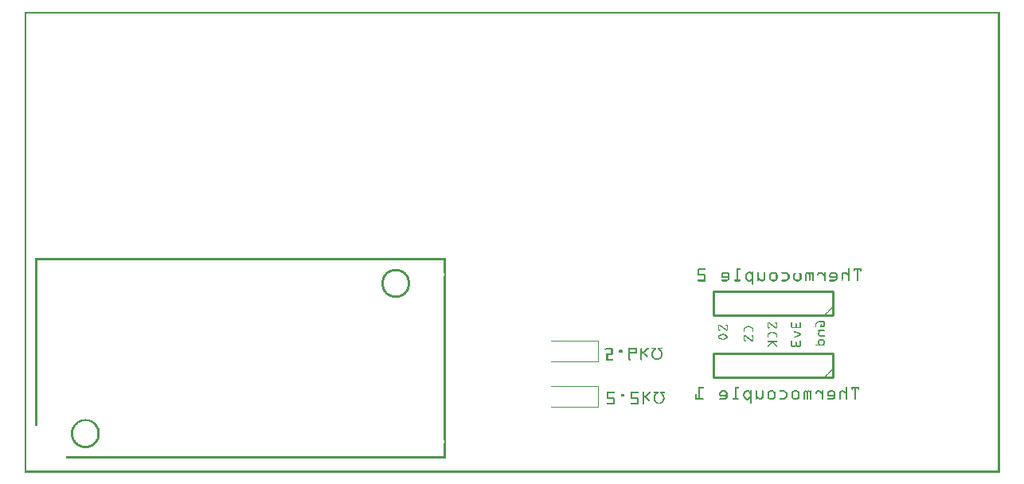
<source format=gbo>
G04 MADE WITH FRITZING*
G04 WWW.FRITZING.ORG*
G04 DOUBLE SIDED*
G04 HOLES PLATED*
G04 CONTOUR ON CENTER OF CONTOUR VECTOR*
%ASAXBY*%
%FSLAX23Y23*%
%MOIN*%
%OFA0B0*%
%SFA1.0B1.0*%
%ADD10C,0.122047X0.102047*%
%ADD11C,0.010000*%
%ADD12R,0.001000X0.001000*%
%LNSILK0*%
G90*
G70*
G54D10*
X1555Y793D03*
G54D11*
X3385Y658D02*
X2885Y658D01*
D02*
X2885Y658D02*
X2885Y758D01*
D02*
X2885Y758D02*
X3385Y758D01*
D02*
X3385Y758D02*
X3385Y658D01*
D02*
X3385Y398D02*
X2885Y398D01*
D02*
X2885Y398D02*
X2885Y498D01*
D02*
X2885Y498D02*
X3385Y498D01*
D02*
X3385Y498D02*
X3385Y398D01*
G54D12*
X1Y1930D02*
X4083Y1930D01*
X1Y1929D02*
X4083Y1929D01*
X1Y1928D02*
X4083Y1928D01*
X1Y1927D02*
X4083Y1927D01*
X1Y1926D02*
X4083Y1926D01*
X1Y1925D02*
X4083Y1925D01*
X1Y1924D02*
X4083Y1924D01*
X1Y1923D02*
X4083Y1923D01*
X1Y1922D02*
X8Y1922D01*
X4076Y1922D02*
X4083Y1922D01*
X1Y1921D02*
X8Y1921D01*
X4076Y1921D02*
X4083Y1921D01*
X1Y1920D02*
X8Y1920D01*
X4076Y1920D02*
X4083Y1920D01*
X1Y1919D02*
X8Y1919D01*
X4076Y1919D02*
X4083Y1919D01*
X1Y1918D02*
X8Y1918D01*
X4076Y1918D02*
X4083Y1918D01*
X1Y1917D02*
X8Y1917D01*
X4076Y1917D02*
X4083Y1917D01*
X1Y1916D02*
X8Y1916D01*
X4076Y1916D02*
X4083Y1916D01*
X1Y1915D02*
X8Y1915D01*
X4076Y1915D02*
X4083Y1915D01*
X1Y1914D02*
X8Y1914D01*
X4076Y1914D02*
X4083Y1914D01*
X1Y1913D02*
X8Y1913D01*
X4076Y1913D02*
X4083Y1913D01*
X1Y1912D02*
X8Y1912D01*
X4076Y1912D02*
X4083Y1912D01*
X1Y1911D02*
X8Y1911D01*
X4076Y1911D02*
X4083Y1911D01*
X1Y1910D02*
X8Y1910D01*
X4076Y1910D02*
X4083Y1910D01*
X1Y1909D02*
X8Y1909D01*
X4076Y1909D02*
X4083Y1909D01*
X1Y1908D02*
X8Y1908D01*
X4076Y1908D02*
X4083Y1908D01*
X1Y1907D02*
X8Y1907D01*
X4076Y1907D02*
X4083Y1907D01*
X1Y1906D02*
X8Y1906D01*
X4076Y1906D02*
X4083Y1906D01*
X1Y1905D02*
X8Y1905D01*
X4076Y1905D02*
X4083Y1905D01*
X1Y1904D02*
X8Y1904D01*
X4076Y1904D02*
X4083Y1904D01*
X1Y1903D02*
X8Y1903D01*
X4076Y1903D02*
X4083Y1903D01*
X1Y1902D02*
X8Y1902D01*
X4076Y1902D02*
X4083Y1902D01*
X1Y1901D02*
X8Y1901D01*
X4076Y1901D02*
X4083Y1901D01*
X1Y1900D02*
X8Y1900D01*
X4076Y1900D02*
X4083Y1900D01*
X1Y1899D02*
X8Y1899D01*
X4076Y1899D02*
X4083Y1899D01*
X1Y1898D02*
X8Y1898D01*
X4076Y1898D02*
X4083Y1898D01*
X1Y1897D02*
X8Y1897D01*
X4076Y1897D02*
X4083Y1897D01*
X1Y1896D02*
X8Y1896D01*
X4076Y1896D02*
X4083Y1896D01*
X1Y1895D02*
X8Y1895D01*
X4076Y1895D02*
X4083Y1895D01*
X1Y1894D02*
X8Y1894D01*
X4076Y1894D02*
X4083Y1894D01*
X1Y1893D02*
X8Y1893D01*
X4076Y1893D02*
X4083Y1893D01*
X1Y1892D02*
X8Y1892D01*
X4076Y1892D02*
X4083Y1892D01*
X1Y1891D02*
X8Y1891D01*
X4076Y1891D02*
X4083Y1891D01*
X1Y1890D02*
X8Y1890D01*
X4076Y1890D02*
X4083Y1890D01*
X1Y1889D02*
X8Y1889D01*
X4076Y1889D02*
X4083Y1889D01*
X1Y1888D02*
X8Y1888D01*
X4076Y1888D02*
X4083Y1888D01*
X1Y1887D02*
X8Y1887D01*
X4076Y1887D02*
X4083Y1887D01*
X1Y1886D02*
X8Y1886D01*
X4076Y1886D02*
X4083Y1886D01*
X1Y1885D02*
X8Y1885D01*
X4076Y1885D02*
X4083Y1885D01*
X1Y1884D02*
X8Y1884D01*
X4076Y1884D02*
X4083Y1884D01*
X1Y1883D02*
X8Y1883D01*
X4076Y1883D02*
X4083Y1883D01*
X1Y1882D02*
X8Y1882D01*
X4076Y1882D02*
X4083Y1882D01*
X1Y1881D02*
X8Y1881D01*
X4076Y1881D02*
X4083Y1881D01*
X1Y1880D02*
X8Y1880D01*
X4076Y1880D02*
X4083Y1880D01*
X1Y1879D02*
X8Y1879D01*
X4076Y1879D02*
X4083Y1879D01*
X1Y1878D02*
X8Y1878D01*
X4076Y1878D02*
X4083Y1878D01*
X1Y1877D02*
X8Y1877D01*
X4076Y1877D02*
X4083Y1877D01*
X1Y1876D02*
X8Y1876D01*
X4076Y1876D02*
X4083Y1876D01*
X1Y1875D02*
X8Y1875D01*
X4076Y1875D02*
X4083Y1875D01*
X1Y1874D02*
X8Y1874D01*
X4076Y1874D02*
X4083Y1874D01*
X1Y1873D02*
X8Y1873D01*
X4076Y1873D02*
X4083Y1873D01*
X1Y1872D02*
X8Y1872D01*
X4076Y1872D02*
X4083Y1872D01*
X1Y1871D02*
X8Y1871D01*
X4076Y1871D02*
X4083Y1871D01*
X1Y1870D02*
X8Y1870D01*
X4076Y1870D02*
X4083Y1870D01*
X1Y1869D02*
X8Y1869D01*
X4076Y1869D02*
X4083Y1869D01*
X1Y1868D02*
X8Y1868D01*
X4076Y1868D02*
X4083Y1868D01*
X1Y1867D02*
X8Y1867D01*
X4076Y1867D02*
X4083Y1867D01*
X1Y1866D02*
X8Y1866D01*
X4076Y1866D02*
X4083Y1866D01*
X1Y1865D02*
X8Y1865D01*
X4076Y1865D02*
X4083Y1865D01*
X1Y1864D02*
X8Y1864D01*
X4076Y1864D02*
X4083Y1864D01*
X1Y1863D02*
X8Y1863D01*
X4076Y1863D02*
X4083Y1863D01*
X1Y1862D02*
X8Y1862D01*
X4076Y1862D02*
X4083Y1862D01*
X1Y1861D02*
X8Y1861D01*
X4076Y1861D02*
X4083Y1861D01*
X1Y1860D02*
X8Y1860D01*
X4076Y1860D02*
X4083Y1860D01*
X1Y1859D02*
X8Y1859D01*
X4076Y1859D02*
X4083Y1859D01*
X1Y1858D02*
X8Y1858D01*
X4076Y1858D02*
X4083Y1858D01*
X1Y1857D02*
X8Y1857D01*
X4076Y1857D02*
X4083Y1857D01*
X1Y1856D02*
X8Y1856D01*
X4076Y1856D02*
X4083Y1856D01*
X1Y1855D02*
X8Y1855D01*
X4076Y1855D02*
X4083Y1855D01*
X1Y1854D02*
X8Y1854D01*
X4076Y1854D02*
X4083Y1854D01*
X1Y1853D02*
X8Y1853D01*
X4076Y1853D02*
X4083Y1853D01*
X1Y1852D02*
X8Y1852D01*
X4076Y1852D02*
X4083Y1852D01*
X1Y1851D02*
X8Y1851D01*
X4076Y1851D02*
X4083Y1851D01*
X1Y1850D02*
X8Y1850D01*
X4076Y1850D02*
X4083Y1850D01*
X1Y1849D02*
X8Y1849D01*
X4076Y1849D02*
X4083Y1849D01*
X1Y1848D02*
X8Y1848D01*
X4076Y1848D02*
X4083Y1848D01*
X1Y1847D02*
X8Y1847D01*
X4076Y1847D02*
X4083Y1847D01*
X1Y1846D02*
X8Y1846D01*
X4076Y1846D02*
X4083Y1846D01*
X1Y1845D02*
X8Y1845D01*
X4076Y1845D02*
X4083Y1845D01*
X1Y1844D02*
X8Y1844D01*
X4076Y1844D02*
X4083Y1844D01*
X1Y1843D02*
X8Y1843D01*
X4076Y1843D02*
X4083Y1843D01*
X1Y1842D02*
X8Y1842D01*
X4076Y1842D02*
X4083Y1842D01*
X1Y1841D02*
X8Y1841D01*
X4076Y1841D02*
X4083Y1841D01*
X1Y1840D02*
X8Y1840D01*
X4076Y1840D02*
X4083Y1840D01*
X1Y1839D02*
X8Y1839D01*
X4076Y1839D02*
X4083Y1839D01*
X1Y1838D02*
X8Y1838D01*
X4076Y1838D02*
X4083Y1838D01*
X1Y1837D02*
X8Y1837D01*
X4076Y1837D02*
X4083Y1837D01*
X1Y1836D02*
X8Y1836D01*
X4076Y1836D02*
X4083Y1836D01*
X1Y1835D02*
X8Y1835D01*
X4076Y1835D02*
X4083Y1835D01*
X1Y1834D02*
X8Y1834D01*
X4076Y1834D02*
X4083Y1834D01*
X1Y1833D02*
X8Y1833D01*
X4076Y1833D02*
X4083Y1833D01*
X1Y1832D02*
X8Y1832D01*
X4076Y1832D02*
X4083Y1832D01*
X1Y1831D02*
X8Y1831D01*
X4076Y1831D02*
X4083Y1831D01*
X1Y1830D02*
X8Y1830D01*
X4076Y1830D02*
X4083Y1830D01*
X1Y1829D02*
X8Y1829D01*
X4076Y1829D02*
X4083Y1829D01*
X1Y1828D02*
X8Y1828D01*
X4076Y1828D02*
X4083Y1828D01*
X1Y1827D02*
X8Y1827D01*
X4076Y1827D02*
X4083Y1827D01*
X1Y1826D02*
X8Y1826D01*
X4076Y1826D02*
X4083Y1826D01*
X1Y1825D02*
X8Y1825D01*
X4076Y1825D02*
X4083Y1825D01*
X1Y1824D02*
X8Y1824D01*
X4076Y1824D02*
X4083Y1824D01*
X1Y1823D02*
X8Y1823D01*
X4076Y1823D02*
X4083Y1823D01*
X1Y1822D02*
X8Y1822D01*
X4076Y1822D02*
X4083Y1822D01*
X1Y1821D02*
X8Y1821D01*
X4076Y1821D02*
X4083Y1821D01*
X1Y1820D02*
X8Y1820D01*
X4076Y1820D02*
X4083Y1820D01*
X1Y1819D02*
X8Y1819D01*
X4076Y1819D02*
X4083Y1819D01*
X1Y1818D02*
X8Y1818D01*
X4076Y1818D02*
X4083Y1818D01*
X1Y1817D02*
X8Y1817D01*
X4076Y1817D02*
X4083Y1817D01*
X1Y1816D02*
X8Y1816D01*
X4076Y1816D02*
X4083Y1816D01*
X1Y1815D02*
X8Y1815D01*
X4076Y1815D02*
X4083Y1815D01*
X1Y1814D02*
X8Y1814D01*
X4076Y1814D02*
X4083Y1814D01*
X1Y1813D02*
X8Y1813D01*
X4076Y1813D02*
X4083Y1813D01*
X1Y1812D02*
X8Y1812D01*
X4076Y1812D02*
X4083Y1812D01*
X1Y1811D02*
X8Y1811D01*
X4076Y1811D02*
X4083Y1811D01*
X1Y1810D02*
X8Y1810D01*
X4076Y1810D02*
X4083Y1810D01*
X1Y1809D02*
X8Y1809D01*
X4076Y1809D02*
X4083Y1809D01*
X1Y1808D02*
X8Y1808D01*
X4076Y1808D02*
X4083Y1808D01*
X1Y1807D02*
X8Y1807D01*
X4076Y1807D02*
X4083Y1807D01*
X1Y1806D02*
X8Y1806D01*
X4076Y1806D02*
X4083Y1806D01*
X1Y1805D02*
X8Y1805D01*
X4076Y1805D02*
X4083Y1805D01*
X1Y1804D02*
X8Y1804D01*
X4076Y1804D02*
X4083Y1804D01*
X1Y1803D02*
X8Y1803D01*
X4076Y1803D02*
X4083Y1803D01*
X1Y1802D02*
X8Y1802D01*
X4076Y1802D02*
X4083Y1802D01*
X1Y1801D02*
X8Y1801D01*
X4076Y1801D02*
X4083Y1801D01*
X1Y1800D02*
X8Y1800D01*
X4076Y1800D02*
X4083Y1800D01*
X1Y1799D02*
X8Y1799D01*
X4076Y1799D02*
X4083Y1799D01*
X1Y1798D02*
X8Y1798D01*
X4076Y1798D02*
X4083Y1798D01*
X1Y1797D02*
X8Y1797D01*
X4076Y1797D02*
X4083Y1797D01*
X1Y1796D02*
X8Y1796D01*
X4076Y1796D02*
X4083Y1796D01*
X1Y1795D02*
X8Y1795D01*
X4076Y1795D02*
X4083Y1795D01*
X1Y1794D02*
X8Y1794D01*
X4076Y1794D02*
X4083Y1794D01*
X1Y1793D02*
X8Y1793D01*
X4076Y1793D02*
X4083Y1793D01*
X1Y1792D02*
X8Y1792D01*
X4076Y1792D02*
X4083Y1792D01*
X1Y1791D02*
X8Y1791D01*
X4076Y1791D02*
X4083Y1791D01*
X1Y1790D02*
X8Y1790D01*
X4076Y1790D02*
X4083Y1790D01*
X1Y1789D02*
X8Y1789D01*
X4076Y1789D02*
X4083Y1789D01*
X1Y1788D02*
X8Y1788D01*
X4076Y1788D02*
X4083Y1788D01*
X1Y1787D02*
X8Y1787D01*
X4076Y1787D02*
X4083Y1787D01*
X1Y1786D02*
X8Y1786D01*
X4076Y1786D02*
X4083Y1786D01*
X1Y1785D02*
X8Y1785D01*
X4076Y1785D02*
X4083Y1785D01*
X1Y1784D02*
X8Y1784D01*
X4076Y1784D02*
X4083Y1784D01*
X1Y1783D02*
X8Y1783D01*
X4076Y1783D02*
X4083Y1783D01*
X1Y1782D02*
X8Y1782D01*
X4076Y1782D02*
X4083Y1782D01*
X1Y1781D02*
X8Y1781D01*
X4076Y1781D02*
X4083Y1781D01*
X1Y1780D02*
X8Y1780D01*
X4076Y1780D02*
X4083Y1780D01*
X1Y1779D02*
X8Y1779D01*
X4076Y1779D02*
X4083Y1779D01*
X1Y1778D02*
X8Y1778D01*
X4076Y1778D02*
X4083Y1778D01*
X1Y1777D02*
X8Y1777D01*
X4076Y1777D02*
X4083Y1777D01*
X1Y1776D02*
X8Y1776D01*
X4076Y1776D02*
X4083Y1776D01*
X1Y1775D02*
X8Y1775D01*
X4076Y1775D02*
X4083Y1775D01*
X1Y1774D02*
X8Y1774D01*
X4076Y1774D02*
X4083Y1774D01*
X1Y1773D02*
X8Y1773D01*
X4076Y1773D02*
X4083Y1773D01*
X1Y1772D02*
X8Y1772D01*
X4076Y1772D02*
X4083Y1772D01*
X1Y1771D02*
X8Y1771D01*
X4076Y1771D02*
X4083Y1771D01*
X1Y1770D02*
X8Y1770D01*
X4076Y1770D02*
X4083Y1770D01*
X1Y1769D02*
X8Y1769D01*
X4076Y1769D02*
X4083Y1769D01*
X1Y1768D02*
X8Y1768D01*
X4076Y1768D02*
X4083Y1768D01*
X1Y1767D02*
X8Y1767D01*
X4076Y1767D02*
X4083Y1767D01*
X1Y1766D02*
X8Y1766D01*
X4076Y1766D02*
X4083Y1766D01*
X1Y1765D02*
X8Y1765D01*
X4076Y1765D02*
X4083Y1765D01*
X1Y1764D02*
X8Y1764D01*
X4076Y1764D02*
X4083Y1764D01*
X1Y1763D02*
X8Y1763D01*
X4076Y1763D02*
X4083Y1763D01*
X1Y1762D02*
X8Y1762D01*
X4076Y1762D02*
X4083Y1762D01*
X1Y1761D02*
X8Y1761D01*
X4076Y1761D02*
X4083Y1761D01*
X1Y1760D02*
X8Y1760D01*
X4076Y1760D02*
X4083Y1760D01*
X1Y1759D02*
X8Y1759D01*
X4076Y1759D02*
X4083Y1759D01*
X1Y1758D02*
X8Y1758D01*
X4076Y1758D02*
X4083Y1758D01*
X1Y1757D02*
X8Y1757D01*
X4076Y1757D02*
X4083Y1757D01*
X1Y1756D02*
X8Y1756D01*
X4076Y1756D02*
X4083Y1756D01*
X1Y1755D02*
X8Y1755D01*
X4076Y1755D02*
X4083Y1755D01*
X1Y1754D02*
X8Y1754D01*
X4076Y1754D02*
X4083Y1754D01*
X1Y1753D02*
X8Y1753D01*
X4076Y1753D02*
X4083Y1753D01*
X1Y1752D02*
X8Y1752D01*
X4076Y1752D02*
X4083Y1752D01*
X1Y1751D02*
X8Y1751D01*
X4076Y1751D02*
X4083Y1751D01*
X1Y1750D02*
X8Y1750D01*
X4076Y1750D02*
X4083Y1750D01*
X1Y1749D02*
X8Y1749D01*
X4076Y1749D02*
X4083Y1749D01*
X1Y1748D02*
X8Y1748D01*
X4076Y1748D02*
X4083Y1748D01*
X1Y1747D02*
X8Y1747D01*
X4076Y1747D02*
X4083Y1747D01*
X1Y1746D02*
X8Y1746D01*
X4076Y1746D02*
X4083Y1746D01*
X1Y1745D02*
X8Y1745D01*
X4076Y1745D02*
X4083Y1745D01*
X1Y1744D02*
X8Y1744D01*
X4076Y1744D02*
X4083Y1744D01*
X1Y1743D02*
X8Y1743D01*
X4076Y1743D02*
X4083Y1743D01*
X1Y1742D02*
X8Y1742D01*
X4076Y1742D02*
X4083Y1742D01*
X1Y1741D02*
X8Y1741D01*
X4076Y1741D02*
X4083Y1741D01*
X1Y1740D02*
X8Y1740D01*
X4076Y1740D02*
X4083Y1740D01*
X1Y1739D02*
X8Y1739D01*
X4076Y1739D02*
X4083Y1739D01*
X1Y1738D02*
X8Y1738D01*
X4076Y1738D02*
X4083Y1738D01*
X1Y1737D02*
X8Y1737D01*
X4076Y1737D02*
X4083Y1737D01*
X1Y1736D02*
X8Y1736D01*
X4076Y1736D02*
X4083Y1736D01*
X1Y1735D02*
X8Y1735D01*
X4076Y1735D02*
X4083Y1735D01*
X1Y1734D02*
X8Y1734D01*
X4076Y1734D02*
X4083Y1734D01*
X1Y1733D02*
X8Y1733D01*
X4076Y1733D02*
X4083Y1733D01*
X1Y1732D02*
X8Y1732D01*
X4076Y1732D02*
X4083Y1732D01*
X1Y1731D02*
X8Y1731D01*
X4076Y1731D02*
X4083Y1731D01*
X1Y1730D02*
X8Y1730D01*
X4076Y1730D02*
X4083Y1730D01*
X1Y1729D02*
X8Y1729D01*
X4076Y1729D02*
X4083Y1729D01*
X1Y1728D02*
X8Y1728D01*
X4076Y1728D02*
X4083Y1728D01*
X1Y1727D02*
X8Y1727D01*
X4076Y1727D02*
X4083Y1727D01*
X1Y1726D02*
X8Y1726D01*
X4076Y1726D02*
X4083Y1726D01*
X1Y1725D02*
X8Y1725D01*
X4076Y1725D02*
X4083Y1725D01*
X1Y1724D02*
X8Y1724D01*
X4076Y1724D02*
X4083Y1724D01*
X1Y1723D02*
X8Y1723D01*
X4076Y1723D02*
X4083Y1723D01*
X1Y1722D02*
X8Y1722D01*
X4076Y1722D02*
X4083Y1722D01*
X1Y1721D02*
X8Y1721D01*
X4076Y1721D02*
X4083Y1721D01*
X1Y1720D02*
X8Y1720D01*
X4076Y1720D02*
X4083Y1720D01*
X1Y1719D02*
X8Y1719D01*
X4076Y1719D02*
X4083Y1719D01*
X1Y1718D02*
X8Y1718D01*
X4076Y1718D02*
X4083Y1718D01*
X1Y1717D02*
X8Y1717D01*
X4076Y1717D02*
X4083Y1717D01*
X1Y1716D02*
X8Y1716D01*
X4076Y1716D02*
X4083Y1716D01*
X1Y1715D02*
X8Y1715D01*
X4076Y1715D02*
X4083Y1715D01*
X1Y1714D02*
X8Y1714D01*
X4076Y1714D02*
X4083Y1714D01*
X1Y1713D02*
X8Y1713D01*
X4076Y1713D02*
X4083Y1713D01*
X1Y1712D02*
X8Y1712D01*
X4076Y1712D02*
X4083Y1712D01*
X1Y1711D02*
X8Y1711D01*
X4076Y1711D02*
X4083Y1711D01*
X1Y1710D02*
X8Y1710D01*
X4076Y1710D02*
X4083Y1710D01*
X1Y1709D02*
X8Y1709D01*
X4076Y1709D02*
X4083Y1709D01*
X1Y1708D02*
X8Y1708D01*
X4076Y1708D02*
X4083Y1708D01*
X1Y1707D02*
X8Y1707D01*
X4076Y1707D02*
X4083Y1707D01*
X1Y1706D02*
X8Y1706D01*
X4076Y1706D02*
X4083Y1706D01*
X1Y1705D02*
X8Y1705D01*
X4076Y1705D02*
X4083Y1705D01*
X1Y1704D02*
X8Y1704D01*
X4076Y1704D02*
X4083Y1704D01*
X1Y1703D02*
X8Y1703D01*
X4076Y1703D02*
X4083Y1703D01*
X1Y1702D02*
X8Y1702D01*
X4076Y1702D02*
X4083Y1702D01*
X1Y1701D02*
X8Y1701D01*
X4076Y1701D02*
X4083Y1701D01*
X1Y1700D02*
X8Y1700D01*
X4076Y1700D02*
X4083Y1700D01*
X1Y1699D02*
X8Y1699D01*
X4076Y1699D02*
X4083Y1699D01*
X1Y1698D02*
X8Y1698D01*
X4076Y1698D02*
X4083Y1698D01*
X1Y1697D02*
X8Y1697D01*
X4076Y1697D02*
X4083Y1697D01*
X1Y1696D02*
X8Y1696D01*
X4076Y1696D02*
X4083Y1696D01*
X1Y1695D02*
X8Y1695D01*
X4076Y1695D02*
X4083Y1695D01*
X1Y1694D02*
X8Y1694D01*
X4076Y1694D02*
X4083Y1694D01*
X1Y1693D02*
X8Y1693D01*
X4076Y1693D02*
X4083Y1693D01*
X1Y1692D02*
X8Y1692D01*
X4076Y1692D02*
X4083Y1692D01*
X1Y1691D02*
X8Y1691D01*
X4076Y1691D02*
X4083Y1691D01*
X1Y1690D02*
X8Y1690D01*
X4076Y1690D02*
X4083Y1690D01*
X1Y1689D02*
X8Y1689D01*
X4076Y1689D02*
X4083Y1689D01*
X1Y1688D02*
X8Y1688D01*
X4076Y1688D02*
X4083Y1688D01*
X1Y1687D02*
X8Y1687D01*
X4076Y1687D02*
X4083Y1687D01*
X1Y1686D02*
X8Y1686D01*
X4076Y1686D02*
X4083Y1686D01*
X1Y1685D02*
X8Y1685D01*
X4076Y1685D02*
X4083Y1685D01*
X1Y1684D02*
X8Y1684D01*
X4076Y1684D02*
X4083Y1684D01*
X1Y1683D02*
X8Y1683D01*
X4076Y1683D02*
X4083Y1683D01*
X1Y1682D02*
X8Y1682D01*
X4076Y1682D02*
X4083Y1682D01*
X1Y1681D02*
X8Y1681D01*
X4076Y1681D02*
X4083Y1681D01*
X1Y1680D02*
X8Y1680D01*
X4076Y1680D02*
X4083Y1680D01*
X1Y1679D02*
X8Y1679D01*
X4076Y1679D02*
X4083Y1679D01*
X1Y1678D02*
X8Y1678D01*
X4076Y1678D02*
X4083Y1678D01*
X1Y1677D02*
X8Y1677D01*
X4076Y1677D02*
X4083Y1677D01*
X1Y1676D02*
X8Y1676D01*
X4076Y1676D02*
X4083Y1676D01*
X1Y1675D02*
X8Y1675D01*
X4076Y1675D02*
X4083Y1675D01*
X1Y1674D02*
X8Y1674D01*
X4076Y1674D02*
X4083Y1674D01*
X1Y1673D02*
X8Y1673D01*
X4076Y1673D02*
X4083Y1673D01*
X1Y1672D02*
X8Y1672D01*
X4076Y1672D02*
X4083Y1672D01*
X1Y1671D02*
X8Y1671D01*
X4076Y1671D02*
X4083Y1671D01*
X1Y1670D02*
X8Y1670D01*
X4076Y1670D02*
X4083Y1670D01*
X1Y1669D02*
X8Y1669D01*
X4076Y1669D02*
X4083Y1669D01*
X1Y1668D02*
X8Y1668D01*
X4076Y1668D02*
X4083Y1668D01*
X1Y1667D02*
X8Y1667D01*
X4076Y1667D02*
X4083Y1667D01*
X1Y1666D02*
X8Y1666D01*
X4076Y1666D02*
X4083Y1666D01*
X1Y1665D02*
X8Y1665D01*
X4076Y1665D02*
X4083Y1665D01*
X1Y1664D02*
X8Y1664D01*
X4076Y1664D02*
X4083Y1664D01*
X1Y1663D02*
X8Y1663D01*
X4076Y1663D02*
X4083Y1663D01*
X1Y1662D02*
X8Y1662D01*
X4076Y1662D02*
X4083Y1662D01*
X1Y1661D02*
X8Y1661D01*
X4076Y1661D02*
X4083Y1661D01*
X1Y1660D02*
X8Y1660D01*
X4076Y1660D02*
X4083Y1660D01*
X1Y1659D02*
X8Y1659D01*
X4076Y1659D02*
X4083Y1659D01*
X1Y1658D02*
X8Y1658D01*
X4076Y1658D02*
X4083Y1658D01*
X1Y1657D02*
X8Y1657D01*
X4076Y1657D02*
X4083Y1657D01*
X1Y1656D02*
X8Y1656D01*
X4076Y1656D02*
X4083Y1656D01*
X1Y1655D02*
X8Y1655D01*
X4076Y1655D02*
X4083Y1655D01*
X1Y1654D02*
X8Y1654D01*
X4076Y1654D02*
X4083Y1654D01*
X1Y1653D02*
X8Y1653D01*
X4076Y1653D02*
X4083Y1653D01*
X1Y1652D02*
X8Y1652D01*
X4076Y1652D02*
X4083Y1652D01*
X1Y1651D02*
X8Y1651D01*
X4076Y1651D02*
X4083Y1651D01*
X1Y1650D02*
X8Y1650D01*
X4076Y1650D02*
X4083Y1650D01*
X1Y1649D02*
X8Y1649D01*
X4076Y1649D02*
X4083Y1649D01*
X1Y1648D02*
X8Y1648D01*
X4076Y1648D02*
X4083Y1648D01*
X1Y1647D02*
X8Y1647D01*
X4076Y1647D02*
X4083Y1647D01*
X1Y1646D02*
X8Y1646D01*
X4076Y1646D02*
X4083Y1646D01*
X1Y1645D02*
X8Y1645D01*
X4076Y1645D02*
X4083Y1645D01*
X1Y1644D02*
X8Y1644D01*
X4076Y1644D02*
X4083Y1644D01*
X1Y1643D02*
X8Y1643D01*
X4076Y1643D02*
X4083Y1643D01*
X1Y1642D02*
X8Y1642D01*
X4076Y1642D02*
X4083Y1642D01*
X1Y1641D02*
X8Y1641D01*
X4076Y1641D02*
X4083Y1641D01*
X1Y1640D02*
X8Y1640D01*
X4076Y1640D02*
X4083Y1640D01*
X1Y1639D02*
X8Y1639D01*
X4076Y1639D02*
X4083Y1639D01*
X1Y1638D02*
X8Y1638D01*
X4076Y1638D02*
X4083Y1638D01*
X1Y1637D02*
X8Y1637D01*
X4076Y1637D02*
X4083Y1637D01*
X1Y1636D02*
X8Y1636D01*
X4076Y1636D02*
X4083Y1636D01*
X1Y1635D02*
X8Y1635D01*
X4076Y1635D02*
X4083Y1635D01*
X1Y1634D02*
X8Y1634D01*
X4076Y1634D02*
X4083Y1634D01*
X1Y1633D02*
X8Y1633D01*
X4076Y1633D02*
X4083Y1633D01*
X1Y1632D02*
X8Y1632D01*
X4076Y1632D02*
X4083Y1632D01*
X1Y1631D02*
X8Y1631D01*
X4076Y1631D02*
X4083Y1631D01*
X1Y1630D02*
X8Y1630D01*
X4076Y1630D02*
X4083Y1630D01*
X1Y1629D02*
X8Y1629D01*
X4076Y1629D02*
X4083Y1629D01*
X1Y1628D02*
X8Y1628D01*
X4076Y1628D02*
X4083Y1628D01*
X1Y1627D02*
X8Y1627D01*
X4076Y1627D02*
X4083Y1627D01*
X1Y1626D02*
X8Y1626D01*
X4076Y1626D02*
X4083Y1626D01*
X1Y1625D02*
X8Y1625D01*
X4076Y1625D02*
X4083Y1625D01*
X1Y1624D02*
X8Y1624D01*
X4076Y1624D02*
X4083Y1624D01*
X1Y1623D02*
X8Y1623D01*
X4076Y1623D02*
X4083Y1623D01*
X1Y1622D02*
X8Y1622D01*
X4076Y1622D02*
X4083Y1622D01*
X1Y1621D02*
X8Y1621D01*
X4076Y1621D02*
X4083Y1621D01*
X1Y1620D02*
X8Y1620D01*
X4076Y1620D02*
X4083Y1620D01*
X1Y1619D02*
X8Y1619D01*
X4076Y1619D02*
X4083Y1619D01*
X1Y1618D02*
X8Y1618D01*
X4076Y1618D02*
X4083Y1618D01*
X1Y1617D02*
X8Y1617D01*
X4076Y1617D02*
X4083Y1617D01*
X1Y1616D02*
X8Y1616D01*
X4076Y1616D02*
X4083Y1616D01*
X1Y1615D02*
X8Y1615D01*
X4076Y1615D02*
X4083Y1615D01*
X1Y1614D02*
X8Y1614D01*
X4076Y1614D02*
X4083Y1614D01*
X1Y1613D02*
X8Y1613D01*
X4076Y1613D02*
X4083Y1613D01*
X1Y1612D02*
X8Y1612D01*
X4076Y1612D02*
X4083Y1612D01*
X1Y1611D02*
X8Y1611D01*
X4076Y1611D02*
X4083Y1611D01*
X1Y1610D02*
X8Y1610D01*
X4076Y1610D02*
X4083Y1610D01*
X1Y1609D02*
X8Y1609D01*
X4076Y1609D02*
X4083Y1609D01*
X1Y1608D02*
X8Y1608D01*
X4076Y1608D02*
X4083Y1608D01*
X1Y1607D02*
X8Y1607D01*
X4076Y1607D02*
X4083Y1607D01*
X1Y1606D02*
X8Y1606D01*
X4076Y1606D02*
X4083Y1606D01*
X1Y1605D02*
X8Y1605D01*
X4076Y1605D02*
X4083Y1605D01*
X1Y1604D02*
X8Y1604D01*
X4076Y1604D02*
X4083Y1604D01*
X1Y1603D02*
X8Y1603D01*
X4076Y1603D02*
X4083Y1603D01*
X1Y1602D02*
X8Y1602D01*
X4076Y1602D02*
X4083Y1602D01*
X1Y1601D02*
X8Y1601D01*
X4076Y1601D02*
X4083Y1601D01*
X1Y1600D02*
X8Y1600D01*
X4076Y1600D02*
X4083Y1600D01*
X1Y1599D02*
X8Y1599D01*
X4076Y1599D02*
X4083Y1599D01*
X1Y1598D02*
X8Y1598D01*
X4076Y1598D02*
X4083Y1598D01*
X1Y1597D02*
X8Y1597D01*
X4076Y1597D02*
X4083Y1597D01*
X1Y1596D02*
X8Y1596D01*
X4076Y1596D02*
X4083Y1596D01*
X1Y1595D02*
X8Y1595D01*
X4076Y1595D02*
X4083Y1595D01*
X1Y1594D02*
X8Y1594D01*
X4076Y1594D02*
X4083Y1594D01*
X1Y1593D02*
X8Y1593D01*
X4076Y1593D02*
X4083Y1593D01*
X1Y1592D02*
X8Y1592D01*
X4076Y1592D02*
X4083Y1592D01*
X1Y1591D02*
X8Y1591D01*
X4076Y1591D02*
X4083Y1591D01*
X1Y1590D02*
X8Y1590D01*
X4076Y1590D02*
X4083Y1590D01*
X1Y1589D02*
X8Y1589D01*
X4076Y1589D02*
X4083Y1589D01*
X1Y1588D02*
X8Y1588D01*
X4076Y1588D02*
X4083Y1588D01*
X1Y1587D02*
X8Y1587D01*
X4076Y1587D02*
X4083Y1587D01*
X1Y1586D02*
X8Y1586D01*
X4076Y1586D02*
X4083Y1586D01*
X1Y1585D02*
X8Y1585D01*
X4076Y1585D02*
X4083Y1585D01*
X1Y1584D02*
X8Y1584D01*
X4076Y1584D02*
X4083Y1584D01*
X1Y1583D02*
X8Y1583D01*
X4076Y1583D02*
X4083Y1583D01*
X1Y1582D02*
X8Y1582D01*
X4076Y1582D02*
X4083Y1582D01*
X1Y1581D02*
X8Y1581D01*
X4076Y1581D02*
X4083Y1581D01*
X1Y1580D02*
X8Y1580D01*
X4076Y1580D02*
X4083Y1580D01*
X1Y1579D02*
X8Y1579D01*
X4076Y1579D02*
X4083Y1579D01*
X1Y1578D02*
X8Y1578D01*
X4076Y1578D02*
X4083Y1578D01*
X1Y1577D02*
X8Y1577D01*
X4076Y1577D02*
X4083Y1577D01*
X1Y1576D02*
X8Y1576D01*
X4076Y1576D02*
X4083Y1576D01*
X1Y1575D02*
X8Y1575D01*
X4076Y1575D02*
X4083Y1575D01*
X1Y1574D02*
X8Y1574D01*
X4076Y1574D02*
X4083Y1574D01*
X1Y1573D02*
X8Y1573D01*
X4076Y1573D02*
X4083Y1573D01*
X1Y1572D02*
X8Y1572D01*
X4076Y1572D02*
X4083Y1572D01*
X1Y1571D02*
X8Y1571D01*
X4076Y1571D02*
X4083Y1571D01*
X1Y1570D02*
X8Y1570D01*
X4076Y1570D02*
X4083Y1570D01*
X1Y1569D02*
X8Y1569D01*
X4076Y1569D02*
X4083Y1569D01*
X1Y1568D02*
X8Y1568D01*
X4076Y1568D02*
X4083Y1568D01*
X1Y1567D02*
X8Y1567D01*
X4076Y1567D02*
X4083Y1567D01*
X1Y1566D02*
X8Y1566D01*
X4076Y1566D02*
X4083Y1566D01*
X1Y1565D02*
X8Y1565D01*
X4076Y1565D02*
X4083Y1565D01*
X1Y1564D02*
X8Y1564D01*
X4076Y1564D02*
X4083Y1564D01*
X1Y1563D02*
X8Y1563D01*
X4076Y1563D02*
X4083Y1563D01*
X1Y1562D02*
X8Y1562D01*
X4076Y1562D02*
X4083Y1562D01*
X1Y1561D02*
X8Y1561D01*
X4076Y1561D02*
X4083Y1561D01*
X1Y1560D02*
X8Y1560D01*
X4076Y1560D02*
X4083Y1560D01*
X1Y1559D02*
X8Y1559D01*
X4076Y1559D02*
X4083Y1559D01*
X1Y1558D02*
X8Y1558D01*
X4076Y1558D02*
X4083Y1558D01*
X1Y1557D02*
X8Y1557D01*
X4076Y1557D02*
X4083Y1557D01*
X1Y1556D02*
X8Y1556D01*
X4076Y1556D02*
X4083Y1556D01*
X1Y1555D02*
X8Y1555D01*
X4076Y1555D02*
X4083Y1555D01*
X1Y1554D02*
X8Y1554D01*
X4076Y1554D02*
X4083Y1554D01*
X1Y1553D02*
X8Y1553D01*
X4076Y1553D02*
X4083Y1553D01*
X1Y1552D02*
X8Y1552D01*
X4076Y1552D02*
X4083Y1552D01*
X1Y1551D02*
X8Y1551D01*
X4076Y1551D02*
X4083Y1551D01*
X1Y1550D02*
X8Y1550D01*
X4076Y1550D02*
X4083Y1550D01*
X1Y1549D02*
X8Y1549D01*
X4076Y1549D02*
X4083Y1549D01*
X1Y1548D02*
X8Y1548D01*
X4076Y1548D02*
X4083Y1548D01*
X1Y1547D02*
X8Y1547D01*
X4076Y1547D02*
X4083Y1547D01*
X1Y1546D02*
X8Y1546D01*
X4076Y1546D02*
X4083Y1546D01*
X1Y1545D02*
X8Y1545D01*
X4076Y1545D02*
X4083Y1545D01*
X1Y1544D02*
X8Y1544D01*
X4076Y1544D02*
X4083Y1544D01*
X1Y1543D02*
X8Y1543D01*
X4076Y1543D02*
X4083Y1543D01*
X1Y1542D02*
X8Y1542D01*
X4076Y1542D02*
X4083Y1542D01*
X1Y1541D02*
X8Y1541D01*
X4076Y1541D02*
X4083Y1541D01*
X1Y1540D02*
X8Y1540D01*
X4076Y1540D02*
X4083Y1540D01*
X1Y1539D02*
X8Y1539D01*
X4076Y1539D02*
X4083Y1539D01*
X1Y1538D02*
X8Y1538D01*
X4076Y1538D02*
X4083Y1538D01*
X1Y1537D02*
X8Y1537D01*
X4076Y1537D02*
X4083Y1537D01*
X1Y1536D02*
X8Y1536D01*
X4076Y1536D02*
X4083Y1536D01*
X1Y1535D02*
X8Y1535D01*
X4076Y1535D02*
X4083Y1535D01*
X1Y1534D02*
X8Y1534D01*
X4076Y1534D02*
X4083Y1534D01*
X1Y1533D02*
X8Y1533D01*
X4076Y1533D02*
X4083Y1533D01*
X1Y1532D02*
X8Y1532D01*
X4076Y1532D02*
X4083Y1532D01*
X1Y1531D02*
X8Y1531D01*
X4076Y1531D02*
X4083Y1531D01*
X1Y1530D02*
X8Y1530D01*
X4076Y1530D02*
X4083Y1530D01*
X1Y1529D02*
X8Y1529D01*
X4076Y1529D02*
X4083Y1529D01*
X1Y1528D02*
X8Y1528D01*
X4076Y1528D02*
X4083Y1528D01*
X1Y1527D02*
X8Y1527D01*
X4076Y1527D02*
X4083Y1527D01*
X1Y1526D02*
X8Y1526D01*
X4076Y1526D02*
X4083Y1526D01*
X1Y1525D02*
X8Y1525D01*
X4076Y1525D02*
X4083Y1525D01*
X1Y1524D02*
X8Y1524D01*
X4076Y1524D02*
X4083Y1524D01*
X1Y1523D02*
X8Y1523D01*
X4076Y1523D02*
X4083Y1523D01*
X1Y1522D02*
X8Y1522D01*
X4076Y1522D02*
X4083Y1522D01*
X1Y1521D02*
X8Y1521D01*
X4076Y1521D02*
X4083Y1521D01*
X1Y1520D02*
X8Y1520D01*
X4076Y1520D02*
X4083Y1520D01*
X1Y1519D02*
X8Y1519D01*
X4076Y1519D02*
X4083Y1519D01*
X1Y1518D02*
X8Y1518D01*
X4076Y1518D02*
X4083Y1518D01*
X1Y1517D02*
X8Y1517D01*
X4076Y1517D02*
X4083Y1517D01*
X1Y1516D02*
X8Y1516D01*
X4076Y1516D02*
X4083Y1516D01*
X1Y1515D02*
X8Y1515D01*
X4076Y1515D02*
X4083Y1515D01*
X1Y1514D02*
X8Y1514D01*
X4076Y1514D02*
X4083Y1514D01*
X1Y1513D02*
X8Y1513D01*
X4076Y1513D02*
X4083Y1513D01*
X1Y1512D02*
X8Y1512D01*
X4076Y1512D02*
X4083Y1512D01*
X1Y1511D02*
X8Y1511D01*
X4076Y1511D02*
X4083Y1511D01*
X1Y1510D02*
X8Y1510D01*
X4076Y1510D02*
X4083Y1510D01*
X1Y1509D02*
X8Y1509D01*
X4076Y1509D02*
X4083Y1509D01*
X1Y1508D02*
X8Y1508D01*
X4076Y1508D02*
X4083Y1508D01*
X1Y1507D02*
X8Y1507D01*
X4076Y1507D02*
X4083Y1507D01*
X1Y1506D02*
X8Y1506D01*
X4076Y1506D02*
X4083Y1506D01*
X1Y1505D02*
X8Y1505D01*
X4076Y1505D02*
X4083Y1505D01*
X1Y1504D02*
X8Y1504D01*
X4076Y1504D02*
X4083Y1504D01*
X1Y1503D02*
X8Y1503D01*
X4076Y1503D02*
X4083Y1503D01*
X1Y1502D02*
X8Y1502D01*
X4076Y1502D02*
X4083Y1502D01*
X1Y1501D02*
X8Y1501D01*
X4076Y1501D02*
X4083Y1501D01*
X1Y1500D02*
X8Y1500D01*
X4076Y1500D02*
X4083Y1500D01*
X1Y1499D02*
X8Y1499D01*
X4076Y1499D02*
X4083Y1499D01*
X1Y1498D02*
X8Y1498D01*
X4076Y1498D02*
X4083Y1498D01*
X1Y1497D02*
X8Y1497D01*
X4076Y1497D02*
X4083Y1497D01*
X1Y1496D02*
X8Y1496D01*
X4076Y1496D02*
X4083Y1496D01*
X1Y1495D02*
X8Y1495D01*
X4076Y1495D02*
X4083Y1495D01*
X1Y1494D02*
X8Y1494D01*
X4076Y1494D02*
X4083Y1494D01*
X1Y1493D02*
X8Y1493D01*
X4076Y1493D02*
X4083Y1493D01*
X1Y1492D02*
X8Y1492D01*
X4076Y1492D02*
X4083Y1492D01*
X1Y1491D02*
X8Y1491D01*
X4076Y1491D02*
X4083Y1491D01*
X1Y1490D02*
X8Y1490D01*
X4076Y1490D02*
X4083Y1490D01*
X1Y1489D02*
X8Y1489D01*
X4076Y1489D02*
X4083Y1489D01*
X1Y1488D02*
X8Y1488D01*
X4076Y1488D02*
X4083Y1488D01*
X1Y1487D02*
X8Y1487D01*
X4076Y1487D02*
X4083Y1487D01*
X1Y1486D02*
X8Y1486D01*
X4076Y1486D02*
X4083Y1486D01*
X1Y1485D02*
X8Y1485D01*
X4076Y1485D02*
X4083Y1485D01*
X1Y1484D02*
X8Y1484D01*
X4076Y1484D02*
X4083Y1484D01*
X1Y1483D02*
X8Y1483D01*
X4076Y1483D02*
X4083Y1483D01*
X1Y1482D02*
X8Y1482D01*
X4076Y1482D02*
X4083Y1482D01*
X1Y1481D02*
X8Y1481D01*
X4076Y1481D02*
X4083Y1481D01*
X1Y1480D02*
X8Y1480D01*
X4076Y1480D02*
X4083Y1480D01*
X1Y1479D02*
X8Y1479D01*
X4076Y1479D02*
X4083Y1479D01*
X1Y1478D02*
X8Y1478D01*
X4076Y1478D02*
X4083Y1478D01*
X1Y1477D02*
X8Y1477D01*
X4076Y1477D02*
X4083Y1477D01*
X1Y1476D02*
X8Y1476D01*
X4076Y1476D02*
X4083Y1476D01*
X1Y1475D02*
X8Y1475D01*
X4076Y1475D02*
X4083Y1475D01*
X1Y1474D02*
X8Y1474D01*
X4076Y1474D02*
X4083Y1474D01*
X1Y1473D02*
X8Y1473D01*
X4076Y1473D02*
X4083Y1473D01*
X1Y1472D02*
X8Y1472D01*
X4076Y1472D02*
X4083Y1472D01*
X1Y1471D02*
X8Y1471D01*
X4076Y1471D02*
X4083Y1471D01*
X1Y1470D02*
X8Y1470D01*
X4076Y1470D02*
X4083Y1470D01*
X1Y1469D02*
X8Y1469D01*
X4076Y1469D02*
X4083Y1469D01*
X1Y1468D02*
X8Y1468D01*
X4076Y1468D02*
X4083Y1468D01*
X1Y1467D02*
X8Y1467D01*
X4076Y1467D02*
X4083Y1467D01*
X1Y1466D02*
X8Y1466D01*
X4076Y1466D02*
X4083Y1466D01*
X1Y1465D02*
X8Y1465D01*
X4076Y1465D02*
X4083Y1465D01*
X1Y1464D02*
X8Y1464D01*
X4076Y1464D02*
X4083Y1464D01*
X1Y1463D02*
X8Y1463D01*
X4076Y1463D02*
X4083Y1463D01*
X1Y1462D02*
X8Y1462D01*
X4076Y1462D02*
X4083Y1462D01*
X1Y1461D02*
X8Y1461D01*
X4076Y1461D02*
X4083Y1461D01*
X1Y1460D02*
X8Y1460D01*
X4076Y1460D02*
X4083Y1460D01*
X1Y1459D02*
X8Y1459D01*
X4076Y1459D02*
X4083Y1459D01*
X1Y1458D02*
X8Y1458D01*
X4076Y1458D02*
X4083Y1458D01*
X1Y1457D02*
X8Y1457D01*
X4076Y1457D02*
X4083Y1457D01*
X1Y1456D02*
X8Y1456D01*
X4076Y1456D02*
X4083Y1456D01*
X1Y1455D02*
X8Y1455D01*
X4076Y1455D02*
X4083Y1455D01*
X1Y1454D02*
X8Y1454D01*
X4076Y1454D02*
X4083Y1454D01*
X1Y1453D02*
X8Y1453D01*
X4076Y1453D02*
X4083Y1453D01*
X1Y1452D02*
X8Y1452D01*
X4076Y1452D02*
X4083Y1452D01*
X1Y1451D02*
X8Y1451D01*
X4076Y1451D02*
X4083Y1451D01*
X1Y1450D02*
X8Y1450D01*
X4076Y1450D02*
X4083Y1450D01*
X1Y1449D02*
X8Y1449D01*
X4076Y1449D02*
X4083Y1449D01*
X1Y1448D02*
X8Y1448D01*
X4076Y1448D02*
X4083Y1448D01*
X1Y1447D02*
X8Y1447D01*
X4076Y1447D02*
X4083Y1447D01*
X1Y1446D02*
X8Y1446D01*
X4076Y1446D02*
X4083Y1446D01*
X1Y1445D02*
X8Y1445D01*
X4076Y1445D02*
X4083Y1445D01*
X1Y1444D02*
X8Y1444D01*
X4076Y1444D02*
X4083Y1444D01*
X1Y1443D02*
X8Y1443D01*
X4076Y1443D02*
X4083Y1443D01*
X1Y1442D02*
X8Y1442D01*
X4076Y1442D02*
X4083Y1442D01*
X1Y1441D02*
X8Y1441D01*
X4076Y1441D02*
X4083Y1441D01*
X1Y1440D02*
X8Y1440D01*
X4076Y1440D02*
X4083Y1440D01*
X1Y1439D02*
X8Y1439D01*
X4076Y1439D02*
X4083Y1439D01*
X1Y1438D02*
X8Y1438D01*
X4076Y1438D02*
X4083Y1438D01*
X1Y1437D02*
X8Y1437D01*
X4076Y1437D02*
X4083Y1437D01*
X1Y1436D02*
X8Y1436D01*
X4076Y1436D02*
X4083Y1436D01*
X1Y1435D02*
X8Y1435D01*
X4076Y1435D02*
X4083Y1435D01*
X1Y1434D02*
X8Y1434D01*
X4076Y1434D02*
X4083Y1434D01*
X1Y1433D02*
X8Y1433D01*
X4076Y1433D02*
X4083Y1433D01*
X1Y1432D02*
X8Y1432D01*
X4076Y1432D02*
X4083Y1432D01*
X1Y1431D02*
X8Y1431D01*
X4076Y1431D02*
X4083Y1431D01*
X1Y1430D02*
X8Y1430D01*
X4076Y1430D02*
X4083Y1430D01*
X1Y1429D02*
X8Y1429D01*
X4076Y1429D02*
X4083Y1429D01*
X1Y1428D02*
X8Y1428D01*
X4076Y1428D02*
X4083Y1428D01*
X1Y1427D02*
X8Y1427D01*
X4076Y1427D02*
X4083Y1427D01*
X1Y1426D02*
X8Y1426D01*
X4076Y1426D02*
X4083Y1426D01*
X1Y1425D02*
X8Y1425D01*
X4076Y1425D02*
X4083Y1425D01*
X1Y1424D02*
X8Y1424D01*
X4076Y1424D02*
X4083Y1424D01*
X1Y1423D02*
X8Y1423D01*
X4076Y1423D02*
X4083Y1423D01*
X1Y1422D02*
X8Y1422D01*
X4076Y1422D02*
X4083Y1422D01*
X1Y1421D02*
X8Y1421D01*
X4076Y1421D02*
X4083Y1421D01*
X1Y1420D02*
X8Y1420D01*
X4076Y1420D02*
X4083Y1420D01*
X1Y1419D02*
X8Y1419D01*
X4076Y1419D02*
X4083Y1419D01*
X1Y1418D02*
X8Y1418D01*
X4076Y1418D02*
X4083Y1418D01*
X1Y1417D02*
X8Y1417D01*
X4076Y1417D02*
X4083Y1417D01*
X1Y1416D02*
X8Y1416D01*
X4076Y1416D02*
X4083Y1416D01*
X1Y1415D02*
X8Y1415D01*
X4076Y1415D02*
X4083Y1415D01*
X1Y1414D02*
X8Y1414D01*
X4076Y1414D02*
X4083Y1414D01*
X1Y1413D02*
X8Y1413D01*
X4076Y1413D02*
X4083Y1413D01*
X1Y1412D02*
X8Y1412D01*
X4076Y1412D02*
X4083Y1412D01*
X1Y1411D02*
X8Y1411D01*
X4076Y1411D02*
X4083Y1411D01*
X1Y1410D02*
X8Y1410D01*
X4076Y1410D02*
X4083Y1410D01*
X1Y1409D02*
X8Y1409D01*
X4076Y1409D02*
X4083Y1409D01*
X1Y1408D02*
X8Y1408D01*
X4076Y1408D02*
X4083Y1408D01*
X1Y1407D02*
X8Y1407D01*
X4076Y1407D02*
X4083Y1407D01*
X1Y1406D02*
X8Y1406D01*
X4076Y1406D02*
X4083Y1406D01*
X1Y1405D02*
X8Y1405D01*
X4076Y1405D02*
X4083Y1405D01*
X1Y1404D02*
X8Y1404D01*
X4076Y1404D02*
X4083Y1404D01*
X1Y1403D02*
X8Y1403D01*
X4076Y1403D02*
X4083Y1403D01*
X1Y1402D02*
X8Y1402D01*
X4076Y1402D02*
X4083Y1402D01*
X1Y1401D02*
X8Y1401D01*
X4076Y1401D02*
X4083Y1401D01*
X1Y1400D02*
X8Y1400D01*
X4076Y1400D02*
X4083Y1400D01*
X1Y1399D02*
X8Y1399D01*
X4076Y1399D02*
X4083Y1399D01*
X1Y1398D02*
X8Y1398D01*
X4076Y1398D02*
X4083Y1398D01*
X1Y1397D02*
X8Y1397D01*
X4076Y1397D02*
X4083Y1397D01*
X1Y1396D02*
X8Y1396D01*
X4076Y1396D02*
X4083Y1396D01*
X1Y1395D02*
X8Y1395D01*
X4076Y1395D02*
X4083Y1395D01*
X1Y1394D02*
X8Y1394D01*
X4076Y1394D02*
X4083Y1394D01*
X1Y1393D02*
X8Y1393D01*
X4076Y1393D02*
X4083Y1393D01*
X1Y1392D02*
X8Y1392D01*
X4076Y1392D02*
X4083Y1392D01*
X1Y1391D02*
X8Y1391D01*
X4076Y1391D02*
X4083Y1391D01*
X1Y1390D02*
X8Y1390D01*
X4076Y1390D02*
X4083Y1390D01*
X1Y1389D02*
X8Y1389D01*
X4076Y1389D02*
X4083Y1389D01*
X1Y1388D02*
X8Y1388D01*
X4076Y1388D02*
X4083Y1388D01*
X1Y1387D02*
X8Y1387D01*
X4076Y1387D02*
X4083Y1387D01*
X1Y1386D02*
X8Y1386D01*
X4076Y1386D02*
X4083Y1386D01*
X1Y1385D02*
X8Y1385D01*
X4076Y1385D02*
X4083Y1385D01*
X1Y1384D02*
X8Y1384D01*
X4076Y1384D02*
X4083Y1384D01*
X1Y1383D02*
X8Y1383D01*
X4076Y1383D02*
X4083Y1383D01*
X1Y1382D02*
X8Y1382D01*
X4076Y1382D02*
X4083Y1382D01*
X1Y1381D02*
X8Y1381D01*
X4076Y1381D02*
X4083Y1381D01*
X1Y1380D02*
X8Y1380D01*
X4076Y1380D02*
X4083Y1380D01*
X1Y1379D02*
X8Y1379D01*
X4076Y1379D02*
X4083Y1379D01*
X1Y1378D02*
X8Y1378D01*
X4076Y1378D02*
X4083Y1378D01*
X1Y1377D02*
X8Y1377D01*
X4076Y1377D02*
X4083Y1377D01*
X1Y1376D02*
X8Y1376D01*
X4076Y1376D02*
X4083Y1376D01*
X1Y1375D02*
X8Y1375D01*
X4076Y1375D02*
X4083Y1375D01*
X1Y1374D02*
X8Y1374D01*
X4076Y1374D02*
X4083Y1374D01*
X1Y1373D02*
X8Y1373D01*
X4076Y1373D02*
X4083Y1373D01*
X1Y1372D02*
X8Y1372D01*
X4076Y1372D02*
X4083Y1372D01*
X1Y1371D02*
X8Y1371D01*
X4076Y1371D02*
X4083Y1371D01*
X1Y1370D02*
X8Y1370D01*
X4076Y1370D02*
X4083Y1370D01*
X1Y1369D02*
X8Y1369D01*
X4076Y1369D02*
X4083Y1369D01*
X1Y1368D02*
X8Y1368D01*
X4076Y1368D02*
X4083Y1368D01*
X1Y1367D02*
X8Y1367D01*
X4076Y1367D02*
X4083Y1367D01*
X1Y1366D02*
X8Y1366D01*
X4076Y1366D02*
X4083Y1366D01*
X1Y1365D02*
X8Y1365D01*
X4076Y1365D02*
X4083Y1365D01*
X1Y1364D02*
X8Y1364D01*
X4076Y1364D02*
X4083Y1364D01*
X1Y1363D02*
X8Y1363D01*
X4076Y1363D02*
X4083Y1363D01*
X1Y1362D02*
X8Y1362D01*
X4076Y1362D02*
X4083Y1362D01*
X1Y1361D02*
X8Y1361D01*
X4076Y1361D02*
X4083Y1361D01*
X1Y1360D02*
X8Y1360D01*
X4076Y1360D02*
X4083Y1360D01*
X1Y1359D02*
X8Y1359D01*
X4076Y1359D02*
X4083Y1359D01*
X1Y1358D02*
X8Y1358D01*
X4076Y1358D02*
X4083Y1358D01*
X1Y1357D02*
X8Y1357D01*
X4076Y1357D02*
X4083Y1357D01*
X1Y1356D02*
X8Y1356D01*
X4076Y1356D02*
X4083Y1356D01*
X1Y1355D02*
X8Y1355D01*
X4076Y1355D02*
X4083Y1355D01*
X1Y1354D02*
X8Y1354D01*
X4076Y1354D02*
X4083Y1354D01*
X1Y1353D02*
X8Y1353D01*
X4076Y1353D02*
X4083Y1353D01*
X1Y1352D02*
X8Y1352D01*
X4076Y1352D02*
X4083Y1352D01*
X1Y1351D02*
X8Y1351D01*
X4076Y1351D02*
X4083Y1351D01*
X1Y1350D02*
X8Y1350D01*
X4076Y1350D02*
X4083Y1350D01*
X1Y1349D02*
X8Y1349D01*
X4076Y1349D02*
X4083Y1349D01*
X1Y1348D02*
X8Y1348D01*
X4076Y1348D02*
X4083Y1348D01*
X1Y1347D02*
X8Y1347D01*
X4076Y1347D02*
X4083Y1347D01*
X1Y1346D02*
X8Y1346D01*
X4076Y1346D02*
X4083Y1346D01*
X1Y1345D02*
X8Y1345D01*
X4076Y1345D02*
X4083Y1345D01*
X1Y1344D02*
X8Y1344D01*
X4076Y1344D02*
X4083Y1344D01*
X1Y1343D02*
X8Y1343D01*
X4076Y1343D02*
X4083Y1343D01*
X1Y1342D02*
X8Y1342D01*
X4076Y1342D02*
X4083Y1342D01*
X1Y1341D02*
X8Y1341D01*
X4076Y1341D02*
X4083Y1341D01*
X1Y1340D02*
X8Y1340D01*
X4076Y1340D02*
X4083Y1340D01*
X1Y1339D02*
X8Y1339D01*
X4076Y1339D02*
X4083Y1339D01*
X1Y1338D02*
X8Y1338D01*
X4076Y1338D02*
X4083Y1338D01*
X1Y1337D02*
X8Y1337D01*
X4076Y1337D02*
X4083Y1337D01*
X1Y1336D02*
X8Y1336D01*
X4076Y1336D02*
X4083Y1336D01*
X1Y1335D02*
X8Y1335D01*
X4076Y1335D02*
X4083Y1335D01*
X1Y1334D02*
X8Y1334D01*
X4076Y1334D02*
X4083Y1334D01*
X1Y1333D02*
X8Y1333D01*
X4076Y1333D02*
X4083Y1333D01*
X1Y1332D02*
X8Y1332D01*
X4076Y1332D02*
X4083Y1332D01*
X1Y1331D02*
X8Y1331D01*
X4076Y1331D02*
X4083Y1331D01*
X1Y1330D02*
X8Y1330D01*
X4076Y1330D02*
X4083Y1330D01*
X1Y1329D02*
X8Y1329D01*
X4076Y1329D02*
X4083Y1329D01*
X1Y1328D02*
X8Y1328D01*
X4076Y1328D02*
X4083Y1328D01*
X1Y1327D02*
X8Y1327D01*
X4076Y1327D02*
X4083Y1327D01*
X1Y1326D02*
X8Y1326D01*
X4076Y1326D02*
X4083Y1326D01*
X1Y1325D02*
X8Y1325D01*
X4076Y1325D02*
X4083Y1325D01*
X1Y1324D02*
X8Y1324D01*
X4076Y1324D02*
X4083Y1324D01*
X1Y1323D02*
X8Y1323D01*
X4076Y1323D02*
X4083Y1323D01*
X1Y1322D02*
X8Y1322D01*
X4076Y1322D02*
X4083Y1322D01*
X1Y1321D02*
X8Y1321D01*
X4076Y1321D02*
X4083Y1321D01*
X1Y1320D02*
X8Y1320D01*
X4076Y1320D02*
X4083Y1320D01*
X1Y1319D02*
X8Y1319D01*
X4076Y1319D02*
X4083Y1319D01*
X1Y1318D02*
X8Y1318D01*
X4076Y1318D02*
X4083Y1318D01*
X1Y1317D02*
X8Y1317D01*
X4076Y1317D02*
X4083Y1317D01*
X1Y1316D02*
X8Y1316D01*
X4076Y1316D02*
X4083Y1316D01*
X1Y1315D02*
X8Y1315D01*
X4076Y1315D02*
X4083Y1315D01*
X1Y1314D02*
X8Y1314D01*
X4076Y1314D02*
X4083Y1314D01*
X1Y1313D02*
X8Y1313D01*
X4076Y1313D02*
X4083Y1313D01*
X1Y1312D02*
X8Y1312D01*
X4076Y1312D02*
X4083Y1312D01*
X1Y1311D02*
X8Y1311D01*
X4076Y1311D02*
X4083Y1311D01*
X1Y1310D02*
X8Y1310D01*
X4076Y1310D02*
X4083Y1310D01*
X1Y1309D02*
X8Y1309D01*
X4076Y1309D02*
X4083Y1309D01*
X1Y1308D02*
X8Y1308D01*
X4076Y1308D02*
X4083Y1308D01*
X1Y1307D02*
X8Y1307D01*
X4076Y1307D02*
X4083Y1307D01*
X1Y1306D02*
X8Y1306D01*
X4076Y1306D02*
X4083Y1306D01*
X1Y1305D02*
X8Y1305D01*
X4076Y1305D02*
X4083Y1305D01*
X1Y1304D02*
X8Y1304D01*
X4076Y1304D02*
X4083Y1304D01*
X1Y1303D02*
X8Y1303D01*
X4076Y1303D02*
X4083Y1303D01*
X1Y1302D02*
X8Y1302D01*
X4076Y1302D02*
X4083Y1302D01*
X1Y1301D02*
X8Y1301D01*
X4076Y1301D02*
X4083Y1301D01*
X1Y1300D02*
X8Y1300D01*
X4076Y1300D02*
X4083Y1300D01*
X1Y1299D02*
X8Y1299D01*
X4076Y1299D02*
X4083Y1299D01*
X1Y1298D02*
X8Y1298D01*
X4076Y1298D02*
X4083Y1298D01*
X1Y1297D02*
X8Y1297D01*
X4076Y1297D02*
X4083Y1297D01*
X1Y1296D02*
X8Y1296D01*
X4076Y1296D02*
X4083Y1296D01*
X1Y1295D02*
X8Y1295D01*
X4076Y1295D02*
X4083Y1295D01*
X1Y1294D02*
X8Y1294D01*
X4076Y1294D02*
X4083Y1294D01*
X1Y1293D02*
X8Y1293D01*
X4076Y1293D02*
X4083Y1293D01*
X1Y1292D02*
X8Y1292D01*
X4076Y1292D02*
X4083Y1292D01*
X1Y1291D02*
X8Y1291D01*
X4076Y1291D02*
X4083Y1291D01*
X1Y1290D02*
X8Y1290D01*
X4076Y1290D02*
X4083Y1290D01*
X1Y1289D02*
X8Y1289D01*
X4076Y1289D02*
X4083Y1289D01*
X1Y1288D02*
X8Y1288D01*
X4076Y1288D02*
X4083Y1288D01*
X1Y1287D02*
X8Y1287D01*
X4076Y1287D02*
X4083Y1287D01*
X1Y1286D02*
X8Y1286D01*
X4076Y1286D02*
X4083Y1286D01*
X1Y1285D02*
X8Y1285D01*
X4076Y1285D02*
X4083Y1285D01*
X1Y1284D02*
X8Y1284D01*
X4076Y1284D02*
X4083Y1284D01*
X1Y1283D02*
X8Y1283D01*
X4076Y1283D02*
X4083Y1283D01*
X1Y1282D02*
X8Y1282D01*
X4076Y1282D02*
X4083Y1282D01*
X1Y1281D02*
X8Y1281D01*
X4076Y1281D02*
X4083Y1281D01*
X1Y1280D02*
X8Y1280D01*
X4076Y1280D02*
X4083Y1280D01*
X1Y1279D02*
X8Y1279D01*
X4076Y1279D02*
X4083Y1279D01*
X1Y1278D02*
X8Y1278D01*
X4076Y1278D02*
X4083Y1278D01*
X1Y1277D02*
X8Y1277D01*
X4076Y1277D02*
X4083Y1277D01*
X1Y1276D02*
X8Y1276D01*
X4076Y1276D02*
X4083Y1276D01*
X1Y1275D02*
X8Y1275D01*
X4076Y1275D02*
X4083Y1275D01*
X1Y1274D02*
X8Y1274D01*
X4076Y1274D02*
X4083Y1274D01*
X1Y1273D02*
X8Y1273D01*
X4076Y1273D02*
X4083Y1273D01*
X1Y1272D02*
X8Y1272D01*
X4076Y1272D02*
X4083Y1272D01*
X1Y1271D02*
X8Y1271D01*
X4076Y1271D02*
X4083Y1271D01*
X1Y1270D02*
X8Y1270D01*
X4076Y1270D02*
X4083Y1270D01*
X1Y1269D02*
X8Y1269D01*
X4076Y1269D02*
X4083Y1269D01*
X1Y1268D02*
X8Y1268D01*
X4076Y1268D02*
X4083Y1268D01*
X1Y1267D02*
X8Y1267D01*
X4076Y1267D02*
X4083Y1267D01*
X1Y1266D02*
X8Y1266D01*
X4076Y1266D02*
X4083Y1266D01*
X1Y1265D02*
X8Y1265D01*
X4076Y1265D02*
X4083Y1265D01*
X1Y1264D02*
X8Y1264D01*
X4076Y1264D02*
X4083Y1264D01*
X1Y1263D02*
X8Y1263D01*
X4076Y1263D02*
X4083Y1263D01*
X1Y1262D02*
X8Y1262D01*
X4076Y1262D02*
X4083Y1262D01*
X1Y1261D02*
X8Y1261D01*
X4076Y1261D02*
X4083Y1261D01*
X1Y1260D02*
X8Y1260D01*
X4076Y1260D02*
X4083Y1260D01*
X1Y1259D02*
X8Y1259D01*
X4076Y1259D02*
X4083Y1259D01*
X1Y1258D02*
X8Y1258D01*
X4076Y1258D02*
X4083Y1258D01*
X1Y1257D02*
X8Y1257D01*
X4076Y1257D02*
X4083Y1257D01*
X1Y1256D02*
X8Y1256D01*
X4076Y1256D02*
X4083Y1256D01*
X1Y1255D02*
X8Y1255D01*
X4076Y1255D02*
X4083Y1255D01*
X1Y1254D02*
X8Y1254D01*
X4076Y1254D02*
X4083Y1254D01*
X1Y1253D02*
X8Y1253D01*
X4076Y1253D02*
X4083Y1253D01*
X1Y1252D02*
X8Y1252D01*
X4076Y1252D02*
X4083Y1252D01*
X1Y1251D02*
X8Y1251D01*
X4076Y1251D02*
X4083Y1251D01*
X1Y1250D02*
X8Y1250D01*
X4076Y1250D02*
X4083Y1250D01*
X1Y1249D02*
X8Y1249D01*
X4076Y1249D02*
X4083Y1249D01*
X1Y1248D02*
X8Y1248D01*
X4076Y1248D02*
X4083Y1248D01*
X1Y1247D02*
X8Y1247D01*
X4076Y1247D02*
X4083Y1247D01*
X1Y1246D02*
X8Y1246D01*
X4076Y1246D02*
X4083Y1246D01*
X1Y1245D02*
X8Y1245D01*
X4076Y1245D02*
X4083Y1245D01*
X1Y1244D02*
X8Y1244D01*
X4076Y1244D02*
X4083Y1244D01*
X1Y1243D02*
X8Y1243D01*
X4076Y1243D02*
X4083Y1243D01*
X1Y1242D02*
X8Y1242D01*
X4076Y1242D02*
X4083Y1242D01*
X1Y1241D02*
X8Y1241D01*
X4076Y1241D02*
X4083Y1241D01*
X1Y1240D02*
X8Y1240D01*
X4076Y1240D02*
X4083Y1240D01*
X1Y1239D02*
X8Y1239D01*
X4076Y1239D02*
X4083Y1239D01*
X1Y1238D02*
X8Y1238D01*
X4076Y1238D02*
X4083Y1238D01*
X1Y1237D02*
X8Y1237D01*
X4076Y1237D02*
X4083Y1237D01*
X1Y1236D02*
X8Y1236D01*
X4076Y1236D02*
X4083Y1236D01*
X1Y1235D02*
X8Y1235D01*
X4076Y1235D02*
X4083Y1235D01*
X1Y1234D02*
X8Y1234D01*
X4076Y1234D02*
X4083Y1234D01*
X1Y1233D02*
X8Y1233D01*
X4076Y1233D02*
X4083Y1233D01*
X1Y1232D02*
X8Y1232D01*
X4076Y1232D02*
X4083Y1232D01*
X1Y1231D02*
X8Y1231D01*
X4076Y1231D02*
X4083Y1231D01*
X1Y1230D02*
X8Y1230D01*
X4076Y1230D02*
X4083Y1230D01*
X1Y1229D02*
X8Y1229D01*
X4076Y1229D02*
X4083Y1229D01*
X1Y1228D02*
X8Y1228D01*
X4076Y1228D02*
X4083Y1228D01*
X1Y1227D02*
X8Y1227D01*
X4076Y1227D02*
X4083Y1227D01*
X1Y1226D02*
X8Y1226D01*
X4076Y1226D02*
X4083Y1226D01*
X1Y1225D02*
X8Y1225D01*
X4076Y1225D02*
X4083Y1225D01*
X1Y1224D02*
X8Y1224D01*
X4076Y1224D02*
X4083Y1224D01*
X1Y1223D02*
X8Y1223D01*
X4076Y1223D02*
X4083Y1223D01*
X1Y1222D02*
X8Y1222D01*
X4076Y1222D02*
X4083Y1222D01*
X1Y1221D02*
X8Y1221D01*
X4076Y1221D02*
X4083Y1221D01*
X1Y1220D02*
X8Y1220D01*
X4076Y1220D02*
X4083Y1220D01*
X1Y1219D02*
X8Y1219D01*
X4076Y1219D02*
X4083Y1219D01*
X1Y1218D02*
X8Y1218D01*
X4076Y1218D02*
X4083Y1218D01*
X1Y1217D02*
X8Y1217D01*
X4076Y1217D02*
X4083Y1217D01*
X1Y1216D02*
X8Y1216D01*
X4076Y1216D02*
X4083Y1216D01*
X1Y1215D02*
X8Y1215D01*
X4076Y1215D02*
X4083Y1215D01*
X1Y1214D02*
X8Y1214D01*
X4076Y1214D02*
X4083Y1214D01*
X1Y1213D02*
X8Y1213D01*
X4076Y1213D02*
X4083Y1213D01*
X1Y1212D02*
X8Y1212D01*
X4076Y1212D02*
X4083Y1212D01*
X1Y1211D02*
X8Y1211D01*
X4076Y1211D02*
X4083Y1211D01*
X1Y1210D02*
X8Y1210D01*
X4076Y1210D02*
X4083Y1210D01*
X1Y1209D02*
X8Y1209D01*
X4076Y1209D02*
X4083Y1209D01*
X1Y1208D02*
X8Y1208D01*
X4076Y1208D02*
X4083Y1208D01*
X1Y1207D02*
X8Y1207D01*
X4076Y1207D02*
X4083Y1207D01*
X1Y1206D02*
X8Y1206D01*
X4076Y1206D02*
X4083Y1206D01*
X1Y1205D02*
X8Y1205D01*
X4076Y1205D02*
X4083Y1205D01*
X1Y1204D02*
X8Y1204D01*
X4076Y1204D02*
X4083Y1204D01*
X1Y1203D02*
X8Y1203D01*
X4076Y1203D02*
X4083Y1203D01*
X1Y1202D02*
X8Y1202D01*
X4076Y1202D02*
X4083Y1202D01*
X1Y1201D02*
X8Y1201D01*
X4076Y1201D02*
X4083Y1201D01*
X1Y1200D02*
X8Y1200D01*
X4076Y1200D02*
X4083Y1200D01*
X1Y1199D02*
X8Y1199D01*
X4076Y1199D02*
X4083Y1199D01*
X1Y1198D02*
X8Y1198D01*
X4076Y1198D02*
X4083Y1198D01*
X1Y1197D02*
X8Y1197D01*
X4076Y1197D02*
X4083Y1197D01*
X1Y1196D02*
X8Y1196D01*
X4076Y1196D02*
X4083Y1196D01*
X1Y1195D02*
X8Y1195D01*
X4076Y1195D02*
X4083Y1195D01*
X1Y1194D02*
X8Y1194D01*
X4076Y1194D02*
X4083Y1194D01*
X1Y1193D02*
X8Y1193D01*
X4076Y1193D02*
X4083Y1193D01*
X1Y1192D02*
X8Y1192D01*
X4076Y1192D02*
X4083Y1192D01*
X1Y1191D02*
X8Y1191D01*
X4076Y1191D02*
X4083Y1191D01*
X1Y1190D02*
X8Y1190D01*
X4076Y1190D02*
X4083Y1190D01*
X1Y1189D02*
X8Y1189D01*
X4076Y1189D02*
X4083Y1189D01*
X1Y1188D02*
X8Y1188D01*
X4076Y1188D02*
X4083Y1188D01*
X1Y1187D02*
X8Y1187D01*
X4076Y1187D02*
X4083Y1187D01*
X1Y1186D02*
X8Y1186D01*
X4076Y1186D02*
X4083Y1186D01*
X1Y1185D02*
X8Y1185D01*
X4076Y1185D02*
X4083Y1185D01*
X1Y1184D02*
X8Y1184D01*
X4076Y1184D02*
X4083Y1184D01*
X1Y1183D02*
X8Y1183D01*
X4076Y1183D02*
X4083Y1183D01*
X1Y1182D02*
X8Y1182D01*
X4076Y1182D02*
X4083Y1182D01*
X1Y1181D02*
X8Y1181D01*
X4076Y1181D02*
X4083Y1181D01*
X1Y1180D02*
X8Y1180D01*
X4076Y1180D02*
X4083Y1180D01*
X1Y1179D02*
X8Y1179D01*
X4076Y1179D02*
X4083Y1179D01*
X1Y1178D02*
X8Y1178D01*
X4076Y1178D02*
X4083Y1178D01*
X1Y1177D02*
X8Y1177D01*
X4076Y1177D02*
X4083Y1177D01*
X1Y1176D02*
X8Y1176D01*
X4076Y1176D02*
X4083Y1176D01*
X1Y1175D02*
X8Y1175D01*
X4076Y1175D02*
X4083Y1175D01*
X1Y1174D02*
X8Y1174D01*
X4076Y1174D02*
X4083Y1174D01*
X1Y1173D02*
X8Y1173D01*
X4076Y1173D02*
X4083Y1173D01*
X1Y1172D02*
X8Y1172D01*
X4076Y1172D02*
X4083Y1172D01*
X1Y1171D02*
X8Y1171D01*
X4076Y1171D02*
X4083Y1171D01*
X1Y1170D02*
X8Y1170D01*
X4076Y1170D02*
X4083Y1170D01*
X1Y1169D02*
X8Y1169D01*
X4076Y1169D02*
X4083Y1169D01*
X1Y1168D02*
X8Y1168D01*
X4076Y1168D02*
X4083Y1168D01*
X1Y1167D02*
X8Y1167D01*
X4076Y1167D02*
X4083Y1167D01*
X1Y1166D02*
X8Y1166D01*
X4076Y1166D02*
X4083Y1166D01*
X1Y1165D02*
X8Y1165D01*
X4076Y1165D02*
X4083Y1165D01*
X1Y1164D02*
X8Y1164D01*
X4076Y1164D02*
X4083Y1164D01*
X1Y1163D02*
X8Y1163D01*
X4076Y1163D02*
X4083Y1163D01*
X1Y1162D02*
X8Y1162D01*
X4076Y1162D02*
X4083Y1162D01*
X1Y1161D02*
X8Y1161D01*
X4076Y1161D02*
X4083Y1161D01*
X1Y1160D02*
X8Y1160D01*
X4076Y1160D02*
X4083Y1160D01*
X1Y1159D02*
X8Y1159D01*
X4076Y1159D02*
X4083Y1159D01*
X1Y1158D02*
X8Y1158D01*
X4076Y1158D02*
X4083Y1158D01*
X1Y1157D02*
X8Y1157D01*
X4076Y1157D02*
X4083Y1157D01*
X1Y1156D02*
X8Y1156D01*
X4076Y1156D02*
X4083Y1156D01*
X1Y1155D02*
X8Y1155D01*
X4076Y1155D02*
X4083Y1155D01*
X1Y1154D02*
X8Y1154D01*
X4076Y1154D02*
X4083Y1154D01*
X1Y1153D02*
X8Y1153D01*
X4076Y1153D02*
X4083Y1153D01*
X1Y1152D02*
X8Y1152D01*
X4076Y1152D02*
X4083Y1152D01*
X1Y1151D02*
X8Y1151D01*
X4076Y1151D02*
X4083Y1151D01*
X1Y1150D02*
X8Y1150D01*
X4076Y1150D02*
X4083Y1150D01*
X1Y1149D02*
X8Y1149D01*
X4076Y1149D02*
X4083Y1149D01*
X1Y1148D02*
X8Y1148D01*
X4076Y1148D02*
X4083Y1148D01*
X1Y1147D02*
X8Y1147D01*
X4076Y1147D02*
X4083Y1147D01*
X1Y1146D02*
X8Y1146D01*
X4076Y1146D02*
X4083Y1146D01*
X1Y1145D02*
X8Y1145D01*
X4076Y1145D02*
X4083Y1145D01*
X1Y1144D02*
X8Y1144D01*
X4076Y1144D02*
X4083Y1144D01*
X1Y1143D02*
X8Y1143D01*
X4076Y1143D02*
X4083Y1143D01*
X1Y1142D02*
X8Y1142D01*
X4076Y1142D02*
X4083Y1142D01*
X1Y1141D02*
X8Y1141D01*
X4076Y1141D02*
X4083Y1141D01*
X1Y1140D02*
X8Y1140D01*
X4076Y1140D02*
X4083Y1140D01*
X1Y1139D02*
X8Y1139D01*
X4076Y1139D02*
X4083Y1139D01*
X1Y1138D02*
X8Y1138D01*
X4076Y1138D02*
X4083Y1138D01*
X1Y1137D02*
X8Y1137D01*
X4076Y1137D02*
X4083Y1137D01*
X1Y1136D02*
X8Y1136D01*
X4076Y1136D02*
X4083Y1136D01*
X1Y1135D02*
X8Y1135D01*
X4076Y1135D02*
X4083Y1135D01*
X1Y1134D02*
X8Y1134D01*
X4076Y1134D02*
X4083Y1134D01*
X1Y1133D02*
X8Y1133D01*
X4076Y1133D02*
X4083Y1133D01*
X1Y1132D02*
X8Y1132D01*
X4076Y1132D02*
X4083Y1132D01*
X1Y1131D02*
X8Y1131D01*
X4076Y1131D02*
X4083Y1131D01*
X1Y1130D02*
X8Y1130D01*
X4076Y1130D02*
X4083Y1130D01*
X1Y1129D02*
X8Y1129D01*
X4076Y1129D02*
X4083Y1129D01*
X1Y1128D02*
X8Y1128D01*
X4076Y1128D02*
X4083Y1128D01*
X1Y1127D02*
X8Y1127D01*
X4076Y1127D02*
X4083Y1127D01*
X1Y1126D02*
X8Y1126D01*
X4076Y1126D02*
X4083Y1126D01*
X1Y1125D02*
X8Y1125D01*
X4076Y1125D02*
X4083Y1125D01*
X1Y1124D02*
X8Y1124D01*
X4076Y1124D02*
X4083Y1124D01*
X1Y1123D02*
X8Y1123D01*
X4076Y1123D02*
X4083Y1123D01*
X1Y1122D02*
X8Y1122D01*
X4076Y1122D02*
X4083Y1122D01*
X1Y1121D02*
X8Y1121D01*
X4076Y1121D02*
X4083Y1121D01*
X1Y1120D02*
X8Y1120D01*
X4076Y1120D02*
X4083Y1120D01*
X1Y1119D02*
X8Y1119D01*
X4076Y1119D02*
X4083Y1119D01*
X1Y1118D02*
X8Y1118D01*
X4076Y1118D02*
X4083Y1118D01*
X1Y1117D02*
X8Y1117D01*
X4076Y1117D02*
X4083Y1117D01*
X1Y1116D02*
X8Y1116D01*
X4076Y1116D02*
X4083Y1116D01*
X1Y1115D02*
X8Y1115D01*
X4076Y1115D02*
X4083Y1115D01*
X1Y1114D02*
X8Y1114D01*
X4076Y1114D02*
X4083Y1114D01*
X1Y1113D02*
X8Y1113D01*
X4076Y1113D02*
X4083Y1113D01*
X1Y1112D02*
X8Y1112D01*
X4076Y1112D02*
X4083Y1112D01*
X1Y1111D02*
X8Y1111D01*
X4076Y1111D02*
X4083Y1111D01*
X1Y1110D02*
X8Y1110D01*
X4076Y1110D02*
X4083Y1110D01*
X1Y1109D02*
X8Y1109D01*
X4076Y1109D02*
X4083Y1109D01*
X1Y1108D02*
X8Y1108D01*
X4076Y1108D02*
X4083Y1108D01*
X1Y1107D02*
X8Y1107D01*
X4076Y1107D02*
X4083Y1107D01*
X1Y1106D02*
X8Y1106D01*
X4076Y1106D02*
X4083Y1106D01*
X1Y1105D02*
X8Y1105D01*
X4076Y1105D02*
X4083Y1105D01*
X1Y1104D02*
X8Y1104D01*
X4076Y1104D02*
X4083Y1104D01*
X1Y1103D02*
X8Y1103D01*
X4076Y1103D02*
X4083Y1103D01*
X1Y1102D02*
X8Y1102D01*
X4076Y1102D02*
X4083Y1102D01*
X1Y1101D02*
X8Y1101D01*
X4076Y1101D02*
X4083Y1101D01*
X1Y1100D02*
X8Y1100D01*
X4076Y1100D02*
X4083Y1100D01*
X1Y1099D02*
X8Y1099D01*
X4076Y1099D02*
X4083Y1099D01*
X1Y1098D02*
X8Y1098D01*
X4076Y1098D02*
X4083Y1098D01*
X1Y1097D02*
X8Y1097D01*
X4076Y1097D02*
X4083Y1097D01*
X1Y1096D02*
X8Y1096D01*
X4076Y1096D02*
X4083Y1096D01*
X1Y1095D02*
X8Y1095D01*
X4076Y1095D02*
X4083Y1095D01*
X1Y1094D02*
X8Y1094D01*
X4076Y1094D02*
X4083Y1094D01*
X1Y1093D02*
X8Y1093D01*
X4076Y1093D02*
X4083Y1093D01*
X1Y1092D02*
X8Y1092D01*
X4076Y1092D02*
X4083Y1092D01*
X1Y1091D02*
X8Y1091D01*
X4076Y1091D02*
X4083Y1091D01*
X1Y1090D02*
X8Y1090D01*
X4076Y1090D02*
X4083Y1090D01*
X1Y1089D02*
X8Y1089D01*
X4076Y1089D02*
X4083Y1089D01*
X1Y1088D02*
X8Y1088D01*
X4076Y1088D02*
X4083Y1088D01*
X1Y1087D02*
X8Y1087D01*
X4076Y1087D02*
X4083Y1087D01*
X1Y1086D02*
X8Y1086D01*
X4076Y1086D02*
X4083Y1086D01*
X1Y1085D02*
X8Y1085D01*
X4076Y1085D02*
X4083Y1085D01*
X1Y1084D02*
X8Y1084D01*
X4076Y1084D02*
X4083Y1084D01*
X1Y1083D02*
X8Y1083D01*
X4076Y1083D02*
X4083Y1083D01*
X1Y1082D02*
X8Y1082D01*
X4076Y1082D02*
X4083Y1082D01*
X1Y1081D02*
X8Y1081D01*
X4076Y1081D02*
X4083Y1081D01*
X1Y1080D02*
X8Y1080D01*
X4076Y1080D02*
X4083Y1080D01*
X1Y1079D02*
X8Y1079D01*
X4076Y1079D02*
X4083Y1079D01*
X1Y1078D02*
X8Y1078D01*
X4076Y1078D02*
X4083Y1078D01*
X1Y1077D02*
X8Y1077D01*
X4076Y1077D02*
X4083Y1077D01*
X1Y1076D02*
X8Y1076D01*
X4076Y1076D02*
X4083Y1076D01*
X1Y1075D02*
X8Y1075D01*
X4076Y1075D02*
X4083Y1075D01*
X1Y1074D02*
X8Y1074D01*
X4076Y1074D02*
X4083Y1074D01*
X1Y1073D02*
X8Y1073D01*
X4076Y1073D02*
X4083Y1073D01*
X1Y1072D02*
X8Y1072D01*
X4076Y1072D02*
X4083Y1072D01*
X1Y1071D02*
X8Y1071D01*
X4076Y1071D02*
X4083Y1071D01*
X1Y1070D02*
X8Y1070D01*
X4076Y1070D02*
X4083Y1070D01*
X1Y1069D02*
X8Y1069D01*
X4076Y1069D02*
X4083Y1069D01*
X1Y1068D02*
X8Y1068D01*
X4076Y1068D02*
X4083Y1068D01*
X1Y1067D02*
X8Y1067D01*
X4076Y1067D02*
X4083Y1067D01*
X1Y1066D02*
X8Y1066D01*
X4076Y1066D02*
X4083Y1066D01*
X1Y1065D02*
X8Y1065D01*
X4076Y1065D02*
X4083Y1065D01*
X1Y1064D02*
X8Y1064D01*
X4076Y1064D02*
X4083Y1064D01*
X1Y1063D02*
X8Y1063D01*
X4076Y1063D02*
X4083Y1063D01*
X1Y1062D02*
X8Y1062D01*
X4076Y1062D02*
X4083Y1062D01*
X1Y1061D02*
X8Y1061D01*
X4076Y1061D02*
X4083Y1061D01*
X1Y1060D02*
X8Y1060D01*
X4076Y1060D02*
X4083Y1060D01*
X1Y1059D02*
X8Y1059D01*
X4076Y1059D02*
X4083Y1059D01*
X1Y1058D02*
X8Y1058D01*
X4076Y1058D02*
X4083Y1058D01*
X1Y1057D02*
X8Y1057D01*
X4076Y1057D02*
X4083Y1057D01*
X1Y1056D02*
X8Y1056D01*
X4076Y1056D02*
X4083Y1056D01*
X1Y1055D02*
X8Y1055D01*
X4076Y1055D02*
X4083Y1055D01*
X1Y1054D02*
X8Y1054D01*
X4076Y1054D02*
X4083Y1054D01*
X1Y1053D02*
X8Y1053D01*
X4076Y1053D02*
X4083Y1053D01*
X1Y1052D02*
X8Y1052D01*
X4076Y1052D02*
X4083Y1052D01*
X1Y1051D02*
X8Y1051D01*
X4076Y1051D02*
X4083Y1051D01*
X1Y1050D02*
X8Y1050D01*
X4076Y1050D02*
X4083Y1050D01*
X1Y1049D02*
X8Y1049D01*
X4076Y1049D02*
X4083Y1049D01*
X1Y1048D02*
X8Y1048D01*
X4076Y1048D02*
X4083Y1048D01*
X1Y1047D02*
X8Y1047D01*
X4076Y1047D02*
X4083Y1047D01*
X1Y1046D02*
X8Y1046D01*
X4076Y1046D02*
X4083Y1046D01*
X1Y1045D02*
X8Y1045D01*
X4076Y1045D02*
X4083Y1045D01*
X1Y1044D02*
X8Y1044D01*
X4076Y1044D02*
X4083Y1044D01*
X1Y1043D02*
X8Y1043D01*
X4076Y1043D02*
X4083Y1043D01*
X1Y1042D02*
X8Y1042D01*
X4076Y1042D02*
X4083Y1042D01*
X1Y1041D02*
X8Y1041D01*
X4076Y1041D02*
X4083Y1041D01*
X1Y1040D02*
X8Y1040D01*
X4076Y1040D02*
X4083Y1040D01*
X1Y1039D02*
X8Y1039D01*
X4076Y1039D02*
X4083Y1039D01*
X1Y1038D02*
X8Y1038D01*
X4076Y1038D02*
X4083Y1038D01*
X1Y1037D02*
X8Y1037D01*
X4076Y1037D02*
X4083Y1037D01*
X1Y1036D02*
X8Y1036D01*
X4076Y1036D02*
X4083Y1036D01*
X1Y1035D02*
X8Y1035D01*
X4076Y1035D02*
X4083Y1035D01*
X1Y1034D02*
X8Y1034D01*
X4076Y1034D02*
X4083Y1034D01*
X1Y1033D02*
X8Y1033D01*
X4076Y1033D02*
X4083Y1033D01*
X1Y1032D02*
X8Y1032D01*
X4076Y1032D02*
X4083Y1032D01*
X1Y1031D02*
X8Y1031D01*
X4076Y1031D02*
X4083Y1031D01*
X1Y1030D02*
X8Y1030D01*
X4076Y1030D02*
X4083Y1030D01*
X1Y1029D02*
X8Y1029D01*
X4076Y1029D02*
X4083Y1029D01*
X1Y1028D02*
X8Y1028D01*
X4076Y1028D02*
X4083Y1028D01*
X1Y1027D02*
X8Y1027D01*
X4076Y1027D02*
X4083Y1027D01*
X1Y1026D02*
X8Y1026D01*
X4076Y1026D02*
X4083Y1026D01*
X1Y1025D02*
X8Y1025D01*
X4076Y1025D02*
X4083Y1025D01*
X1Y1024D02*
X8Y1024D01*
X4076Y1024D02*
X4083Y1024D01*
X1Y1023D02*
X8Y1023D01*
X4076Y1023D02*
X4083Y1023D01*
X1Y1022D02*
X8Y1022D01*
X4076Y1022D02*
X4083Y1022D01*
X1Y1021D02*
X8Y1021D01*
X4076Y1021D02*
X4083Y1021D01*
X1Y1020D02*
X8Y1020D01*
X4076Y1020D02*
X4083Y1020D01*
X1Y1019D02*
X8Y1019D01*
X4076Y1019D02*
X4083Y1019D01*
X1Y1018D02*
X8Y1018D01*
X4076Y1018D02*
X4083Y1018D01*
X1Y1017D02*
X8Y1017D01*
X4076Y1017D02*
X4083Y1017D01*
X1Y1016D02*
X8Y1016D01*
X4076Y1016D02*
X4083Y1016D01*
X1Y1015D02*
X8Y1015D01*
X4076Y1015D02*
X4083Y1015D01*
X1Y1014D02*
X8Y1014D01*
X4076Y1014D02*
X4083Y1014D01*
X1Y1013D02*
X8Y1013D01*
X4076Y1013D02*
X4083Y1013D01*
X1Y1012D02*
X8Y1012D01*
X4076Y1012D02*
X4083Y1012D01*
X1Y1011D02*
X8Y1011D01*
X4076Y1011D02*
X4083Y1011D01*
X1Y1010D02*
X8Y1010D01*
X4076Y1010D02*
X4083Y1010D01*
X1Y1009D02*
X8Y1009D01*
X4076Y1009D02*
X4083Y1009D01*
X1Y1008D02*
X8Y1008D01*
X4076Y1008D02*
X4083Y1008D01*
X1Y1007D02*
X8Y1007D01*
X4076Y1007D02*
X4083Y1007D01*
X1Y1006D02*
X8Y1006D01*
X4076Y1006D02*
X4083Y1006D01*
X1Y1005D02*
X8Y1005D01*
X4076Y1005D02*
X4083Y1005D01*
X1Y1004D02*
X8Y1004D01*
X4076Y1004D02*
X4083Y1004D01*
X1Y1003D02*
X8Y1003D01*
X4076Y1003D02*
X4083Y1003D01*
X1Y1002D02*
X8Y1002D01*
X4076Y1002D02*
X4083Y1002D01*
X1Y1001D02*
X8Y1001D01*
X4076Y1001D02*
X4083Y1001D01*
X1Y1000D02*
X8Y1000D01*
X4076Y1000D02*
X4083Y1000D01*
X1Y999D02*
X8Y999D01*
X4076Y999D02*
X4083Y999D01*
X1Y998D02*
X8Y998D01*
X4076Y998D02*
X4083Y998D01*
X1Y997D02*
X8Y997D01*
X4076Y997D02*
X4083Y997D01*
X1Y996D02*
X8Y996D01*
X4076Y996D02*
X4083Y996D01*
X1Y995D02*
X8Y995D01*
X4076Y995D02*
X4083Y995D01*
X1Y994D02*
X8Y994D01*
X4076Y994D02*
X4083Y994D01*
X1Y993D02*
X8Y993D01*
X4076Y993D02*
X4083Y993D01*
X1Y992D02*
X8Y992D01*
X4076Y992D02*
X4083Y992D01*
X1Y991D02*
X8Y991D01*
X4076Y991D02*
X4083Y991D01*
X1Y990D02*
X8Y990D01*
X4076Y990D02*
X4083Y990D01*
X1Y989D02*
X8Y989D01*
X4076Y989D02*
X4083Y989D01*
X1Y988D02*
X8Y988D01*
X4076Y988D02*
X4083Y988D01*
X1Y987D02*
X8Y987D01*
X4076Y987D02*
X4083Y987D01*
X1Y986D02*
X8Y986D01*
X4076Y986D02*
X4083Y986D01*
X1Y985D02*
X8Y985D01*
X4076Y985D02*
X4083Y985D01*
X1Y984D02*
X8Y984D01*
X4076Y984D02*
X4083Y984D01*
X1Y983D02*
X8Y983D01*
X4076Y983D02*
X4083Y983D01*
X1Y982D02*
X8Y982D01*
X4076Y982D02*
X4083Y982D01*
X1Y981D02*
X8Y981D01*
X4076Y981D02*
X4083Y981D01*
X1Y980D02*
X8Y980D01*
X4076Y980D02*
X4083Y980D01*
X1Y979D02*
X8Y979D01*
X4076Y979D02*
X4083Y979D01*
X1Y978D02*
X8Y978D01*
X4076Y978D02*
X4083Y978D01*
X1Y977D02*
X8Y977D01*
X4076Y977D02*
X4083Y977D01*
X1Y976D02*
X8Y976D01*
X4076Y976D02*
X4083Y976D01*
X1Y975D02*
X8Y975D01*
X4076Y975D02*
X4083Y975D01*
X1Y974D02*
X8Y974D01*
X4076Y974D02*
X4083Y974D01*
X1Y973D02*
X8Y973D01*
X4076Y973D02*
X4083Y973D01*
X1Y972D02*
X8Y972D01*
X4076Y972D02*
X4083Y972D01*
X1Y971D02*
X8Y971D01*
X4076Y971D02*
X4083Y971D01*
X1Y970D02*
X8Y970D01*
X4076Y970D02*
X4083Y970D01*
X1Y969D02*
X8Y969D01*
X4076Y969D02*
X4083Y969D01*
X1Y968D02*
X8Y968D01*
X4076Y968D02*
X4083Y968D01*
X1Y967D02*
X8Y967D01*
X4076Y967D02*
X4083Y967D01*
X1Y966D02*
X8Y966D01*
X4076Y966D02*
X4083Y966D01*
X1Y965D02*
X8Y965D01*
X4076Y965D02*
X4083Y965D01*
X1Y964D02*
X8Y964D01*
X4076Y964D02*
X4083Y964D01*
X1Y963D02*
X8Y963D01*
X4076Y963D02*
X4083Y963D01*
X1Y962D02*
X8Y962D01*
X4076Y962D02*
X4083Y962D01*
X1Y961D02*
X8Y961D01*
X4076Y961D02*
X4083Y961D01*
X1Y960D02*
X8Y960D01*
X4076Y960D02*
X4083Y960D01*
X1Y959D02*
X8Y959D01*
X4076Y959D02*
X4083Y959D01*
X1Y958D02*
X8Y958D01*
X4076Y958D02*
X4083Y958D01*
X1Y957D02*
X8Y957D01*
X4076Y957D02*
X4083Y957D01*
X1Y956D02*
X8Y956D01*
X4076Y956D02*
X4083Y956D01*
X1Y955D02*
X8Y955D01*
X4076Y955D02*
X4083Y955D01*
X1Y954D02*
X8Y954D01*
X4076Y954D02*
X4083Y954D01*
X1Y953D02*
X8Y953D01*
X4076Y953D02*
X4083Y953D01*
X1Y952D02*
X8Y952D01*
X4076Y952D02*
X4083Y952D01*
X1Y951D02*
X8Y951D01*
X4076Y951D02*
X4083Y951D01*
X1Y950D02*
X8Y950D01*
X4076Y950D02*
X4083Y950D01*
X1Y949D02*
X8Y949D01*
X4076Y949D02*
X4083Y949D01*
X1Y948D02*
X8Y948D01*
X4076Y948D02*
X4083Y948D01*
X1Y947D02*
X8Y947D01*
X4076Y947D02*
X4083Y947D01*
X1Y946D02*
X8Y946D01*
X4076Y946D02*
X4083Y946D01*
X1Y945D02*
X8Y945D01*
X4076Y945D02*
X4083Y945D01*
X1Y944D02*
X8Y944D01*
X4076Y944D02*
X4083Y944D01*
X1Y943D02*
X8Y943D01*
X4076Y943D02*
X4083Y943D01*
X1Y942D02*
X8Y942D01*
X4076Y942D02*
X4083Y942D01*
X1Y941D02*
X8Y941D01*
X4076Y941D02*
X4083Y941D01*
X1Y940D02*
X8Y940D01*
X4076Y940D02*
X4083Y940D01*
X1Y939D02*
X8Y939D01*
X4076Y939D02*
X4083Y939D01*
X1Y938D02*
X8Y938D01*
X4076Y938D02*
X4083Y938D01*
X1Y937D02*
X8Y937D01*
X4076Y937D02*
X4083Y937D01*
X1Y936D02*
X8Y936D01*
X4076Y936D02*
X4083Y936D01*
X1Y935D02*
X8Y935D01*
X4076Y935D02*
X4083Y935D01*
X1Y934D02*
X8Y934D01*
X4076Y934D02*
X4083Y934D01*
X1Y933D02*
X8Y933D01*
X4076Y933D02*
X4083Y933D01*
X1Y932D02*
X8Y932D01*
X4076Y932D02*
X4083Y932D01*
X1Y931D02*
X8Y931D01*
X4076Y931D02*
X4083Y931D01*
X1Y930D02*
X8Y930D01*
X4076Y930D02*
X4083Y930D01*
X1Y929D02*
X8Y929D01*
X4076Y929D02*
X4083Y929D01*
X1Y928D02*
X8Y928D01*
X4076Y928D02*
X4083Y928D01*
X1Y927D02*
X8Y927D01*
X4076Y927D02*
X4083Y927D01*
X1Y926D02*
X8Y926D01*
X4076Y926D02*
X4083Y926D01*
X1Y925D02*
X8Y925D01*
X4076Y925D02*
X4083Y925D01*
X1Y924D02*
X8Y924D01*
X4076Y924D02*
X4083Y924D01*
X1Y923D02*
X8Y923D01*
X4076Y923D02*
X4083Y923D01*
X1Y922D02*
X8Y922D01*
X4076Y922D02*
X4083Y922D01*
X1Y921D02*
X8Y921D01*
X4076Y921D02*
X4083Y921D01*
X1Y920D02*
X8Y920D01*
X4076Y920D02*
X4083Y920D01*
X1Y919D02*
X8Y919D01*
X4076Y919D02*
X4083Y919D01*
X1Y918D02*
X8Y918D01*
X4076Y918D02*
X4083Y918D01*
X1Y917D02*
X8Y917D01*
X4076Y917D02*
X4083Y917D01*
X1Y916D02*
X8Y916D01*
X4076Y916D02*
X4083Y916D01*
X1Y915D02*
X8Y915D01*
X4076Y915D02*
X4083Y915D01*
X1Y914D02*
X8Y914D01*
X4076Y914D02*
X4083Y914D01*
X1Y913D02*
X8Y913D01*
X4076Y913D02*
X4083Y913D01*
X1Y912D02*
X8Y912D01*
X4076Y912D02*
X4083Y912D01*
X1Y911D02*
X8Y911D01*
X4076Y911D02*
X4083Y911D01*
X1Y910D02*
X8Y910D01*
X4076Y910D02*
X4083Y910D01*
X1Y909D02*
X8Y909D01*
X4076Y909D02*
X4083Y909D01*
X1Y908D02*
X8Y908D01*
X4076Y908D02*
X4083Y908D01*
X1Y907D02*
X8Y907D01*
X4076Y907D02*
X4083Y907D01*
X1Y906D02*
X8Y906D01*
X4076Y906D02*
X4083Y906D01*
X1Y905D02*
X8Y905D01*
X4076Y905D02*
X4083Y905D01*
X1Y904D02*
X8Y904D01*
X4076Y904D02*
X4083Y904D01*
X1Y903D02*
X8Y903D01*
X4076Y903D02*
X4083Y903D01*
X1Y902D02*
X8Y902D01*
X4076Y902D02*
X4083Y902D01*
X1Y901D02*
X8Y901D01*
X4076Y901D02*
X4083Y901D01*
X1Y900D02*
X8Y900D01*
X4076Y900D02*
X4083Y900D01*
X1Y899D02*
X8Y899D01*
X4076Y899D02*
X4083Y899D01*
X1Y898D02*
X8Y898D01*
X46Y898D02*
X1764Y898D01*
X4076Y898D02*
X4083Y898D01*
X1Y897D02*
X8Y897D01*
X45Y897D02*
X1764Y897D01*
X4076Y897D02*
X4083Y897D01*
X1Y896D02*
X8Y896D01*
X45Y896D02*
X1764Y896D01*
X4076Y896D02*
X4083Y896D01*
X1Y895D02*
X8Y895D01*
X45Y895D02*
X1764Y895D01*
X4076Y895D02*
X4083Y895D01*
X1Y894D02*
X8Y894D01*
X45Y894D02*
X1764Y894D01*
X4076Y894D02*
X4083Y894D01*
X1Y893D02*
X8Y893D01*
X45Y893D02*
X1764Y893D01*
X4076Y893D02*
X4083Y893D01*
X1Y892D02*
X8Y892D01*
X45Y892D02*
X1764Y892D01*
X4076Y892D02*
X4083Y892D01*
X1Y891D02*
X8Y891D01*
X45Y891D02*
X1764Y891D01*
X4076Y891D02*
X4083Y891D01*
X1Y890D02*
X8Y890D01*
X45Y890D02*
X1764Y890D01*
X4076Y890D02*
X4083Y890D01*
X1Y889D02*
X8Y889D01*
X45Y889D02*
X1764Y889D01*
X4076Y889D02*
X4083Y889D01*
X1Y888D02*
X8Y888D01*
X45Y888D02*
X55Y888D01*
X1755Y888D02*
X1764Y888D01*
X4076Y888D02*
X4083Y888D01*
X1Y887D02*
X8Y887D01*
X45Y887D02*
X54Y887D01*
X1755Y887D02*
X1764Y887D01*
X4076Y887D02*
X4083Y887D01*
X1Y886D02*
X8Y886D01*
X45Y886D02*
X54Y886D01*
X1755Y886D02*
X1764Y886D01*
X4076Y886D02*
X4083Y886D01*
X1Y885D02*
X8Y885D01*
X45Y885D02*
X54Y885D01*
X1755Y885D02*
X1764Y885D01*
X4076Y885D02*
X4083Y885D01*
X1Y884D02*
X8Y884D01*
X45Y884D02*
X54Y884D01*
X1755Y884D02*
X1764Y884D01*
X4076Y884D02*
X4083Y884D01*
X1Y883D02*
X8Y883D01*
X45Y883D02*
X54Y883D01*
X1755Y883D02*
X1764Y883D01*
X4076Y883D02*
X4083Y883D01*
X1Y882D02*
X8Y882D01*
X45Y882D02*
X54Y882D01*
X1755Y882D02*
X1764Y882D01*
X4076Y882D02*
X4083Y882D01*
X1Y881D02*
X8Y881D01*
X45Y881D02*
X54Y881D01*
X1755Y881D02*
X1764Y881D01*
X4076Y881D02*
X4083Y881D01*
X1Y880D02*
X8Y880D01*
X45Y880D02*
X54Y880D01*
X1755Y880D02*
X1764Y880D01*
X4076Y880D02*
X4083Y880D01*
X1Y879D02*
X8Y879D01*
X45Y879D02*
X54Y879D01*
X1755Y879D02*
X1764Y879D01*
X4076Y879D02*
X4083Y879D01*
X1Y878D02*
X8Y878D01*
X45Y878D02*
X54Y878D01*
X1755Y878D02*
X1764Y878D01*
X4076Y878D02*
X4083Y878D01*
X1Y877D02*
X8Y877D01*
X45Y877D02*
X54Y877D01*
X1755Y877D02*
X1764Y877D01*
X4076Y877D02*
X4083Y877D01*
X1Y876D02*
X8Y876D01*
X45Y876D02*
X54Y876D01*
X1755Y876D02*
X1764Y876D01*
X4076Y876D02*
X4083Y876D01*
X1Y875D02*
X8Y875D01*
X45Y875D02*
X54Y875D01*
X1755Y875D02*
X1764Y875D01*
X4076Y875D02*
X4083Y875D01*
X1Y874D02*
X8Y874D01*
X45Y874D02*
X54Y874D01*
X1755Y874D02*
X1764Y874D01*
X4076Y874D02*
X4083Y874D01*
X1Y873D02*
X8Y873D01*
X45Y873D02*
X54Y873D01*
X1755Y873D02*
X1764Y873D01*
X4076Y873D02*
X4083Y873D01*
X1Y872D02*
X8Y872D01*
X45Y872D02*
X54Y872D01*
X1755Y872D02*
X1764Y872D01*
X4076Y872D02*
X4083Y872D01*
X1Y871D02*
X8Y871D01*
X45Y871D02*
X54Y871D01*
X1755Y871D02*
X1764Y871D01*
X4076Y871D02*
X4083Y871D01*
X1Y870D02*
X8Y870D01*
X45Y870D02*
X54Y870D01*
X1755Y870D02*
X1764Y870D01*
X4076Y870D02*
X4083Y870D01*
X1Y869D02*
X8Y869D01*
X45Y869D02*
X54Y869D01*
X1755Y869D02*
X1764Y869D01*
X4076Y869D02*
X4083Y869D01*
X1Y868D02*
X8Y868D01*
X45Y868D02*
X54Y868D01*
X1755Y868D02*
X1764Y868D01*
X4076Y868D02*
X4083Y868D01*
X1Y867D02*
X8Y867D01*
X45Y867D02*
X54Y867D01*
X1755Y867D02*
X1764Y867D01*
X4076Y867D02*
X4083Y867D01*
X1Y866D02*
X8Y866D01*
X45Y866D02*
X54Y866D01*
X1755Y866D02*
X1764Y866D01*
X4076Y866D02*
X4083Y866D01*
X1Y865D02*
X8Y865D01*
X45Y865D02*
X54Y865D01*
X1755Y865D02*
X1764Y865D01*
X4076Y865D02*
X4083Y865D01*
X1Y864D02*
X8Y864D01*
X45Y864D02*
X54Y864D01*
X1755Y864D02*
X1764Y864D01*
X4076Y864D02*
X4083Y864D01*
X1Y863D02*
X8Y863D01*
X45Y863D02*
X54Y863D01*
X1755Y863D02*
X1764Y863D01*
X4076Y863D02*
X4083Y863D01*
X1Y862D02*
X8Y862D01*
X45Y862D02*
X54Y862D01*
X1755Y862D02*
X1764Y862D01*
X4076Y862D02*
X4083Y862D01*
X1Y861D02*
X8Y861D01*
X45Y861D02*
X54Y861D01*
X1755Y861D02*
X1764Y861D01*
X4076Y861D02*
X4083Y861D01*
X1Y860D02*
X8Y860D01*
X45Y860D02*
X54Y860D01*
X1755Y860D02*
X1764Y860D01*
X4076Y860D02*
X4083Y860D01*
X1Y859D02*
X8Y859D01*
X45Y859D02*
X54Y859D01*
X1755Y859D02*
X1764Y859D01*
X4076Y859D02*
X4083Y859D01*
X1Y858D02*
X8Y858D01*
X45Y858D02*
X54Y858D01*
X1755Y858D02*
X1764Y858D01*
X4076Y858D02*
X4083Y858D01*
X1Y857D02*
X8Y857D01*
X45Y857D02*
X54Y857D01*
X1755Y857D02*
X1764Y857D01*
X4076Y857D02*
X4083Y857D01*
X1Y856D02*
X8Y856D01*
X45Y856D02*
X54Y856D01*
X1755Y856D02*
X1764Y856D01*
X4076Y856D02*
X4083Y856D01*
X1Y855D02*
X8Y855D01*
X45Y855D02*
X54Y855D01*
X1755Y855D02*
X1764Y855D01*
X2824Y855D02*
X2848Y855D01*
X2985Y855D02*
X2996Y855D01*
X3451Y855D02*
X3451Y855D01*
X3471Y855D02*
X3504Y855D01*
X4076Y855D02*
X4083Y855D01*
X1Y854D02*
X8Y854D01*
X45Y854D02*
X54Y854D01*
X1755Y854D02*
X1764Y854D01*
X2821Y854D02*
X2850Y854D01*
X2983Y854D02*
X2998Y854D01*
X3449Y854D02*
X3453Y854D01*
X3471Y854D02*
X3504Y854D01*
X4076Y854D02*
X4083Y854D01*
X1Y853D02*
X8Y853D01*
X45Y853D02*
X54Y853D01*
X1755Y853D02*
X1764Y853D01*
X2820Y853D02*
X2851Y853D01*
X2983Y853D02*
X2998Y853D01*
X3448Y853D02*
X3454Y853D01*
X3471Y853D02*
X3504Y853D01*
X4076Y853D02*
X4083Y853D01*
X1Y852D02*
X8Y852D01*
X45Y852D02*
X54Y852D01*
X1755Y852D02*
X1764Y852D01*
X2819Y852D02*
X2851Y852D01*
X2982Y852D02*
X2999Y852D01*
X3448Y852D02*
X3454Y852D01*
X3471Y852D02*
X3504Y852D01*
X4076Y852D02*
X4083Y852D01*
X1Y851D02*
X8Y851D01*
X45Y851D02*
X54Y851D01*
X1755Y851D02*
X1764Y851D01*
X2819Y851D02*
X2851Y851D01*
X2982Y851D02*
X2999Y851D01*
X3448Y851D02*
X3454Y851D01*
X3471Y851D02*
X3504Y851D01*
X4076Y851D02*
X4083Y851D01*
X1Y850D02*
X8Y850D01*
X45Y850D02*
X54Y850D01*
X1755Y850D02*
X1764Y850D01*
X2818Y850D02*
X2851Y850D01*
X2982Y850D02*
X2998Y850D01*
X3448Y850D02*
X3454Y850D01*
X3471Y850D02*
X3504Y850D01*
X4076Y850D02*
X4083Y850D01*
X1Y849D02*
X8Y849D01*
X45Y849D02*
X54Y849D01*
X1755Y849D02*
X1764Y849D01*
X2818Y849D02*
X2850Y849D01*
X2982Y849D02*
X2997Y849D01*
X3448Y849D02*
X3454Y849D01*
X3471Y849D02*
X3504Y849D01*
X4076Y849D02*
X4083Y849D01*
X1Y848D02*
X8Y848D01*
X45Y848D02*
X54Y848D01*
X1755Y848D02*
X1764Y848D01*
X2818Y848D02*
X2824Y848D01*
X2982Y848D02*
X2989Y848D01*
X3448Y848D02*
X3454Y848D01*
X3471Y848D02*
X3477Y848D01*
X3484Y848D02*
X3491Y848D01*
X3498Y848D02*
X3504Y848D01*
X4076Y848D02*
X4083Y848D01*
X1Y847D02*
X8Y847D01*
X45Y847D02*
X54Y847D01*
X1755Y847D02*
X1764Y847D01*
X2818Y847D02*
X2824Y847D01*
X2982Y847D02*
X2988Y847D01*
X3448Y847D02*
X3454Y847D01*
X3471Y847D02*
X3477Y847D01*
X3484Y847D02*
X3490Y847D01*
X3498Y847D02*
X3504Y847D01*
X4076Y847D02*
X4083Y847D01*
X1Y846D02*
X8Y846D01*
X45Y846D02*
X54Y846D01*
X1755Y846D02*
X1764Y846D01*
X2818Y846D02*
X2824Y846D01*
X2982Y846D02*
X2988Y846D01*
X3448Y846D02*
X3454Y846D01*
X3471Y846D02*
X3477Y846D01*
X3484Y846D02*
X3490Y846D01*
X3498Y846D02*
X3504Y846D01*
X4076Y846D02*
X4083Y846D01*
X1Y845D02*
X8Y845D01*
X45Y845D02*
X54Y845D01*
X1755Y845D02*
X1764Y845D01*
X2818Y845D02*
X2824Y845D01*
X2982Y845D02*
X2988Y845D01*
X3448Y845D02*
X3454Y845D01*
X3471Y845D02*
X3476Y845D01*
X3484Y845D02*
X3490Y845D01*
X3498Y845D02*
X3504Y845D01*
X4076Y845D02*
X4083Y845D01*
X1Y844D02*
X8Y844D01*
X45Y844D02*
X54Y844D01*
X1756Y844D02*
X1764Y844D01*
X2818Y844D02*
X2824Y844D01*
X2982Y844D02*
X2988Y844D01*
X3448Y844D02*
X3454Y844D01*
X3471Y844D02*
X3476Y844D01*
X3484Y844D02*
X3490Y844D01*
X3499Y844D02*
X3504Y844D01*
X4076Y844D02*
X4083Y844D01*
X1Y843D02*
X8Y843D01*
X45Y843D02*
X54Y843D01*
X1756Y843D02*
X1764Y843D01*
X2818Y843D02*
X2824Y843D01*
X2982Y843D02*
X2988Y843D01*
X3448Y843D02*
X3454Y843D01*
X3472Y843D02*
X3475Y843D01*
X3484Y843D02*
X3490Y843D01*
X3499Y843D02*
X3503Y843D01*
X4076Y843D02*
X4083Y843D01*
X1Y842D02*
X8Y842D01*
X45Y842D02*
X54Y842D01*
X1756Y842D02*
X1764Y842D01*
X2818Y842D02*
X2824Y842D01*
X2982Y842D02*
X2988Y842D01*
X3448Y842D02*
X3454Y842D01*
X3484Y842D02*
X3490Y842D01*
X4076Y842D02*
X4083Y842D01*
X1Y841D02*
X8Y841D01*
X45Y841D02*
X54Y841D01*
X1756Y841D02*
X1764Y841D01*
X2818Y841D02*
X2824Y841D01*
X2982Y841D02*
X2988Y841D01*
X3031Y841D02*
X3040Y841D01*
X3048Y841D02*
X3051Y841D01*
X3448Y841D02*
X3454Y841D01*
X3484Y841D02*
X3490Y841D01*
X4076Y841D02*
X4083Y841D01*
X1Y840D02*
X8Y840D01*
X45Y840D02*
X54Y840D01*
X1757Y840D02*
X1764Y840D01*
X2818Y840D02*
X2824Y840D01*
X2929Y840D02*
X2942Y840D01*
X2982Y840D02*
X2988Y840D01*
X3029Y840D02*
X3041Y840D01*
X3047Y840D02*
X3052Y840D01*
X3071Y840D02*
X3073Y840D01*
X3099Y840D02*
X3100Y840D01*
X3129Y840D02*
X3142Y840D01*
X3171Y840D02*
X3189Y840D01*
X3277Y840D02*
X3279Y840D01*
X3290Y840D02*
X3293Y840D01*
X3300Y840D02*
X3302Y840D01*
X3328Y840D02*
X3338Y840D01*
X3350Y840D02*
X3352Y840D01*
X3380Y840D02*
X3394Y840D01*
X3429Y840D02*
X3437Y840D01*
X3448Y840D02*
X3454Y840D01*
X3484Y840D02*
X3490Y840D01*
X4076Y840D02*
X4083Y840D01*
X1Y839D02*
X8Y839D01*
X45Y839D02*
X54Y839D01*
X1757Y839D02*
X1764Y839D01*
X2818Y839D02*
X2824Y839D01*
X2926Y839D02*
X2944Y839D01*
X2982Y839D02*
X2988Y839D01*
X3028Y839D02*
X3043Y839D01*
X3046Y839D02*
X3052Y839D01*
X3070Y839D02*
X3074Y839D01*
X3097Y839D02*
X3102Y839D01*
X3127Y839D02*
X3145Y839D01*
X3170Y839D02*
X3192Y839D01*
X3274Y839D02*
X3282Y839D01*
X3287Y839D02*
X3296Y839D01*
X3299Y839D02*
X3303Y839D01*
X3325Y839D02*
X3339Y839D01*
X3348Y839D02*
X3353Y839D01*
X3378Y839D02*
X3396Y839D01*
X3427Y839D02*
X3440Y839D01*
X3448Y839D02*
X3454Y839D01*
X3484Y839D02*
X3490Y839D01*
X4076Y839D02*
X4083Y839D01*
X1Y838D02*
X8Y838D01*
X45Y838D02*
X54Y838D01*
X1757Y838D02*
X1764Y838D01*
X2818Y838D02*
X2824Y838D01*
X2925Y838D02*
X2946Y838D01*
X2982Y838D02*
X2988Y838D01*
X3027Y838D02*
X3044Y838D01*
X3046Y838D02*
X3052Y838D01*
X3069Y838D02*
X3075Y838D01*
X3097Y838D02*
X3102Y838D01*
X3126Y838D02*
X3146Y838D01*
X3170Y838D02*
X3193Y838D01*
X3273Y838D02*
X3283Y838D01*
X3286Y838D02*
X3304Y838D01*
X3324Y838D02*
X3340Y838D01*
X3348Y838D02*
X3353Y838D01*
X3377Y838D02*
X3397Y838D01*
X3425Y838D02*
X3441Y838D01*
X3448Y838D02*
X3454Y838D01*
X3484Y838D02*
X3490Y838D01*
X4076Y838D02*
X4083Y838D01*
X1Y837D02*
X8Y837D01*
X45Y837D02*
X54Y837D01*
X1757Y837D02*
X1764Y837D01*
X2818Y837D02*
X2824Y837D01*
X2923Y837D02*
X2947Y837D01*
X2982Y837D02*
X2988Y837D01*
X3026Y837D02*
X3052Y837D01*
X3069Y837D02*
X3075Y837D01*
X3097Y837D02*
X3102Y837D01*
X3124Y837D02*
X3148Y837D01*
X3169Y837D02*
X3195Y837D01*
X3248Y837D02*
X3248Y837D01*
X3272Y837D02*
X3304Y837D01*
X3323Y837D02*
X3342Y837D01*
X3348Y837D02*
X3353Y837D01*
X3375Y837D02*
X3399Y837D01*
X3424Y837D02*
X3443Y837D01*
X3448Y837D02*
X3454Y837D01*
X3484Y837D02*
X3490Y837D01*
X4076Y837D02*
X4083Y837D01*
X1Y836D02*
X8Y836D01*
X45Y836D02*
X53Y836D01*
X1757Y836D02*
X1764Y836D01*
X2818Y836D02*
X2824Y836D01*
X2922Y836D02*
X2948Y836D01*
X2982Y836D02*
X2988Y836D01*
X3024Y836D02*
X3052Y836D01*
X3069Y836D02*
X3075Y836D01*
X3097Y836D02*
X3102Y836D01*
X3123Y836D02*
X3149Y836D01*
X3169Y836D02*
X3196Y836D01*
X3224Y836D02*
X3224Y836D01*
X3246Y836D02*
X3249Y836D01*
X3271Y836D02*
X3304Y836D01*
X3322Y836D02*
X3343Y836D01*
X3348Y836D02*
X3354Y836D01*
X3374Y836D02*
X3400Y836D01*
X3423Y836D02*
X3445Y836D01*
X3448Y836D02*
X3454Y836D01*
X3484Y836D02*
X3490Y836D01*
X4076Y836D02*
X4083Y836D01*
X1Y835D02*
X8Y835D01*
X45Y835D02*
X53Y835D01*
X1758Y835D02*
X1764Y835D01*
X2818Y835D02*
X2824Y835D01*
X2921Y835D02*
X2949Y835D01*
X2982Y835D02*
X2988Y835D01*
X3023Y835D02*
X3052Y835D01*
X3069Y835D02*
X3075Y835D01*
X3096Y835D02*
X3102Y835D01*
X3122Y835D02*
X3150Y835D01*
X3170Y835D02*
X3197Y835D01*
X3223Y835D02*
X3227Y835D01*
X3244Y835D02*
X3250Y835D01*
X3271Y835D02*
X3304Y835D01*
X3321Y835D02*
X3344Y835D01*
X3348Y835D02*
X3354Y835D01*
X3373Y835D02*
X3401Y835D01*
X3423Y835D02*
X3446Y835D01*
X3448Y835D02*
X3454Y835D01*
X3484Y835D02*
X3490Y835D01*
X4076Y835D02*
X4083Y835D01*
X1Y834D02*
X8Y834D01*
X45Y834D02*
X53Y834D01*
X1758Y834D02*
X1764Y834D01*
X2818Y834D02*
X2824Y834D01*
X2920Y834D02*
X2950Y834D01*
X2982Y834D02*
X2988Y834D01*
X3022Y834D02*
X3032Y834D01*
X3039Y834D02*
X3052Y834D01*
X3069Y834D02*
X3075Y834D01*
X3096Y834D02*
X3102Y834D01*
X3121Y834D02*
X3151Y834D01*
X3171Y834D02*
X3198Y834D01*
X3222Y834D02*
X3230Y834D01*
X3241Y834D02*
X3251Y834D01*
X3271Y834D02*
X3304Y834D01*
X3321Y834D02*
X3345Y834D01*
X3348Y834D02*
X3354Y834D01*
X3372Y834D02*
X3402Y834D01*
X3422Y834D02*
X3454Y834D01*
X3484Y834D02*
X3490Y834D01*
X4076Y834D02*
X4083Y834D01*
X1Y833D02*
X8Y833D01*
X45Y833D02*
X53Y833D01*
X1758Y833D02*
X1764Y833D01*
X2818Y833D02*
X2824Y833D01*
X2920Y833D02*
X2929Y833D01*
X2942Y833D02*
X2950Y833D01*
X2982Y833D02*
X2988Y833D01*
X3021Y833D02*
X3031Y833D01*
X3040Y833D02*
X3052Y833D01*
X3069Y833D02*
X3075Y833D01*
X3096Y833D02*
X3102Y833D01*
X3121Y833D02*
X3130Y833D01*
X3142Y833D02*
X3151Y833D01*
X3189Y833D02*
X3199Y833D01*
X3221Y833D02*
X3230Y833D01*
X3243Y833D02*
X3252Y833D01*
X3270Y833D02*
X3277Y833D01*
X3279Y833D02*
X3290Y833D01*
X3293Y833D02*
X3304Y833D01*
X3320Y833D02*
X3328Y833D01*
X3336Y833D02*
X3354Y833D01*
X3372Y833D02*
X3381Y833D01*
X3393Y833D02*
X3402Y833D01*
X3422Y833D02*
X3429Y833D01*
X3437Y833D02*
X3454Y833D01*
X3484Y833D02*
X3490Y833D01*
X4076Y833D02*
X4083Y833D01*
X1Y832D02*
X8Y832D01*
X45Y832D02*
X53Y832D01*
X1758Y832D02*
X1764Y832D01*
X2818Y832D02*
X2824Y832D01*
X2919Y832D02*
X2927Y832D01*
X2943Y832D02*
X2951Y832D01*
X2982Y832D02*
X2988Y832D01*
X3021Y832D02*
X3030Y832D01*
X3041Y832D02*
X3052Y832D01*
X3069Y832D02*
X3075Y832D01*
X3096Y832D02*
X3102Y832D01*
X3120Y832D02*
X3128Y832D01*
X3144Y832D02*
X3152Y832D01*
X3190Y832D02*
X3200Y832D01*
X3220Y832D02*
X3228Y832D01*
X3244Y832D02*
X3252Y832D01*
X3270Y832D02*
X3276Y832D01*
X3280Y832D02*
X3290Y832D01*
X3294Y832D02*
X3304Y832D01*
X3320Y832D02*
X3327Y832D01*
X3338Y832D02*
X3354Y832D01*
X3371Y832D02*
X3379Y832D01*
X3395Y832D02*
X3403Y832D01*
X3421Y832D02*
X3428Y832D01*
X3439Y832D02*
X3454Y832D01*
X3484Y832D02*
X3490Y832D01*
X4076Y832D02*
X4083Y832D01*
X1Y831D02*
X8Y831D01*
X45Y831D02*
X53Y831D01*
X1758Y831D02*
X1764Y831D01*
X2818Y831D02*
X2847Y831D01*
X2919Y831D02*
X2926Y831D01*
X2944Y831D02*
X2951Y831D01*
X2982Y831D02*
X2988Y831D01*
X3020Y831D02*
X3028Y831D01*
X3042Y831D02*
X3052Y831D01*
X3069Y831D02*
X3075Y831D01*
X3096Y831D02*
X3102Y831D01*
X3120Y831D02*
X3127Y831D01*
X3145Y831D02*
X3152Y831D01*
X3192Y831D02*
X3201Y831D01*
X3220Y831D02*
X3227Y831D01*
X3245Y831D02*
X3253Y831D01*
X3270Y831D02*
X3276Y831D01*
X3282Y831D02*
X3290Y831D01*
X3295Y831D02*
X3304Y831D01*
X3320Y831D02*
X3326Y831D01*
X3339Y831D02*
X3354Y831D01*
X3371Y831D02*
X3378Y831D01*
X3396Y831D02*
X3403Y831D01*
X3421Y831D02*
X3428Y831D01*
X3440Y831D02*
X3454Y831D01*
X3484Y831D02*
X3490Y831D01*
X4076Y831D02*
X4083Y831D01*
X1Y830D02*
X8Y830D01*
X45Y830D02*
X53Y830D01*
X1758Y830D02*
X1764Y830D01*
X2818Y830D02*
X2849Y830D01*
X2919Y830D02*
X2925Y830D01*
X2945Y830D02*
X2952Y830D01*
X2982Y830D02*
X2988Y830D01*
X3019Y830D02*
X3027Y830D01*
X3043Y830D02*
X3052Y830D01*
X3069Y830D02*
X3075Y830D01*
X3096Y830D02*
X3102Y830D01*
X3119Y830D02*
X3126Y830D01*
X3146Y830D02*
X3152Y830D01*
X3193Y830D02*
X3202Y830D01*
X3220Y830D02*
X3226Y830D01*
X3246Y830D02*
X3253Y830D01*
X3270Y830D02*
X3276Y830D01*
X3283Y830D02*
X3290Y830D01*
X3297Y830D02*
X3304Y830D01*
X3320Y830D02*
X3326Y830D01*
X3340Y830D02*
X3354Y830D01*
X3370Y830D02*
X3377Y830D01*
X3397Y830D02*
X3403Y830D01*
X3421Y830D02*
X3427Y830D01*
X3442Y830D02*
X3454Y830D01*
X3484Y830D02*
X3490Y830D01*
X4076Y830D02*
X4083Y830D01*
X1Y829D02*
X8Y829D01*
X45Y829D02*
X53Y829D01*
X1758Y829D02*
X1764Y829D01*
X2818Y829D02*
X2850Y829D01*
X2918Y829D02*
X2925Y829D01*
X2946Y829D02*
X2952Y829D01*
X2982Y829D02*
X2988Y829D01*
X3019Y829D02*
X3026Y829D01*
X3044Y829D02*
X3052Y829D01*
X3069Y829D02*
X3075Y829D01*
X3096Y829D02*
X3102Y829D01*
X3119Y829D02*
X3125Y829D01*
X3146Y829D02*
X3153Y829D01*
X3194Y829D02*
X3202Y829D01*
X3220Y829D02*
X3226Y829D01*
X3247Y829D02*
X3253Y829D01*
X3270Y829D02*
X3276Y829D01*
X3284Y829D02*
X3290Y829D01*
X3298Y829D02*
X3304Y829D01*
X3320Y829D02*
X3326Y829D01*
X3341Y829D02*
X3354Y829D01*
X3370Y829D02*
X3376Y829D01*
X3397Y829D02*
X3404Y829D01*
X3421Y829D02*
X3427Y829D01*
X3443Y829D02*
X3454Y829D01*
X3484Y829D02*
X3490Y829D01*
X4076Y829D02*
X4083Y829D01*
X1Y828D02*
X8Y828D01*
X45Y828D02*
X53Y828D01*
X1758Y828D02*
X1764Y828D01*
X2819Y828D02*
X2851Y828D01*
X2918Y828D02*
X2924Y828D01*
X2946Y828D02*
X2952Y828D01*
X2982Y828D02*
X2988Y828D01*
X3019Y828D02*
X3025Y828D01*
X3045Y828D02*
X3052Y828D01*
X3069Y828D02*
X3075Y828D01*
X3096Y828D02*
X3102Y828D01*
X3119Y828D02*
X3125Y828D01*
X3147Y828D02*
X3153Y828D01*
X3195Y828D02*
X3202Y828D01*
X3220Y828D02*
X3226Y828D01*
X3247Y828D02*
X3253Y828D01*
X3270Y828D02*
X3276Y828D01*
X3284Y828D02*
X3290Y828D01*
X3298Y828D02*
X3304Y828D01*
X3320Y828D02*
X3326Y828D01*
X3342Y828D02*
X3354Y828D01*
X3370Y828D02*
X3376Y828D01*
X3398Y828D02*
X3404Y828D01*
X3421Y828D02*
X3427Y828D01*
X3445Y828D02*
X3454Y828D01*
X3484Y828D02*
X3490Y828D01*
X4076Y828D02*
X4083Y828D01*
X1Y827D02*
X8Y827D01*
X45Y827D02*
X53Y827D01*
X1758Y827D02*
X1764Y827D01*
X2820Y827D02*
X2851Y827D01*
X2918Y827D02*
X2924Y827D01*
X2946Y827D02*
X2952Y827D01*
X2982Y827D02*
X2988Y827D01*
X3019Y827D02*
X3025Y827D01*
X3046Y827D02*
X3052Y827D01*
X3069Y827D02*
X3075Y827D01*
X3096Y827D02*
X3102Y827D01*
X3119Y827D02*
X3125Y827D01*
X3147Y827D02*
X3153Y827D01*
X3196Y827D02*
X3203Y827D01*
X3220Y827D02*
X3226Y827D01*
X3247Y827D02*
X3253Y827D01*
X3270Y827D02*
X3276Y827D01*
X3284Y827D02*
X3290Y827D01*
X3298Y827D02*
X3304Y827D01*
X3320Y827D02*
X3326Y827D01*
X3343Y827D02*
X3354Y827D01*
X3370Y827D02*
X3376Y827D01*
X3398Y827D02*
X3404Y827D01*
X3421Y827D02*
X3427Y827D01*
X3446Y827D02*
X3454Y827D01*
X3484Y827D02*
X3490Y827D01*
X4076Y827D02*
X4083Y827D01*
X1Y826D02*
X8Y826D01*
X45Y826D02*
X53Y826D01*
X1758Y826D02*
X1764Y826D01*
X2821Y826D02*
X2851Y826D01*
X2918Y826D02*
X2924Y826D01*
X2946Y826D02*
X2952Y826D01*
X2982Y826D02*
X2988Y826D01*
X3019Y826D02*
X3025Y826D01*
X3046Y826D02*
X3052Y826D01*
X3069Y826D02*
X3075Y826D01*
X3096Y826D02*
X3102Y826D01*
X3119Y826D02*
X3125Y826D01*
X3147Y826D02*
X3153Y826D01*
X3197Y826D02*
X3203Y826D01*
X3220Y826D02*
X3226Y826D01*
X3247Y826D02*
X3253Y826D01*
X3270Y826D02*
X3276Y826D01*
X3284Y826D02*
X3290Y826D01*
X3298Y826D02*
X3304Y826D01*
X3321Y826D02*
X3325Y826D01*
X3345Y826D02*
X3354Y826D01*
X3370Y826D02*
X3376Y826D01*
X3398Y826D02*
X3404Y826D01*
X3421Y826D02*
X3427Y826D01*
X3448Y826D02*
X3454Y826D01*
X3484Y826D02*
X3490Y826D01*
X4076Y826D02*
X4083Y826D01*
X1Y825D02*
X8Y825D01*
X45Y825D02*
X53Y825D01*
X1758Y825D02*
X1764Y825D01*
X2823Y825D02*
X2851Y825D01*
X2918Y825D02*
X2924Y825D01*
X2946Y825D02*
X2952Y825D01*
X2982Y825D02*
X2988Y825D01*
X3019Y825D02*
X3025Y825D01*
X3046Y825D02*
X3052Y825D01*
X3069Y825D02*
X3075Y825D01*
X3096Y825D02*
X3102Y825D01*
X3119Y825D02*
X3125Y825D01*
X3147Y825D02*
X3153Y825D01*
X3197Y825D02*
X3203Y825D01*
X3220Y825D02*
X3226Y825D01*
X3247Y825D02*
X3253Y825D01*
X3270Y825D02*
X3276Y825D01*
X3284Y825D02*
X3290Y825D01*
X3298Y825D02*
X3304Y825D01*
X3322Y825D02*
X3324Y825D01*
X3346Y825D02*
X3354Y825D01*
X3370Y825D02*
X3376Y825D01*
X3398Y825D02*
X3404Y825D01*
X3421Y825D02*
X3427Y825D01*
X3448Y825D02*
X3454Y825D01*
X3484Y825D02*
X3490Y825D01*
X4076Y825D02*
X4083Y825D01*
X1Y824D02*
X8Y824D01*
X45Y824D02*
X53Y824D01*
X1758Y824D02*
X1764Y824D01*
X2845Y824D02*
X2852Y824D01*
X2918Y824D02*
X2924Y824D01*
X2946Y824D02*
X2952Y824D01*
X2982Y824D02*
X2988Y824D01*
X3019Y824D02*
X3025Y824D01*
X3046Y824D02*
X3052Y824D01*
X3069Y824D02*
X3075Y824D01*
X3096Y824D02*
X3102Y824D01*
X3119Y824D02*
X3125Y824D01*
X3147Y824D02*
X3153Y824D01*
X3197Y824D02*
X3203Y824D01*
X3220Y824D02*
X3226Y824D01*
X3247Y824D02*
X3253Y824D01*
X3270Y824D02*
X3276Y824D01*
X3284Y824D02*
X3290Y824D01*
X3298Y824D02*
X3304Y824D01*
X3347Y824D02*
X3354Y824D01*
X3370Y824D02*
X3376Y824D01*
X3398Y824D02*
X3404Y824D01*
X3421Y824D02*
X3427Y824D01*
X3448Y824D02*
X3454Y824D01*
X3484Y824D02*
X3490Y824D01*
X4076Y824D02*
X4083Y824D01*
X1Y823D02*
X8Y823D01*
X45Y823D02*
X53Y823D01*
X1758Y823D02*
X1764Y823D01*
X2845Y823D02*
X2852Y823D01*
X2918Y823D02*
X2924Y823D01*
X2946Y823D02*
X2952Y823D01*
X2982Y823D02*
X2988Y823D01*
X3019Y823D02*
X3025Y823D01*
X3046Y823D02*
X3052Y823D01*
X3069Y823D02*
X3075Y823D01*
X3096Y823D02*
X3102Y823D01*
X3119Y823D02*
X3125Y823D01*
X3147Y823D02*
X3153Y823D01*
X3197Y823D02*
X3203Y823D01*
X3220Y823D02*
X3226Y823D01*
X3247Y823D02*
X3253Y823D01*
X3270Y823D02*
X3276Y823D01*
X3284Y823D02*
X3290Y823D01*
X3298Y823D02*
X3304Y823D01*
X3348Y823D02*
X3354Y823D01*
X3370Y823D02*
X3376Y823D01*
X3398Y823D02*
X3404Y823D01*
X3421Y823D02*
X3427Y823D01*
X3448Y823D02*
X3454Y823D01*
X3484Y823D02*
X3490Y823D01*
X4076Y823D02*
X4083Y823D01*
X1Y822D02*
X8Y822D01*
X45Y822D02*
X53Y822D01*
X1758Y822D02*
X1764Y822D01*
X2845Y822D02*
X2852Y822D01*
X2918Y822D02*
X2952Y822D01*
X2982Y822D02*
X2988Y822D01*
X3019Y822D02*
X3025Y822D01*
X3046Y822D02*
X3052Y822D01*
X3069Y822D02*
X3075Y822D01*
X3096Y822D02*
X3102Y822D01*
X3119Y822D02*
X3125Y822D01*
X3147Y822D02*
X3153Y822D01*
X3197Y822D02*
X3203Y822D01*
X3220Y822D02*
X3226Y822D01*
X3247Y822D02*
X3253Y822D01*
X3270Y822D02*
X3276Y822D01*
X3284Y822D02*
X3290Y822D01*
X3298Y822D02*
X3304Y822D01*
X3348Y822D02*
X3354Y822D01*
X3370Y822D02*
X3404Y822D01*
X3421Y822D02*
X3427Y822D01*
X3448Y822D02*
X3454Y822D01*
X3484Y822D02*
X3490Y822D01*
X4076Y822D02*
X4083Y822D01*
X1Y821D02*
X8Y821D01*
X45Y821D02*
X53Y821D01*
X1757Y821D02*
X1764Y821D01*
X2845Y821D02*
X2852Y821D01*
X2918Y821D02*
X2952Y821D01*
X2982Y821D02*
X2988Y821D01*
X3019Y821D02*
X3025Y821D01*
X3046Y821D02*
X3052Y821D01*
X3069Y821D02*
X3075Y821D01*
X3096Y821D02*
X3102Y821D01*
X3119Y821D02*
X3125Y821D01*
X3147Y821D02*
X3153Y821D01*
X3197Y821D02*
X3203Y821D01*
X3220Y821D02*
X3226Y821D01*
X3247Y821D02*
X3253Y821D01*
X3270Y821D02*
X3276Y821D01*
X3284Y821D02*
X3290Y821D01*
X3298Y821D02*
X3304Y821D01*
X3348Y821D02*
X3354Y821D01*
X3370Y821D02*
X3404Y821D01*
X3421Y821D02*
X3427Y821D01*
X3448Y821D02*
X3454Y821D01*
X3484Y821D02*
X3490Y821D01*
X4076Y821D02*
X4083Y821D01*
X1Y820D02*
X8Y820D01*
X45Y820D02*
X53Y820D01*
X1757Y820D02*
X1764Y820D01*
X2845Y820D02*
X2852Y820D01*
X2918Y820D02*
X2952Y820D01*
X2982Y820D02*
X2988Y820D01*
X3019Y820D02*
X3025Y820D01*
X3046Y820D02*
X3052Y820D01*
X3069Y820D02*
X3075Y820D01*
X3096Y820D02*
X3102Y820D01*
X3119Y820D02*
X3125Y820D01*
X3147Y820D02*
X3153Y820D01*
X3197Y820D02*
X3203Y820D01*
X3220Y820D02*
X3226Y820D01*
X3247Y820D02*
X3253Y820D01*
X3270Y820D02*
X3276Y820D01*
X3284Y820D02*
X3290Y820D01*
X3298Y820D02*
X3304Y820D01*
X3348Y820D02*
X3354Y820D01*
X3370Y820D02*
X3404Y820D01*
X3421Y820D02*
X3427Y820D01*
X3448Y820D02*
X3454Y820D01*
X3484Y820D02*
X3490Y820D01*
X4076Y820D02*
X4083Y820D01*
X1Y819D02*
X8Y819D01*
X45Y819D02*
X54Y819D01*
X1757Y819D02*
X1764Y819D01*
X2845Y819D02*
X2852Y819D01*
X2918Y819D02*
X2952Y819D01*
X2982Y819D02*
X2988Y819D01*
X3019Y819D02*
X3025Y819D01*
X3046Y819D02*
X3052Y819D01*
X3069Y819D02*
X3075Y819D01*
X3096Y819D02*
X3102Y819D01*
X3119Y819D02*
X3125Y819D01*
X3147Y819D02*
X3153Y819D01*
X3197Y819D02*
X3203Y819D01*
X3220Y819D02*
X3226Y819D01*
X3247Y819D02*
X3253Y819D01*
X3270Y819D02*
X3276Y819D01*
X3284Y819D02*
X3290Y819D01*
X3298Y819D02*
X3304Y819D01*
X3348Y819D02*
X3354Y819D01*
X3370Y819D02*
X3404Y819D01*
X3421Y819D02*
X3427Y819D01*
X3448Y819D02*
X3454Y819D01*
X3484Y819D02*
X3490Y819D01*
X4076Y819D02*
X4083Y819D01*
X1Y818D02*
X8Y818D01*
X45Y818D02*
X54Y818D01*
X1757Y818D02*
X1764Y818D01*
X2845Y818D02*
X2852Y818D01*
X2919Y818D02*
X2952Y818D01*
X2982Y818D02*
X2988Y818D01*
X3019Y818D02*
X3025Y818D01*
X3046Y818D02*
X3052Y818D01*
X3069Y818D02*
X3075Y818D01*
X3096Y818D02*
X3102Y818D01*
X3119Y818D02*
X3125Y818D01*
X3147Y818D02*
X3153Y818D01*
X3197Y818D02*
X3203Y818D01*
X3220Y818D02*
X3226Y818D01*
X3247Y818D02*
X3253Y818D01*
X3270Y818D02*
X3276Y818D01*
X3284Y818D02*
X3290Y818D01*
X3298Y818D02*
X3304Y818D01*
X3348Y818D02*
X3354Y818D01*
X3370Y818D02*
X3404Y818D01*
X3421Y818D02*
X3427Y818D01*
X3448Y818D02*
X3454Y818D01*
X3484Y818D02*
X3490Y818D01*
X4076Y818D02*
X4083Y818D01*
X1Y817D02*
X8Y817D01*
X45Y817D02*
X54Y817D01*
X1757Y817D02*
X1764Y817D01*
X2845Y817D02*
X2852Y817D01*
X2919Y817D02*
X2952Y817D01*
X2982Y817D02*
X2988Y817D01*
X3019Y817D02*
X3025Y817D01*
X3046Y817D02*
X3052Y817D01*
X3069Y817D02*
X3075Y817D01*
X3096Y817D02*
X3102Y817D01*
X3119Y817D02*
X3125Y817D01*
X3147Y817D02*
X3153Y817D01*
X3197Y817D02*
X3203Y817D01*
X3220Y817D02*
X3226Y817D01*
X3247Y817D02*
X3253Y817D01*
X3270Y817D02*
X3276Y817D01*
X3284Y817D02*
X3290Y817D01*
X3298Y817D02*
X3304Y817D01*
X3348Y817D02*
X3354Y817D01*
X3371Y817D02*
X3404Y817D01*
X3421Y817D02*
X3427Y817D01*
X3448Y817D02*
X3454Y817D01*
X3484Y817D02*
X3490Y817D01*
X4076Y817D02*
X4083Y817D01*
X1Y816D02*
X8Y816D01*
X45Y816D02*
X54Y816D01*
X1757Y816D02*
X1764Y816D01*
X2845Y816D02*
X2852Y816D01*
X2920Y816D02*
X2952Y816D01*
X2982Y816D02*
X2988Y816D01*
X3019Y816D02*
X3025Y816D01*
X3046Y816D02*
X3052Y816D01*
X3069Y816D02*
X3075Y816D01*
X3096Y816D02*
X3102Y816D01*
X3119Y816D02*
X3125Y816D01*
X3147Y816D02*
X3153Y816D01*
X3197Y816D02*
X3203Y816D01*
X3220Y816D02*
X3226Y816D01*
X3247Y816D02*
X3253Y816D01*
X3270Y816D02*
X3276Y816D01*
X3284Y816D02*
X3290Y816D01*
X3298Y816D02*
X3304Y816D01*
X3348Y816D02*
X3354Y816D01*
X3372Y816D02*
X3404Y816D01*
X3421Y816D02*
X3427Y816D01*
X3448Y816D02*
X3454Y816D01*
X3484Y816D02*
X3490Y816D01*
X4076Y816D02*
X4083Y816D01*
X1Y815D02*
X8Y815D01*
X45Y815D02*
X54Y815D01*
X1756Y815D02*
X1764Y815D01*
X2845Y815D02*
X2852Y815D01*
X2946Y815D02*
X2952Y815D01*
X2982Y815D02*
X2988Y815D01*
X3019Y815D02*
X3025Y815D01*
X3046Y815D02*
X3052Y815D01*
X3069Y815D02*
X3075Y815D01*
X3096Y815D02*
X3102Y815D01*
X3119Y815D02*
X3125Y815D01*
X3147Y815D02*
X3153Y815D01*
X3197Y815D02*
X3203Y815D01*
X3220Y815D02*
X3226Y815D01*
X3247Y815D02*
X3253Y815D01*
X3270Y815D02*
X3276Y815D01*
X3284Y815D02*
X3290Y815D01*
X3298Y815D02*
X3304Y815D01*
X3348Y815D02*
X3354Y815D01*
X3398Y815D02*
X3404Y815D01*
X3421Y815D02*
X3427Y815D01*
X3448Y815D02*
X3454Y815D01*
X3484Y815D02*
X3490Y815D01*
X4076Y815D02*
X4083Y815D01*
X1Y814D02*
X8Y814D01*
X45Y814D02*
X54Y814D01*
X1756Y814D02*
X1764Y814D01*
X2845Y814D02*
X2852Y814D01*
X2946Y814D02*
X2952Y814D01*
X2982Y814D02*
X2988Y814D01*
X3019Y814D02*
X3025Y814D01*
X3046Y814D02*
X3052Y814D01*
X3069Y814D02*
X3077Y814D01*
X3096Y814D02*
X3102Y814D01*
X3119Y814D02*
X3125Y814D01*
X3147Y814D02*
X3153Y814D01*
X3196Y814D02*
X3203Y814D01*
X3220Y814D02*
X3226Y814D01*
X3247Y814D02*
X3253Y814D01*
X3270Y814D02*
X3276Y814D01*
X3284Y814D02*
X3290Y814D01*
X3298Y814D02*
X3304Y814D01*
X3348Y814D02*
X3354Y814D01*
X3398Y814D02*
X3404Y814D01*
X3421Y814D02*
X3427Y814D01*
X3448Y814D02*
X3454Y814D01*
X3484Y814D02*
X3490Y814D01*
X4076Y814D02*
X4083Y814D01*
X1Y813D02*
X8Y813D01*
X45Y813D02*
X54Y813D01*
X1756Y813D02*
X1764Y813D01*
X2845Y813D02*
X2852Y813D01*
X2946Y813D02*
X2952Y813D01*
X2982Y813D02*
X2988Y813D01*
X3019Y813D02*
X3025Y813D01*
X3045Y813D02*
X3052Y813D01*
X3069Y813D02*
X3078Y813D01*
X3096Y813D02*
X3102Y813D01*
X3119Y813D02*
X3125Y813D01*
X3147Y813D02*
X3153Y813D01*
X3195Y813D02*
X3202Y813D01*
X3220Y813D02*
X3226Y813D01*
X3247Y813D02*
X3253Y813D01*
X3270Y813D02*
X3276Y813D01*
X3284Y813D02*
X3290Y813D01*
X3298Y813D02*
X3304Y813D01*
X3348Y813D02*
X3354Y813D01*
X3398Y813D02*
X3404Y813D01*
X3421Y813D02*
X3427Y813D01*
X3448Y813D02*
X3454Y813D01*
X3484Y813D02*
X3490Y813D01*
X4076Y813D02*
X4083Y813D01*
X1Y812D02*
X8Y812D01*
X45Y812D02*
X54Y812D01*
X1756Y812D02*
X1764Y812D01*
X2845Y812D02*
X2852Y812D01*
X2945Y812D02*
X2952Y812D01*
X2982Y812D02*
X2988Y812D01*
X3019Y812D02*
X3026Y812D01*
X3044Y812D02*
X3052Y812D01*
X3069Y812D02*
X3080Y812D01*
X3096Y812D02*
X3102Y812D01*
X3119Y812D02*
X3126Y812D01*
X3146Y812D02*
X3153Y812D01*
X3194Y812D02*
X3202Y812D01*
X3220Y812D02*
X3226Y812D01*
X3247Y812D02*
X3253Y812D01*
X3270Y812D02*
X3276Y812D01*
X3284Y812D02*
X3290Y812D01*
X3298Y812D02*
X3304Y812D01*
X3348Y812D02*
X3354Y812D01*
X3397Y812D02*
X3404Y812D01*
X3421Y812D02*
X3427Y812D01*
X3448Y812D02*
X3454Y812D01*
X3484Y812D02*
X3490Y812D01*
X4076Y812D02*
X4083Y812D01*
X1Y811D02*
X8Y811D01*
X45Y811D02*
X54Y811D01*
X1755Y811D02*
X1764Y811D01*
X2845Y811D02*
X2852Y811D01*
X2945Y811D02*
X2952Y811D01*
X2982Y811D02*
X2988Y811D01*
X3020Y811D02*
X3028Y811D01*
X3043Y811D02*
X3052Y811D01*
X3069Y811D02*
X3082Y811D01*
X3096Y811D02*
X3102Y811D01*
X3119Y811D02*
X3126Y811D01*
X3146Y811D02*
X3152Y811D01*
X3192Y811D02*
X3201Y811D01*
X3220Y811D02*
X3227Y811D01*
X3246Y811D02*
X3253Y811D01*
X3270Y811D02*
X3276Y811D01*
X3284Y811D02*
X3290Y811D01*
X3298Y811D02*
X3304Y811D01*
X3348Y811D02*
X3354Y811D01*
X3397Y811D02*
X3403Y811D01*
X3421Y811D02*
X3427Y811D01*
X3448Y811D02*
X3454Y811D01*
X3484Y811D02*
X3490Y811D01*
X4076Y811D02*
X4083Y811D01*
X1Y810D02*
X8Y810D01*
X45Y810D02*
X54Y810D01*
X1755Y810D02*
X1764Y810D01*
X2845Y810D02*
X2852Y810D01*
X2944Y810D02*
X2951Y810D01*
X2982Y810D02*
X2988Y810D01*
X3020Y810D02*
X3029Y810D01*
X3042Y810D02*
X3052Y810D01*
X3069Y810D02*
X3083Y810D01*
X3095Y810D02*
X3102Y810D01*
X3120Y810D02*
X3127Y810D01*
X3145Y810D02*
X3152Y810D01*
X3191Y810D02*
X3201Y810D01*
X3220Y810D02*
X3228Y810D01*
X3245Y810D02*
X3253Y810D01*
X3269Y810D02*
X3275Y810D01*
X3284Y810D02*
X3290Y810D01*
X3298Y810D02*
X3304Y810D01*
X3348Y810D02*
X3354Y810D01*
X3396Y810D02*
X3403Y810D01*
X3421Y810D02*
X3427Y810D01*
X3448Y810D02*
X3454Y810D01*
X3484Y810D02*
X3490Y810D01*
X4076Y810D02*
X4083Y810D01*
X1Y809D02*
X8Y809D01*
X45Y809D02*
X54Y809D01*
X1755Y809D02*
X1764Y809D01*
X2845Y809D02*
X2852Y809D01*
X2942Y809D02*
X2951Y809D01*
X2982Y809D02*
X2988Y809D01*
X3021Y809D02*
X3030Y809D01*
X3041Y809D02*
X3052Y809D01*
X3069Y809D02*
X3085Y809D01*
X3095Y809D02*
X3101Y809D01*
X3120Y809D02*
X3129Y809D01*
X3143Y809D02*
X3152Y809D01*
X3190Y809D02*
X3200Y809D01*
X3221Y809D02*
X3229Y809D01*
X3244Y809D02*
X3252Y809D01*
X3269Y809D02*
X3275Y809D01*
X3284Y809D02*
X3290Y809D01*
X3298Y809D02*
X3304Y809D01*
X3348Y809D02*
X3354Y809D01*
X3394Y809D02*
X3403Y809D01*
X3421Y809D02*
X3427Y809D01*
X3448Y809D02*
X3454Y809D01*
X3484Y809D02*
X3490Y809D01*
X4076Y809D02*
X4083Y809D01*
X1Y808D02*
X8Y808D01*
X45Y808D02*
X54Y808D01*
X1755Y808D02*
X1764Y808D01*
X2845Y808D02*
X2852Y808D01*
X2940Y808D02*
X2950Y808D01*
X2982Y808D02*
X2989Y808D01*
X3022Y808D02*
X3031Y808D01*
X3040Y808D02*
X3052Y808D01*
X3069Y808D02*
X3086Y808D01*
X3093Y808D02*
X3101Y808D01*
X3121Y808D02*
X3131Y808D01*
X3141Y808D02*
X3151Y808D01*
X3188Y808D02*
X3199Y808D01*
X3221Y808D02*
X3231Y808D01*
X3242Y808D02*
X3252Y808D01*
X3269Y808D02*
X3275Y808D01*
X3284Y808D02*
X3290Y808D01*
X3298Y808D02*
X3304Y808D01*
X3348Y808D02*
X3354Y808D01*
X3392Y808D02*
X3402Y808D01*
X3421Y808D02*
X3426Y808D01*
X3448Y808D02*
X3454Y808D01*
X3484Y808D02*
X3490Y808D01*
X4076Y808D02*
X4083Y808D01*
X1Y807D02*
X8Y807D01*
X45Y807D02*
X54Y807D01*
X1755Y807D02*
X1764Y807D01*
X2819Y807D02*
X2852Y807D01*
X2920Y807D02*
X2950Y807D01*
X2973Y807D02*
X2997Y807D01*
X3023Y807D02*
X3032Y807D01*
X3038Y807D02*
X3052Y807D01*
X3069Y807D02*
X3101Y807D01*
X3122Y807D02*
X3150Y807D01*
X3171Y807D02*
X3197Y807D01*
X3222Y807D02*
X3251Y807D01*
X3269Y807D02*
X3275Y807D01*
X3284Y807D02*
X3290Y807D01*
X3298Y807D02*
X3304Y807D01*
X3348Y807D02*
X3354Y807D01*
X3371Y807D02*
X3401Y807D01*
X3421Y807D02*
X3426Y807D01*
X3448Y807D02*
X3454Y807D01*
X3484Y807D02*
X3490Y807D01*
X4076Y807D02*
X4083Y807D01*
X1Y806D02*
X8Y806D01*
X45Y806D02*
X54Y806D01*
X1755Y806D02*
X1764Y806D01*
X2818Y806D02*
X2852Y806D01*
X2919Y806D02*
X2949Y806D01*
X2972Y806D02*
X2998Y806D01*
X3024Y806D02*
X3052Y806D01*
X3069Y806D02*
X3075Y806D01*
X3077Y806D02*
X3100Y806D01*
X3123Y806D02*
X3150Y806D01*
X3170Y806D02*
X3196Y806D01*
X3223Y806D02*
X3250Y806D01*
X3269Y806D02*
X3275Y806D01*
X3284Y806D02*
X3290Y806D01*
X3298Y806D02*
X3304Y806D01*
X3348Y806D02*
X3354Y806D01*
X3371Y806D02*
X3401Y806D01*
X3420Y806D02*
X3426Y806D01*
X3448Y806D02*
X3454Y806D01*
X3484Y806D02*
X3490Y806D01*
X4076Y806D02*
X4083Y806D01*
X1Y805D02*
X8Y805D01*
X45Y805D02*
X54Y805D01*
X1755Y805D02*
X1764Y805D01*
X2818Y805D02*
X2852Y805D01*
X2918Y805D02*
X2948Y805D01*
X2972Y805D02*
X2999Y805D01*
X3025Y805D02*
X3052Y805D01*
X3069Y805D02*
X3075Y805D01*
X3079Y805D02*
X3099Y805D01*
X3124Y805D02*
X3148Y805D01*
X3169Y805D02*
X3195Y805D01*
X3224Y805D02*
X3249Y805D01*
X3269Y805D02*
X3275Y805D01*
X3284Y805D02*
X3290Y805D01*
X3298Y805D02*
X3304Y805D01*
X3348Y805D02*
X3354Y805D01*
X3370Y805D02*
X3399Y805D01*
X3420Y805D02*
X3426Y805D01*
X3448Y805D02*
X3454Y805D01*
X3484Y805D02*
X3490Y805D01*
X4076Y805D02*
X4083Y805D01*
X1Y804D02*
X8Y804D01*
X45Y804D02*
X54Y804D01*
X1755Y804D02*
X1764Y804D01*
X2818Y804D02*
X2852Y804D01*
X2918Y804D02*
X2946Y804D01*
X2972Y804D02*
X2999Y804D01*
X3026Y804D02*
X3052Y804D01*
X3069Y804D02*
X3075Y804D01*
X3080Y804D02*
X3099Y804D01*
X3125Y804D02*
X3147Y804D01*
X3169Y804D02*
X3194Y804D01*
X3225Y804D02*
X3248Y804D01*
X3269Y804D02*
X3275Y804D01*
X3284Y804D02*
X3289Y804D01*
X3298Y804D02*
X3304Y804D01*
X3348Y804D02*
X3353Y804D01*
X3370Y804D02*
X3398Y804D01*
X3421Y804D02*
X3426Y804D01*
X3448Y804D02*
X3454Y804D01*
X3484Y804D02*
X3490Y804D01*
X4076Y804D02*
X4083Y804D01*
X1Y803D02*
X8Y803D01*
X45Y803D02*
X54Y803D01*
X1755Y803D02*
X1764Y803D01*
X2818Y803D02*
X2852Y803D01*
X2919Y803D02*
X2945Y803D01*
X2972Y803D02*
X2998Y803D01*
X3027Y803D02*
X3044Y803D01*
X3046Y803D02*
X3052Y803D01*
X3069Y803D02*
X3075Y803D01*
X3082Y803D02*
X3097Y803D01*
X3126Y803D02*
X3146Y803D01*
X3170Y803D02*
X3193Y803D01*
X3226Y803D02*
X3246Y803D01*
X3270Y803D02*
X3275Y803D01*
X3284Y803D02*
X3289Y803D01*
X3298Y803D02*
X3304Y803D01*
X3348Y803D02*
X3353Y803D01*
X3371Y803D02*
X3397Y803D01*
X3421Y803D02*
X3426Y803D01*
X3448Y803D02*
X3454Y803D01*
X3485Y803D02*
X3490Y803D01*
X4076Y803D02*
X4083Y803D01*
X1Y802D02*
X8Y802D01*
X45Y802D02*
X54Y802D01*
X1755Y802D02*
X1764Y802D01*
X2819Y802D02*
X2852Y802D01*
X2919Y802D02*
X2944Y802D01*
X2973Y802D02*
X2998Y802D01*
X3028Y802D02*
X3043Y802D01*
X3046Y802D02*
X3052Y802D01*
X3070Y802D02*
X3074Y802D01*
X3084Y802D02*
X3096Y802D01*
X3128Y802D02*
X3144Y802D01*
X3170Y802D02*
X3191Y802D01*
X3228Y802D02*
X3245Y802D01*
X3270Y802D02*
X3274Y802D01*
X3285Y802D02*
X3288Y802D01*
X3299Y802D02*
X3303Y802D01*
X3349Y802D02*
X3352Y802D01*
X3371Y802D02*
X3395Y802D01*
X3421Y802D02*
X3425Y802D01*
X3449Y802D02*
X3453Y802D01*
X3485Y802D02*
X3489Y802D01*
X4076Y802D02*
X4083Y802D01*
X1Y801D02*
X8Y801D01*
X45Y801D02*
X54Y801D01*
X1755Y801D02*
X1764Y801D01*
X2821Y801D02*
X2851Y801D01*
X2922Y801D02*
X2940Y801D01*
X2975Y801D02*
X2995Y801D01*
X3030Y801D02*
X3041Y801D01*
X3046Y801D02*
X3052Y801D01*
X3072Y801D02*
X3072Y801D01*
X3087Y801D02*
X3092Y801D01*
X3131Y801D02*
X3140Y801D01*
X3173Y801D02*
X3187Y801D01*
X3232Y801D02*
X3241Y801D01*
X3272Y801D02*
X3272Y801D01*
X3301Y801D02*
X3301Y801D01*
X3373Y801D02*
X3392Y801D01*
X3451Y801D02*
X3451Y801D01*
X4076Y801D02*
X4083Y801D01*
X1Y800D02*
X8Y800D01*
X45Y800D02*
X54Y800D01*
X1755Y800D02*
X1764Y800D01*
X3032Y800D02*
X3039Y800D01*
X3046Y800D02*
X3052Y800D01*
X4076Y800D02*
X4083Y800D01*
X1Y799D02*
X8Y799D01*
X45Y799D02*
X54Y799D01*
X1755Y799D02*
X1764Y799D01*
X3046Y799D02*
X3052Y799D01*
X4076Y799D02*
X4083Y799D01*
X1Y798D02*
X8Y798D01*
X45Y798D02*
X54Y798D01*
X1755Y798D02*
X1764Y798D01*
X3046Y798D02*
X3052Y798D01*
X4076Y798D02*
X4083Y798D01*
X1Y797D02*
X8Y797D01*
X45Y797D02*
X54Y797D01*
X1755Y797D02*
X1764Y797D01*
X3046Y797D02*
X3052Y797D01*
X4076Y797D02*
X4083Y797D01*
X1Y796D02*
X8Y796D01*
X45Y796D02*
X54Y796D01*
X1755Y796D02*
X1764Y796D01*
X3046Y796D02*
X3052Y796D01*
X4076Y796D02*
X4083Y796D01*
X1Y795D02*
X8Y795D01*
X45Y795D02*
X54Y795D01*
X1755Y795D02*
X1764Y795D01*
X3046Y795D02*
X3052Y795D01*
X4076Y795D02*
X4083Y795D01*
X1Y794D02*
X8Y794D01*
X45Y794D02*
X54Y794D01*
X1755Y794D02*
X1764Y794D01*
X3046Y794D02*
X3052Y794D01*
X4076Y794D02*
X4083Y794D01*
X1Y793D02*
X8Y793D01*
X45Y793D02*
X54Y793D01*
X1755Y793D02*
X1764Y793D01*
X3046Y793D02*
X3052Y793D01*
X4076Y793D02*
X4083Y793D01*
X1Y792D02*
X8Y792D01*
X45Y792D02*
X54Y792D01*
X1755Y792D02*
X1764Y792D01*
X3046Y792D02*
X3052Y792D01*
X4076Y792D02*
X4083Y792D01*
X1Y791D02*
X8Y791D01*
X45Y791D02*
X54Y791D01*
X1755Y791D02*
X1764Y791D01*
X3046Y791D02*
X3052Y791D01*
X4076Y791D02*
X4083Y791D01*
X1Y790D02*
X8Y790D01*
X45Y790D02*
X54Y790D01*
X1755Y790D02*
X1764Y790D01*
X3046Y790D02*
X3052Y790D01*
X4076Y790D02*
X4083Y790D01*
X1Y789D02*
X8Y789D01*
X45Y789D02*
X54Y789D01*
X1755Y789D02*
X1764Y789D01*
X3046Y789D02*
X3052Y789D01*
X4076Y789D02*
X4083Y789D01*
X1Y788D02*
X8Y788D01*
X45Y788D02*
X54Y788D01*
X1755Y788D02*
X1764Y788D01*
X3047Y788D02*
X3052Y788D01*
X4076Y788D02*
X4083Y788D01*
X1Y787D02*
X8Y787D01*
X45Y787D02*
X54Y787D01*
X1755Y787D02*
X1764Y787D01*
X3048Y787D02*
X3051Y787D01*
X4076Y787D02*
X4083Y787D01*
X1Y786D02*
X8Y786D01*
X45Y786D02*
X54Y786D01*
X1755Y786D02*
X1764Y786D01*
X4076Y786D02*
X4083Y786D01*
X1Y785D02*
X8Y785D01*
X45Y785D02*
X54Y785D01*
X1755Y785D02*
X1764Y785D01*
X4076Y785D02*
X4083Y785D01*
X1Y784D02*
X8Y784D01*
X45Y784D02*
X54Y784D01*
X1755Y784D02*
X1764Y784D01*
X4076Y784D02*
X4083Y784D01*
X1Y783D02*
X8Y783D01*
X45Y783D02*
X54Y783D01*
X1755Y783D02*
X1764Y783D01*
X4076Y783D02*
X4083Y783D01*
X1Y782D02*
X8Y782D01*
X45Y782D02*
X54Y782D01*
X1755Y782D02*
X1764Y782D01*
X4076Y782D02*
X4083Y782D01*
X1Y781D02*
X8Y781D01*
X45Y781D02*
X54Y781D01*
X1755Y781D02*
X1764Y781D01*
X4076Y781D02*
X4083Y781D01*
X1Y780D02*
X8Y780D01*
X45Y780D02*
X54Y780D01*
X1755Y780D02*
X1764Y780D01*
X4076Y780D02*
X4083Y780D01*
X1Y779D02*
X8Y779D01*
X45Y779D02*
X54Y779D01*
X1755Y779D02*
X1764Y779D01*
X4076Y779D02*
X4083Y779D01*
X1Y778D02*
X8Y778D01*
X45Y778D02*
X54Y778D01*
X1755Y778D02*
X1764Y778D01*
X4076Y778D02*
X4083Y778D01*
X1Y777D02*
X8Y777D01*
X45Y777D02*
X54Y777D01*
X1755Y777D02*
X1764Y777D01*
X4076Y777D02*
X4083Y777D01*
X1Y776D02*
X8Y776D01*
X45Y776D02*
X54Y776D01*
X1755Y776D02*
X1764Y776D01*
X4076Y776D02*
X4083Y776D01*
X1Y775D02*
X8Y775D01*
X45Y775D02*
X54Y775D01*
X1755Y775D02*
X1764Y775D01*
X4076Y775D02*
X4083Y775D01*
X1Y774D02*
X8Y774D01*
X45Y774D02*
X54Y774D01*
X1755Y774D02*
X1764Y774D01*
X4076Y774D02*
X4083Y774D01*
X1Y773D02*
X8Y773D01*
X45Y773D02*
X54Y773D01*
X1755Y773D02*
X1764Y773D01*
X4076Y773D02*
X4083Y773D01*
X1Y772D02*
X8Y772D01*
X45Y772D02*
X54Y772D01*
X1755Y772D02*
X1764Y772D01*
X4076Y772D02*
X4083Y772D01*
X1Y771D02*
X8Y771D01*
X45Y771D02*
X54Y771D01*
X1755Y771D02*
X1764Y771D01*
X4076Y771D02*
X4083Y771D01*
X1Y770D02*
X8Y770D01*
X45Y770D02*
X54Y770D01*
X1755Y770D02*
X1764Y770D01*
X4076Y770D02*
X4083Y770D01*
X1Y769D02*
X8Y769D01*
X45Y769D02*
X54Y769D01*
X1755Y769D02*
X1764Y769D01*
X4076Y769D02*
X4083Y769D01*
X1Y768D02*
X8Y768D01*
X45Y768D02*
X54Y768D01*
X1755Y768D02*
X1764Y768D01*
X4076Y768D02*
X4083Y768D01*
X1Y767D02*
X8Y767D01*
X45Y767D02*
X54Y767D01*
X1755Y767D02*
X1764Y767D01*
X4076Y767D02*
X4083Y767D01*
X1Y766D02*
X8Y766D01*
X45Y766D02*
X54Y766D01*
X1755Y766D02*
X1764Y766D01*
X4076Y766D02*
X4083Y766D01*
X1Y765D02*
X8Y765D01*
X45Y765D02*
X54Y765D01*
X1755Y765D02*
X1764Y765D01*
X4076Y765D02*
X4083Y765D01*
X1Y764D02*
X8Y764D01*
X45Y764D02*
X54Y764D01*
X1755Y764D02*
X1764Y764D01*
X4076Y764D02*
X4083Y764D01*
X1Y763D02*
X8Y763D01*
X45Y763D02*
X54Y763D01*
X1755Y763D02*
X1764Y763D01*
X4076Y763D02*
X4083Y763D01*
X1Y762D02*
X8Y762D01*
X45Y762D02*
X54Y762D01*
X1755Y762D02*
X1764Y762D01*
X4076Y762D02*
X4083Y762D01*
X1Y761D02*
X8Y761D01*
X45Y761D02*
X54Y761D01*
X1755Y761D02*
X1764Y761D01*
X4076Y761D02*
X4083Y761D01*
X1Y760D02*
X8Y760D01*
X45Y760D02*
X54Y760D01*
X1755Y760D02*
X1764Y760D01*
X4076Y760D02*
X4083Y760D01*
X1Y759D02*
X8Y759D01*
X45Y759D02*
X54Y759D01*
X1755Y759D02*
X1764Y759D01*
X4076Y759D02*
X4083Y759D01*
X1Y758D02*
X8Y758D01*
X45Y758D02*
X54Y758D01*
X1755Y758D02*
X1764Y758D01*
X4076Y758D02*
X4083Y758D01*
X1Y757D02*
X8Y757D01*
X45Y757D02*
X54Y757D01*
X1755Y757D02*
X1764Y757D01*
X4076Y757D02*
X4083Y757D01*
X1Y756D02*
X8Y756D01*
X45Y756D02*
X54Y756D01*
X1755Y756D02*
X1764Y756D01*
X4076Y756D02*
X4083Y756D01*
X1Y755D02*
X8Y755D01*
X45Y755D02*
X54Y755D01*
X1755Y755D02*
X1764Y755D01*
X4076Y755D02*
X4083Y755D01*
X1Y754D02*
X8Y754D01*
X45Y754D02*
X54Y754D01*
X1755Y754D02*
X1764Y754D01*
X4076Y754D02*
X4083Y754D01*
X1Y753D02*
X8Y753D01*
X45Y753D02*
X54Y753D01*
X1755Y753D02*
X1764Y753D01*
X4076Y753D02*
X4083Y753D01*
X1Y752D02*
X8Y752D01*
X45Y752D02*
X54Y752D01*
X1755Y752D02*
X1764Y752D01*
X4076Y752D02*
X4083Y752D01*
X1Y751D02*
X8Y751D01*
X45Y751D02*
X54Y751D01*
X1755Y751D02*
X1764Y751D01*
X4076Y751D02*
X4083Y751D01*
X1Y750D02*
X8Y750D01*
X45Y750D02*
X54Y750D01*
X1755Y750D02*
X1764Y750D01*
X4076Y750D02*
X4083Y750D01*
X1Y749D02*
X8Y749D01*
X45Y749D02*
X54Y749D01*
X1755Y749D02*
X1764Y749D01*
X4076Y749D02*
X4083Y749D01*
X1Y748D02*
X8Y748D01*
X45Y748D02*
X54Y748D01*
X1755Y748D02*
X1764Y748D01*
X4076Y748D02*
X4083Y748D01*
X1Y747D02*
X8Y747D01*
X45Y747D02*
X54Y747D01*
X1755Y747D02*
X1764Y747D01*
X4076Y747D02*
X4083Y747D01*
X1Y746D02*
X8Y746D01*
X45Y746D02*
X54Y746D01*
X1755Y746D02*
X1764Y746D01*
X4076Y746D02*
X4083Y746D01*
X1Y745D02*
X8Y745D01*
X45Y745D02*
X54Y745D01*
X1755Y745D02*
X1764Y745D01*
X4076Y745D02*
X4083Y745D01*
X1Y744D02*
X8Y744D01*
X45Y744D02*
X54Y744D01*
X1755Y744D02*
X1764Y744D01*
X4076Y744D02*
X4083Y744D01*
X1Y743D02*
X8Y743D01*
X45Y743D02*
X54Y743D01*
X1755Y743D02*
X1764Y743D01*
X4076Y743D02*
X4083Y743D01*
X1Y742D02*
X8Y742D01*
X45Y742D02*
X54Y742D01*
X1755Y742D02*
X1764Y742D01*
X4076Y742D02*
X4083Y742D01*
X1Y741D02*
X8Y741D01*
X45Y741D02*
X54Y741D01*
X1755Y741D02*
X1764Y741D01*
X4076Y741D02*
X4083Y741D01*
X1Y740D02*
X8Y740D01*
X45Y740D02*
X54Y740D01*
X1755Y740D02*
X1764Y740D01*
X4076Y740D02*
X4083Y740D01*
X1Y739D02*
X8Y739D01*
X45Y739D02*
X54Y739D01*
X1755Y739D02*
X1764Y739D01*
X4076Y739D02*
X4083Y739D01*
X1Y738D02*
X8Y738D01*
X45Y738D02*
X54Y738D01*
X1755Y738D02*
X1764Y738D01*
X4076Y738D02*
X4083Y738D01*
X1Y737D02*
X8Y737D01*
X45Y737D02*
X54Y737D01*
X1755Y737D02*
X1764Y737D01*
X4076Y737D02*
X4083Y737D01*
X1Y736D02*
X8Y736D01*
X45Y736D02*
X54Y736D01*
X1755Y736D02*
X1764Y736D01*
X4076Y736D02*
X4083Y736D01*
X1Y735D02*
X8Y735D01*
X45Y735D02*
X54Y735D01*
X1755Y735D02*
X1764Y735D01*
X4076Y735D02*
X4083Y735D01*
X1Y734D02*
X8Y734D01*
X45Y734D02*
X54Y734D01*
X1755Y734D02*
X1764Y734D01*
X4076Y734D02*
X4083Y734D01*
X1Y733D02*
X8Y733D01*
X45Y733D02*
X54Y733D01*
X1755Y733D02*
X1764Y733D01*
X4076Y733D02*
X4083Y733D01*
X1Y732D02*
X8Y732D01*
X45Y732D02*
X54Y732D01*
X1755Y732D02*
X1764Y732D01*
X4076Y732D02*
X4083Y732D01*
X1Y731D02*
X8Y731D01*
X45Y731D02*
X54Y731D01*
X1755Y731D02*
X1764Y731D01*
X4076Y731D02*
X4083Y731D01*
X1Y730D02*
X8Y730D01*
X45Y730D02*
X54Y730D01*
X1755Y730D02*
X1764Y730D01*
X4076Y730D02*
X4083Y730D01*
X1Y729D02*
X8Y729D01*
X45Y729D02*
X54Y729D01*
X1755Y729D02*
X1764Y729D01*
X4076Y729D02*
X4083Y729D01*
X1Y728D02*
X8Y728D01*
X45Y728D02*
X54Y728D01*
X1755Y728D02*
X1764Y728D01*
X4076Y728D02*
X4083Y728D01*
X1Y727D02*
X8Y727D01*
X45Y727D02*
X54Y727D01*
X1755Y727D02*
X1764Y727D01*
X4076Y727D02*
X4083Y727D01*
X1Y726D02*
X8Y726D01*
X45Y726D02*
X54Y726D01*
X1755Y726D02*
X1764Y726D01*
X4076Y726D02*
X4083Y726D01*
X1Y725D02*
X8Y725D01*
X45Y725D02*
X54Y725D01*
X1755Y725D02*
X1764Y725D01*
X4076Y725D02*
X4083Y725D01*
X1Y724D02*
X8Y724D01*
X45Y724D02*
X54Y724D01*
X1755Y724D02*
X1764Y724D01*
X4076Y724D02*
X4083Y724D01*
X1Y723D02*
X8Y723D01*
X45Y723D02*
X54Y723D01*
X1755Y723D02*
X1764Y723D01*
X4076Y723D02*
X4083Y723D01*
X1Y722D02*
X8Y722D01*
X45Y722D02*
X54Y722D01*
X1755Y722D02*
X1764Y722D01*
X4076Y722D02*
X4083Y722D01*
X1Y721D02*
X8Y721D01*
X45Y721D02*
X54Y721D01*
X1755Y721D02*
X1764Y721D01*
X4076Y721D02*
X4083Y721D01*
X1Y720D02*
X8Y720D01*
X45Y720D02*
X54Y720D01*
X1755Y720D02*
X1764Y720D01*
X4076Y720D02*
X4083Y720D01*
X1Y719D02*
X8Y719D01*
X45Y719D02*
X54Y719D01*
X1755Y719D02*
X1764Y719D01*
X4076Y719D02*
X4083Y719D01*
X1Y718D02*
X8Y718D01*
X45Y718D02*
X54Y718D01*
X1755Y718D02*
X1764Y718D01*
X4076Y718D02*
X4083Y718D01*
X1Y717D02*
X8Y717D01*
X45Y717D02*
X54Y717D01*
X1755Y717D02*
X1764Y717D01*
X4076Y717D02*
X4083Y717D01*
X1Y716D02*
X8Y716D01*
X45Y716D02*
X54Y716D01*
X1755Y716D02*
X1764Y716D01*
X4076Y716D02*
X4083Y716D01*
X1Y715D02*
X8Y715D01*
X45Y715D02*
X54Y715D01*
X1755Y715D02*
X1764Y715D01*
X4076Y715D02*
X4083Y715D01*
X1Y714D02*
X8Y714D01*
X45Y714D02*
X54Y714D01*
X1755Y714D02*
X1764Y714D01*
X4076Y714D02*
X4083Y714D01*
X1Y713D02*
X8Y713D01*
X45Y713D02*
X54Y713D01*
X1755Y713D02*
X1764Y713D01*
X4076Y713D02*
X4083Y713D01*
X1Y712D02*
X8Y712D01*
X45Y712D02*
X54Y712D01*
X1755Y712D02*
X1764Y712D01*
X4076Y712D02*
X4083Y712D01*
X1Y711D02*
X8Y711D01*
X45Y711D02*
X54Y711D01*
X1755Y711D02*
X1764Y711D01*
X4076Y711D02*
X4083Y711D01*
X1Y710D02*
X8Y710D01*
X45Y710D02*
X54Y710D01*
X1755Y710D02*
X1764Y710D01*
X4076Y710D02*
X4083Y710D01*
X1Y709D02*
X8Y709D01*
X45Y709D02*
X54Y709D01*
X1755Y709D02*
X1764Y709D01*
X4076Y709D02*
X4083Y709D01*
X1Y708D02*
X8Y708D01*
X45Y708D02*
X54Y708D01*
X1755Y708D02*
X1764Y708D01*
X4076Y708D02*
X4083Y708D01*
X1Y707D02*
X8Y707D01*
X45Y707D02*
X54Y707D01*
X1755Y707D02*
X1764Y707D01*
X4076Y707D02*
X4083Y707D01*
X1Y706D02*
X8Y706D01*
X45Y706D02*
X54Y706D01*
X1755Y706D02*
X1764Y706D01*
X4076Y706D02*
X4083Y706D01*
X1Y705D02*
X8Y705D01*
X45Y705D02*
X54Y705D01*
X1755Y705D02*
X1764Y705D01*
X4076Y705D02*
X4083Y705D01*
X1Y704D02*
X8Y704D01*
X45Y704D02*
X54Y704D01*
X1755Y704D02*
X1764Y704D01*
X4076Y704D02*
X4083Y704D01*
X1Y703D02*
X8Y703D01*
X45Y703D02*
X54Y703D01*
X1755Y703D02*
X1764Y703D01*
X4076Y703D02*
X4083Y703D01*
X1Y702D02*
X8Y702D01*
X45Y702D02*
X54Y702D01*
X1755Y702D02*
X1764Y702D01*
X4076Y702D02*
X4083Y702D01*
X1Y701D02*
X8Y701D01*
X45Y701D02*
X54Y701D01*
X1755Y701D02*
X1764Y701D01*
X4076Y701D02*
X4083Y701D01*
X1Y700D02*
X8Y700D01*
X45Y700D02*
X54Y700D01*
X1755Y700D02*
X1764Y700D01*
X4076Y700D02*
X4083Y700D01*
X1Y699D02*
X8Y699D01*
X45Y699D02*
X54Y699D01*
X1755Y699D02*
X1764Y699D01*
X4076Y699D02*
X4083Y699D01*
X1Y698D02*
X8Y698D01*
X45Y698D02*
X54Y698D01*
X1755Y698D02*
X1764Y698D01*
X4076Y698D02*
X4083Y698D01*
X1Y697D02*
X8Y697D01*
X45Y697D02*
X54Y697D01*
X1755Y697D02*
X1764Y697D01*
X4076Y697D02*
X4083Y697D01*
X1Y696D02*
X8Y696D01*
X45Y696D02*
X54Y696D01*
X1755Y696D02*
X1764Y696D01*
X4076Y696D02*
X4083Y696D01*
X1Y695D02*
X8Y695D01*
X45Y695D02*
X54Y695D01*
X1755Y695D02*
X1764Y695D01*
X4076Y695D02*
X4083Y695D01*
X1Y694D02*
X8Y694D01*
X45Y694D02*
X54Y694D01*
X1755Y694D02*
X1764Y694D01*
X3383Y694D02*
X3384Y694D01*
X4076Y694D02*
X4083Y694D01*
X1Y693D02*
X8Y693D01*
X45Y693D02*
X54Y693D01*
X1755Y693D02*
X1764Y693D01*
X3382Y693D02*
X3385Y693D01*
X4076Y693D02*
X4083Y693D01*
X1Y692D02*
X8Y692D01*
X45Y692D02*
X54Y692D01*
X1755Y692D02*
X1764Y692D01*
X3381Y692D02*
X3386Y692D01*
X4076Y692D02*
X4083Y692D01*
X1Y691D02*
X8Y691D01*
X45Y691D02*
X54Y691D01*
X1755Y691D02*
X1764Y691D01*
X3380Y691D02*
X3386Y691D01*
X4076Y691D02*
X4083Y691D01*
X1Y690D02*
X8Y690D01*
X45Y690D02*
X54Y690D01*
X1755Y690D02*
X1764Y690D01*
X3379Y690D02*
X3385Y690D01*
X4076Y690D02*
X4083Y690D01*
X1Y689D02*
X8Y689D01*
X45Y689D02*
X54Y689D01*
X1755Y689D02*
X1764Y689D01*
X3378Y689D02*
X3384Y689D01*
X4076Y689D02*
X4083Y689D01*
X1Y688D02*
X8Y688D01*
X45Y688D02*
X54Y688D01*
X1755Y688D02*
X1764Y688D01*
X3377Y688D02*
X3383Y688D01*
X4076Y688D02*
X4083Y688D01*
X1Y687D02*
X8Y687D01*
X45Y687D02*
X54Y687D01*
X1755Y687D02*
X1764Y687D01*
X3376Y687D02*
X3382Y687D01*
X4076Y687D02*
X4083Y687D01*
X1Y686D02*
X8Y686D01*
X45Y686D02*
X54Y686D01*
X1755Y686D02*
X1764Y686D01*
X3375Y686D02*
X3381Y686D01*
X4076Y686D02*
X4083Y686D01*
X1Y685D02*
X8Y685D01*
X45Y685D02*
X54Y685D01*
X1755Y685D02*
X1764Y685D01*
X3374Y685D02*
X3380Y685D01*
X4076Y685D02*
X4083Y685D01*
X1Y684D02*
X8Y684D01*
X45Y684D02*
X54Y684D01*
X1755Y684D02*
X1764Y684D01*
X3373Y684D02*
X3379Y684D01*
X4076Y684D02*
X4083Y684D01*
X1Y683D02*
X8Y683D01*
X45Y683D02*
X54Y683D01*
X1755Y683D02*
X1764Y683D01*
X3372Y683D02*
X3378Y683D01*
X4076Y683D02*
X4083Y683D01*
X1Y682D02*
X8Y682D01*
X45Y682D02*
X54Y682D01*
X1755Y682D02*
X1764Y682D01*
X3371Y682D02*
X3377Y682D01*
X4076Y682D02*
X4083Y682D01*
X1Y681D02*
X8Y681D01*
X45Y681D02*
X54Y681D01*
X1755Y681D02*
X1764Y681D01*
X3370Y681D02*
X3376Y681D01*
X4076Y681D02*
X4083Y681D01*
X1Y680D02*
X8Y680D01*
X45Y680D02*
X54Y680D01*
X1755Y680D02*
X1764Y680D01*
X3370Y680D02*
X3375Y680D01*
X4076Y680D02*
X4083Y680D01*
X1Y679D02*
X8Y679D01*
X45Y679D02*
X54Y679D01*
X1755Y679D02*
X1764Y679D01*
X3369Y679D02*
X3374Y679D01*
X4076Y679D02*
X4083Y679D01*
X1Y678D02*
X8Y678D01*
X45Y678D02*
X54Y678D01*
X1755Y678D02*
X1764Y678D01*
X3368Y678D02*
X3373Y678D01*
X4076Y678D02*
X4083Y678D01*
X1Y677D02*
X8Y677D01*
X45Y677D02*
X54Y677D01*
X1755Y677D02*
X1764Y677D01*
X3367Y677D02*
X3372Y677D01*
X4076Y677D02*
X4083Y677D01*
X1Y676D02*
X8Y676D01*
X45Y676D02*
X54Y676D01*
X1755Y676D02*
X1764Y676D01*
X3366Y676D02*
X3371Y676D01*
X4076Y676D02*
X4083Y676D01*
X1Y675D02*
X8Y675D01*
X45Y675D02*
X54Y675D01*
X1755Y675D02*
X1764Y675D01*
X3365Y675D02*
X3370Y675D01*
X4076Y675D02*
X4083Y675D01*
X1Y674D02*
X8Y674D01*
X45Y674D02*
X54Y674D01*
X1755Y674D02*
X1764Y674D01*
X3364Y674D02*
X3369Y674D01*
X4076Y674D02*
X4083Y674D01*
X1Y673D02*
X8Y673D01*
X45Y673D02*
X54Y673D01*
X1755Y673D02*
X1764Y673D01*
X3362Y673D02*
X3368Y673D01*
X4076Y673D02*
X4083Y673D01*
X1Y672D02*
X8Y672D01*
X45Y672D02*
X54Y672D01*
X1755Y672D02*
X1764Y672D01*
X3361Y672D02*
X3367Y672D01*
X4076Y672D02*
X4083Y672D01*
X1Y671D02*
X8Y671D01*
X45Y671D02*
X54Y671D01*
X1755Y671D02*
X1764Y671D01*
X3360Y671D02*
X3366Y671D01*
X4076Y671D02*
X4083Y671D01*
X1Y670D02*
X8Y670D01*
X45Y670D02*
X54Y670D01*
X1755Y670D02*
X1764Y670D01*
X3359Y670D02*
X3365Y670D01*
X4076Y670D02*
X4083Y670D01*
X1Y669D02*
X8Y669D01*
X45Y669D02*
X54Y669D01*
X1755Y669D02*
X1764Y669D01*
X3358Y669D02*
X3364Y669D01*
X4076Y669D02*
X4083Y669D01*
X1Y668D02*
X8Y668D01*
X45Y668D02*
X54Y668D01*
X1755Y668D02*
X1764Y668D01*
X3357Y668D02*
X3363Y668D01*
X4076Y668D02*
X4083Y668D01*
X1Y667D02*
X8Y667D01*
X45Y667D02*
X54Y667D01*
X1755Y667D02*
X1764Y667D01*
X3356Y667D02*
X3362Y667D01*
X4076Y667D02*
X4083Y667D01*
X1Y666D02*
X8Y666D01*
X45Y666D02*
X54Y666D01*
X1755Y666D02*
X1764Y666D01*
X3355Y666D02*
X3361Y666D01*
X4076Y666D02*
X4083Y666D01*
X1Y665D02*
X8Y665D01*
X45Y665D02*
X54Y665D01*
X1755Y665D02*
X1764Y665D01*
X3354Y665D02*
X3360Y665D01*
X4076Y665D02*
X4083Y665D01*
X1Y664D02*
X8Y664D01*
X45Y664D02*
X54Y664D01*
X1755Y664D02*
X1764Y664D01*
X3353Y664D02*
X3359Y664D01*
X4076Y664D02*
X4083Y664D01*
X1Y663D02*
X8Y663D01*
X45Y663D02*
X54Y663D01*
X1755Y663D02*
X1764Y663D01*
X3352Y663D02*
X3358Y663D01*
X4076Y663D02*
X4083Y663D01*
X1Y662D02*
X8Y662D01*
X45Y662D02*
X54Y662D01*
X1755Y662D02*
X1764Y662D01*
X3351Y662D02*
X3357Y662D01*
X4076Y662D02*
X4083Y662D01*
X1Y661D02*
X8Y661D01*
X45Y661D02*
X54Y661D01*
X1755Y661D02*
X1764Y661D01*
X3350Y661D02*
X3356Y661D01*
X4076Y661D02*
X4083Y661D01*
X1Y660D02*
X8Y660D01*
X45Y660D02*
X54Y660D01*
X1755Y660D02*
X1764Y660D01*
X3349Y660D02*
X3355Y660D01*
X4076Y660D02*
X4083Y660D01*
X1Y659D02*
X8Y659D01*
X45Y659D02*
X54Y659D01*
X1755Y659D02*
X1764Y659D01*
X3350Y659D02*
X3354Y659D01*
X4076Y659D02*
X4083Y659D01*
X1Y658D02*
X8Y658D01*
X45Y658D02*
X54Y658D01*
X1755Y658D02*
X1764Y658D01*
X3351Y658D02*
X3353Y658D01*
X4076Y658D02*
X4083Y658D01*
X1Y657D02*
X8Y657D01*
X45Y657D02*
X54Y657D01*
X1755Y657D02*
X1764Y657D01*
X3352Y657D02*
X3352Y657D01*
X4076Y657D02*
X4083Y657D01*
X1Y656D02*
X8Y656D01*
X45Y656D02*
X54Y656D01*
X1755Y656D02*
X1764Y656D01*
X4076Y656D02*
X4083Y656D01*
X1Y655D02*
X8Y655D01*
X45Y655D02*
X54Y655D01*
X1755Y655D02*
X1764Y655D01*
X4076Y655D02*
X4083Y655D01*
X1Y654D02*
X8Y654D01*
X45Y654D02*
X54Y654D01*
X1755Y654D02*
X1764Y654D01*
X4076Y654D02*
X4083Y654D01*
X1Y653D02*
X8Y653D01*
X45Y653D02*
X54Y653D01*
X1755Y653D02*
X1764Y653D01*
X4076Y653D02*
X4083Y653D01*
X1Y652D02*
X8Y652D01*
X45Y652D02*
X54Y652D01*
X1755Y652D02*
X1764Y652D01*
X4076Y652D02*
X4083Y652D01*
X1Y651D02*
X8Y651D01*
X45Y651D02*
X54Y651D01*
X1755Y651D02*
X1764Y651D01*
X4076Y651D02*
X4083Y651D01*
X1Y650D02*
X8Y650D01*
X45Y650D02*
X54Y650D01*
X1755Y650D02*
X1764Y650D01*
X4076Y650D02*
X4083Y650D01*
X1Y649D02*
X8Y649D01*
X45Y649D02*
X54Y649D01*
X1755Y649D02*
X1764Y649D01*
X4076Y649D02*
X4083Y649D01*
X1Y648D02*
X8Y648D01*
X45Y648D02*
X54Y648D01*
X1755Y648D02*
X1764Y648D01*
X4076Y648D02*
X4083Y648D01*
X1Y647D02*
X8Y647D01*
X45Y647D02*
X54Y647D01*
X1755Y647D02*
X1764Y647D01*
X4076Y647D02*
X4083Y647D01*
X1Y646D02*
X8Y646D01*
X45Y646D02*
X54Y646D01*
X1755Y646D02*
X1764Y646D01*
X4076Y646D02*
X4083Y646D01*
X1Y645D02*
X8Y645D01*
X45Y645D02*
X54Y645D01*
X1755Y645D02*
X1764Y645D01*
X4076Y645D02*
X4083Y645D01*
X1Y644D02*
X8Y644D01*
X45Y644D02*
X54Y644D01*
X1755Y644D02*
X1764Y644D01*
X4076Y644D02*
X4083Y644D01*
X1Y643D02*
X8Y643D01*
X45Y643D02*
X54Y643D01*
X1755Y643D02*
X1764Y643D01*
X4076Y643D02*
X4083Y643D01*
X1Y642D02*
X8Y642D01*
X45Y642D02*
X54Y642D01*
X1755Y642D02*
X1764Y642D01*
X4076Y642D02*
X4083Y642D01*
X1Y641D02*
X8Y641D01*
X45Y641D02*
X54Y641D01*
X1755Y641D02*
X1764Y641D01*
X4076Y641D02*
X4083Y641D01*
X1Y640D02*
X8Y640D01*
X45Y640D02*
X54Y640D01*
X1755Y640D02*
X1764Y640D01*
X4076Y640D02*
X4083Y640D01*
X1Y639D02*
X8Y639D01*
X45Y639D02*
X54Y639D01*
X1755Y639D02*
X1764Y639D01*
X4076Y639D02*
X4083Y639D01*
X1Y638D02*
X8Y638D01*
X45Y638D02*
X54Y638D01*
X1755Y638D02*
X1764Y638D01*
X4076Y638D02*
X4083Y638D01*
X1Y637D02*
X8Y637D01*
X45Y637D02*
X54Y637D01*
X1755Y637D02*
X1764Y637D01*
X4076Y637D02*
X4083Y637D01*
X1Y636D02*
X8Y636D01*
X45Y636D02*
X54Y636D01*
X1755Y636D02*
X1764Y636D01*
X3329Y636D02*
X3344Y636D01*
X4076Y636D02*
X4083Y636D01*
X1Y635D02*
X8Y635D01*
X45Y635D02*
X54Y635D01*
X1755Y635D02*
X1764Y635D01*
X3325Y635D02*
X3348Y635D01*
X4076Y635D02*
X4083Y635D01*
X1Y634D02*
X8Y634D01*
X45Y634D02*
X54Y634D01*
X1755Y634D02*
X1764Y634D01*
X3324Y634D02*
X3349Y634D01*
X4076Y634D02*
X4083Y634D01*
X1Y633D02*
X8Y633D01*
X45Y633D02*
X54Y633D01*
X1755Y633D02*
X1764Y633D01*
X3322Y633D02*
X3350Y633D01*
X4076Y633D02*
X4083Y633D01*
X1Y632D02*
X8Y632D01*
X45Y632D02*
X54Y632D01*
X1755Y632D02*
X1764Y632D01*
X3321Y632D02*
X3351Y632D01*
X4076Y632D02*
X4083Y632D01*
X1Y631D02*
X8Y631D01*
X45Y631D02*
X54Y631D01*
X1755Y631D02*
X1764Y631D01*
X3212Y631D02*
X3212Y631D01*
X3248Y631D02*
X3249Y631D01*
X3320Y631D02*
X3351Y631D01*
X4076Y631D02*
X4083Y631D01*
X1Y630D02*
X8Y630D01*
X45Y630D02*
X54Y630D01*
X1755Y630D02*
X1764Y630D01*
X3210Y630D02*
X3214Y630D01*
X3247Y630D02*
X3250Y630D01*
X3318Y630D02*
X3326Y630D01*
X3346Y630D02*
X3351Y630D01*
X4076Y630D02*
X4083Y630D01*
X1Y629D02*
X8Y629D01*
X45Y629D02*
X54Y629D01*
X1755Y629D02*
X1764Y629D01*
X3114Y629D02*
X3120Y629D01*
X3144Y629D02*
X3148Y629D01*
X3210Y629D02*
X3214Y629D01*
X3247Y629D02*
X3251Y629D01*
X3317Y629D02*
X3325Y629D01*
X3347Y629D02*
X3352Y629D01*
X4076Y629D02*
X4083Y629D01*
X1Y628D02*
X8Y628D01*
X45Y628D02*
X54Y628D01*
X1755Y628D02*
X1764Y628D01*
X3113Y628D02*
X3121Y628D01*
X3143Y628D02*
X3150Y628D01*
X3210Y628D02*
X3214Y628D01*
X3246Y628D02*
X3251Y628D01*
X3316Y628D02*
X3324Y628D01*
X3347Y628D02*
X3352Y628D01*
X4076Y628D02*
X4083Y628D01*
X1Y627D02*
X8Y627D01*
X45Y627D02*
X54Y627D01*
X1755Y627D02*
X1764Y627D01*
X3112Y627D02*
X3122Y627D01*
X3143Y627D02*
X3151Y627D01*
X3210Y627D02*
X3214Y627D01*
X3246Y627D02*
X3251Y627D01*
X3314Y627D02*
X3322Y627D01*
X3347Y627D02*
X3352Y627D01*
X4076Y627D02*
X4083Y627D01*
X1Y626D02*
X8Y626D01*
X45Y626D02*
X54Y626D01*
X1755Y626D02*
X1764Y626D01*
X3112Y626D02*
X3124Y626D01*
X3144Y626D02*
X3151Y626D01*
X3210Y626D02*
X3214Y626D01*
X3246Y626D02*
X3251Y626D01*
X3313Y626D02*
X3321Y626D01*
X3347Y626D02*
X3352Y626D01*
X4076Y626D02*
X4083Y626D01*
X1Y625D02*
X8Y625D01*
X45Y625D02*
X54Y625D01*
X1755Y625D02*
X1764Y625D01*
X3111Y625D02*
X3125Y625D01*
X3144Y625D02*
X3152Y625D01*
X3210Y625D02*
X3214Y625D01*
X3229Y625D02*
X3232Y625D01*
X3246Y625D02*
X3251Y625D01*
X3312Y625D02*
X3320Y625D01*
X3347Y625D02*
X3352Y625D01*
X4076Y625D02*
X4083Y625D01*
X1Y624D02*
X8Y624D01*
X45Y624D02*
X54Y624D01*
X1755Y624D02*
X1764Y624D01*
X3111Y624D02*
X3116Y624D01*
X3118Y624D02*
X3126Y624D01*
X3147Y624D02*
X3152Y624D01*
X3210Y624D02*
X3214Y624D01*
X3228Y624D02*
X3232Y624D01*
X3246Y624D02*
X3251Y624D01*
X3312Y624D02*
X3318Y624D01*
X3347Y624D02*
X3352Y624D01*
X4076Y624D02*
X4083Y624D01*
X1Y623D02*
X8Y623D01*
X45Y623D02*
X54Y623D01*
X1755Y623D02*
X1764Y623D01*
X3111Y623D02*
X3116Y623D01*
X3119Y623D02*
X3127Y623D01*
X3148Y623D02*
X3152Y623D01*
X3210Y623D02*
X3214Y623D01*
X3228Y623D02*
X3233Y623D01*
X3246Y623D02*
X3251Y623D01*
X3311Y623D02*
X3317Y623D01*
X3347Y623D02*
X3352Y623D01*
X4076Y623D02*
X4083Y623D01*
X1Y622D02*
X8Y622D01*
X45Y622D02*
X54Y622D01*
X1755Y622D02*
X1764Y622D01*
X3111Y622D02*
X3116Y622D01*
X3121Y622D02*
X3129Y622D01*
X3148Y622D02*
X3152Y622D01*
X3210Y622D02*
X3214Y622D01*
X3228Y622D02*
X3233Y622D01*
X3246Y622D02*
X3251Y622D01*
X3311Y622D02*
X3316Y622D01*
X3334Y622D02*
X3337Y622D01*
X3347Y622D02*
X3352Y622D01*
X4076Y622D02*
X4083Y622D01*
X1Y621D02*
X8Y621D01*
X45Y621D02*
X54Y621D01*
X1755Y621D02*
X1764Y621D01*
X3111Y621D02*
X3116Y621D01*
X3122Y621D02*
X3130Y621D01*
X3148Y621D02*
X3152Y621D01*
X3210Y621D02*
X3214Y621D01*
X3228Y621D02*
X3233Y621D01*
X3246Y621D02*
X3251Y621D01*
X3311Y621D02*
X3315Y621D01*
X3334Y621D02*
X3338Y621D01*
X3347Y621D02*
X3352Y621D01*
X4076Y621D02*
X4083Y621D01*
X1Y620D02*
X8Y620D01*
X45Y620D02*
X54Y620D01*
X1755Y620D02*
X1764Y620D01*
X2907Y620D02*
X2912Y620D01*
X2937Y620D02*
X2941Y620D01*
X3111Y620D02*
X3116Y620D01*
X3123Y620D02*
X3131Y620D01*
X3148Y620D02*
X3152Y620D01*
X3210Y620D02*
X3214Y620D01*
X3228Y620D02*
X3233Y620D01*
X3246Y620D02*
X3251Y620D01*
X3311Y620D02*
X3315Y620D01*
X3334Y620D02*
X3338Y620D01*
X3347Y620D02*
X3352Y620D01*
X4076Y620D02*
X4083Y620D01*
X1Y619D02*
X8Y619D01*
X45Y619D02*
X54Y619D01*
X1755Y619D02*
X1764Y619D01*
X2906Y619D02*
X2914Y619D01*
X2936Y619D02*
X2942Y619D01*
X3111Y619D02*
X3116Y619D01*
X3125Y619D02*
X3133Y619D01*
X3148Y619D02*
X3152Y619D01*
X3210Y619D02*
X3214Y619D01*
X3228Y619D02*
X3233Y619D01*
X3246Y619D02*
X3251Y619D01*
X3311Y619D02*
X3315Y619D01*
X3333Y619D02*
X3338Y619D01*
X3347Y619D02*
X3352Y619D01*
X4076Y619D02*
X4083Y619D01*
X1Y618D02*
X8Y618D01*
X45Y618D02*
X54Y618D01*
X1755Y618D02*
X1764Y618D01*
X2905Y618D02*
X2915Y618D01*
X2936Y618D02*
X2943Y618D01*
X3111Y618D02*
X3116Y618D01*
X3126Y618D02*
X3134Y618D01*
X3148Y618D02*
X3152Y618D01*
X3210Y618D02*
X3214Y618D01*
X3228Y618D02*
X3233Y618D01*
X3246Y618D02*
X3251Y618D01*
X3311Y618D02*
X3315Y618D01*
X3333Y618D02*
X3338Y618D01*
X3347Y618D02*
X3352Y618D01*
X4076Y618D02*
X4083Y618D01*
X1Y617D02*
X8Y617D01*
X45Y617D02*
X54Y617D01*
X1755Y617D02*
X1764Y617D01*
X2905Y617D02*
X2916Y617D01*
X2936Y617D02*
X2944Y617D01*
X3111Y617D02*
X3116Y617D01*
X3127Y617D02*
X3135Y617D01*
X3148Y617D02*
X3152Y617D01*
X3210Y617D02*
X3214Y617D01*
X3228Y617D02*
X3233Y617D01*
X3246Y617D02*
X3251Y617D01*
X3311Y617D02*
X3315Y617D01*
X3333Y617D02*
X3338Y617D01*
X3347Y617D02*
X3352Y617D01*
X4076Y617D02*
X4083Y617D01*
X1Y616D02*
X8Y616D01*
X45Y616D02*
X54Y616D01*
X1755Y616D02*
X1764Y616D01*
X2904Y616D02*
X2917Y616D01*
X2937Y616D02*
X2945Y616D01*
X3111Y616D02*
X3116Y616D01*
X3128Y616D02*
X3136Y616D01*
X3148Y616D02*
X3152Y616D01*
X3210Y616D02*
X3214Y616D01*
X3228Y616D02*
X3233Y616D01*
X3246Y616D02*
X3251Y616D01*
X3311Y616D02*
X3315Y616D01*
X3333Y616D02*
X3338Y616D01*
X3347Y616D02*
X3352Y616D01*
X4076Y616D02*
X4083Y616D01*
X1Y615D02*
X8Y615D01*
X45Y615D02*
X54Y615D01*
X1755Y615D02*
X1764Y615D01*
X2904Y615D02*
X2909Y615D01*
X2911Y615D02*
X2919Y615D01*
X2940Y615D02*
X2945Y615D01*
X3111Y615D02*
X3116Y615D01*
X3130Y615D02*
X3138Y615D01*
X3148Y615D02*
X3152Y615D01*
X3210Y615D02*
X3214Y615D01*
X3228Y615D02*
X3233Y615D01*
X3246Y615D02*
X3251Y615D01*
X3311Y615D02*
X3315Y615D01*
X3333Y615D02*
X3338Y615D01*
X3346Y615D02*
X3351Y615D01*
X4076Y615D02*
X4083Y615D01*
X1Y614D02*
X8Y614D01*
X45Y614D02*
X54Y614D01*
X1755Y614D02*
X1764Y614D01*
X2904Y614D02*
X2909Y614D01*
X2912Y614D02*
X2920Y614D01*
X2941Y614D02*
X2945Y614D01*
X3028Y614D02*
X3036Y614D01*
X3111Y614D02*
X3116Y614D01*
X3131Y614D02*
X3139Y614D01*
X3148Y614D02*
X3152Y614D01*
X3210Y614D02*
X3214Y614D01*
X3228Y614D02*
X3233Y614D01*
X3246Y614D02*
X3251Y614D01*
X3311Y614D02*
X3315Y614D01*
X3333Y614D02*
X3351Y614D01*
X4076Y614D02*
X4083Y614D01*
X1Y613D02*
X8Y613D01*
X45Y613D02*
X54Y613D01*
X1755Y613D02*
X1764Y613D01*
X2904Y613D02*
X2909Y613D01*
X2913Y613D02*
X2921Y613D01*
X2941Y613D02*
X2945Y613D01*
X3026Y613D02*
X3038Y613D01*
X3111Y613D02*
X3116Y613D01*
X3132Y613D02*
X3140Y613D01*
X3148Y613D02*
X3152Y613D01*
X3210Y613D02*
X3214Y613D01*
X3228Y613D02*
X3233Y613D01*
X3246Y613D02*
X3251Y613D01*
X3311Y613D02*
X3315Y613D01*
X3333Y613D02*
X3350Y613D01*
X4076Y613D02*
X4083Y613D01*
X1Y612D02*
X8Y612D01*
X45Y612D02*
X54Y612D01*
X1755Y612D02*
X1764Y612D01*
X2904Y612D02*
X2909Y612D01*
X2915Y612D02*
X2923Y612D01*
X2941Y612D02*
X2945Y612D01*
X3024Y612D02*
X3040Y612D01*
X3111Y612D02*
X3116Y612D01*
X3134Y612D02*
X3142Y612D01*
X3148Y612D02*
X3152Y612D01*
X3210Y612D02*
X3214Y612D01*
X3228Y612D02*
X3233Y612D01*
X3246Y612D02*
X3251Y612D01*
X3311Y612D02*
X3315Y612D01*
X3333Y612D02*
X3350Y612D01*
X4076Y612D02*
X4083Y612D01*
X1Y611D02*
X8Y611D01*
X45Y611D02*
X54Y611D01*
X1755Y611D02*
X1764Y611D01*
X2904Y611D02*
X2909Y611D01*
X2916Y611D02*
X2924Y611D01*
X2941Y611D02*
X2945Y611D01*
X3022Y611D02*
X3042Y611D01*
X3111Y611D02*
X3116Y611D01*
X3135Y611D02*
X3143Y611D01*
X3148Y611D02*
X3152Y611D01*
X3210Y611D02*
X3214Y611D01*
X3228Y611D02*
X3233Y611D01*
X3246Y611D02*
X3251Y611D01*
X3311Y611D02*
X3315Y611D01*
X3333Y611D02*
X3348Y611D01*
X4076Y611D02*
X4083Y611D01*
X1Y610D02*
X8Y610D01*
X45Y610D02*
X54Y610D01*
X1755Y610D02*
X1764Y610D01*
X2904Y610D02*
X2909Y610D01*
X2917Y610D02*
X2925Y610D01*
X2941Y610D02*
X2945Y610D01*
X3020Y610D02*
X3044Y610D01*
X3111Y610D02*
X3116Y610D01*
X3136Y610D02*
X3144Y610D01*
X3148Y610D02*
X3152Y610D01*
X3210Y610D02*
X3214Y610D01*
X3226Y610D02*
X3234Y610D01*
X3246Y610D02*
X3251Y610D01*
X3312Y610D02*
X3314Y610D01*
X3333Y610D02*
X3347Y610D01*
X4076Y610D02*
X4083Y610D01*
X1Y609D02*
X8Y609D01*
X45Y609D02*
X54Y609D01*
X1755Y609D02*
X1764Y609D01*
X2904Y609D02*
X2909Y609D01*
X2918Y609D02*
X2926Y609D01*
X2941Y609D02*
X2945Y609D01*
X3018Y609D02*
X3029Y609D01*
X3035Y609D02*
X3046Y609D01*
X3111Y609D02*
X3116Y609D01*
X3137Y609D02*
X3145Y609D01*
X3148Y609D02*
X3152Y609D01*
X3210Y609D02*
X3251Y609D01*
X4076Y609D02*
X4083Y609D01*
X1Y608D02*
X8Y608D01*
X45Y608D02*
X54Y608D01*
X1755Y608D02*
X1764Y608D01*
X2904Y608D02*
X2909Y608D01*
X2920Y608D02*
X2928Y608D01*
X2941Y608D02*
X2945Y608D01*
X3016Y608D02*
X3027Y608D01*
X3037Y608D02*
X3048Y608D01*
X3112Y608D02*
X3119Y608D01*
X3139Y608D02*
X3152Y608D01*
X3210Y608D02*
X3251Y608D01*
X4076Y608D02*
X4083Y608D01*
X1Y607D02*
X8Y607D01*
X45Y607D02*
X54Y607D01*
X1755Y607D02*
X1764Y607D01*
X2904Y607D02*
X2909Y607D01*
X2921Y607D02*
X2929Y607D01*
X2941Y607D02*
X2945Y607D01*
X3014Y607D02*
X3025Y607D01*
X3039Y607D02*
X3049Y607D01*
X3112Y607D02*
X3120Y607D01*
X3140Y607D02*
X3152Y607D01*
X3211Y607D02*
X3250Y607D01*
X4076Y607D02*
X4083Y607D01*
X1Y606D02*
X8Y606D01*
X45Y606D02*
X54Y606D01*
X1755Y606D02*
X1764Y606D01*
X2904Y606D02*
X2909Y606D01*
X2922Y606D02*
X2930Y606D01*
X2941Y606D02*
X2945Y606D01*
X3013Y606D02*
X3023Y606D01*
X3041Y606D02*
X3050Y606D01*
X3113Y606D02*
X3120Y606D01*
X3141Y606D02*
X3151Y606D01*
X3211Y606D02*
X3229Y606D01*
X3231Y606D02*
X3249Y606D01*
X4076Y606D02*
X4083Y606D01*
X1Y605D02*
X8Y605D01*
X45Y605D02*
X54Y605D01*
X1755Y605D02*
X1764Y605D01*
X2904Y605D02*
X2909Y605D01*
X2924Y605D02*
X2932Y605D01*
X2941Y605D02*
X2945Y605D01*
X3013Y605D02*
X3021Y605D01*
X3043Y605D02*
X3051Y605D01*
X3114Y605D02*
X3120Y605D01*
X3143Y605D02*
X3150Y605D01*
X3213Y605D02*
X3228Y605D01*
X3233Y605D02*
X3248Y605D01*
X4076Y605D02*
X4083Y605D01*
X1Y604D02*
X8Y604D01*
X45Y604D02*
X54Y604D01*
X1755Y604D02*
X1764Y604D01*
X2904Y604D02*
X2909Y604D01*
X2925Y604D02*
X2933Y604D01*
X2941Y604D02*
X2945Y604D01*
X3012Y604D02*
X3019Y604D01*
X3045Y604D02*
X3052Y604D01*
X3115Y604D02*
X3119Y604D01*
X3144Y604D02*
X3149Y604D01*
X4076Y604D02*
X4083Y604D01*
X1Y603D02*
X8Y603D01*
X45Y603D02*
X54Y603D01*
X1755Y603D02*
X1764Y603D01*
X2904Y603D02*
X2909Y603D01*
X2926Y603D02*
X2934Y603D01*
X2941Y603D02*
X2945Y603D01*
X3012Y603D02*
X3017Y603D01*
X3047Y603D02*
X3052Y603D01*
X4076Y603D02*
X4083Y603D01*
X1Y602D02*
X8Y602D01*
X45Y602D02*
X54Y602D01*
X1755Y602D02*
X1764Y602D01*
X2904Y602D02*
X2909Y602D01*
X2928Y602D02*
X2935Y602D01*
X2941Y602D02*
X2945Y602D01*
X3012Y602D02*
X3016Y602D01*
X3048Y602D02*
X3052Y602D01*
X4076Y602D02*
X4083Y602D01*
X1Y601D02*
X8Y601D01*
X45Y601D02*
X54Y601D01*
X1755Y601D02*
X1764Y601D01*
X2904Y601D02*
X2909Y601D01*
X2929Y601D02*
X2937Y601D01*
X2941Y601D02*
X2945Y601D01*
X3011Y601D02*
X3016Y601D01*
X3048Y601D02*
X3052Y601D01*
X4076Y601D02*
X4083Y601D01*
X1Y600D02*
X8Y600D01*
X45Y600D02*
X54Y600D01*
X1755Y600D02*
X1764Y600D01*
X2904Y600D02*
X2909Y600D01*
X2930Y600D02*
X2938Y600D01*
X2941Y600D02*
X2945Y600D01*
X3011Y600D02*
X3016Y600D01*
X3048Y600D02*
X3052Y600D01*
X4076Y600D02*
X4083Y600D01*
X1Y599D02*
X8Y599D01*
X45Y599D02*
X54Y599D01*
X1755Y599D02*
X1764Y599D01*
X2904Y599D02*
X2911Y599D01*
X2931Y599D02*
X2945Y599D01*
X3011Y599D02*
X3016Y599D01*
X3048Y599D02*
X3052Y599D01*
X4076Y599D02*
X4083Y599D01*
X1Y598D02*
X8Y598D01*
X45Y598D02*
X54Y598D01*
X1755Y598D02*
X1764Y598D01*
X2905Y598D02*
X2913Y598D01*
X2933Y598D02*
X2945Y598D01*
X3011Y598D02*
X3016Y598D01*
X3048Y598D02*
X3052Y598D01*
X4076Y598D02*
X4083Y598D01*
X1Y597D02*
X8Y597D01*
X45Y597D02*
X54Y597D01*
X1755Y597D02*
X1764Y597D01*
X2905Y597D02*
X2913Y597D01*
X2934Y597D02*
X2944Y597D01*
X3011Y597D02*
X3016Y597D01*
X3048Y597D02*
X3052Y597D01*
X3324Y597D02*
X3349Y597D01*
X4076Y597D02*
X4083Y597D01*
X1Y596D02*
X8Y596D01*
X45Y596D02*
X54Y596D01*
X1755Y596D02*
X1764Y596D01*
X2906Y596D02*
X2913Y596D01*
X2935Y596D02*
X2944Y596D01*
X3011Y596D02*
X3016Y596D01*
X3048Y596D02*
X3052Y596D01*
X3323Y596D02*
X3351Y596D01*
X4076Y596D02*
X4083Y596D01*
X1Y595D02*
X8Y595D01*
X45Y595D02*
X54Y595D01*
X1755Y595D02*
X1764Y595D01*
X2908Y595D02*
X2913Y595D01*
X2937Y595D02*
X2942Y595D01*
X3011Y595D02*
X3016Y595D01*
X3048Y595D02*
X3052Y595D01*
X3322Y595D02*
X3352Y595D01*
X4076Y595D02*
X4083Y595D01*
X1Y594D02*
X8Y594D01*
X45Y594D02*
X54Y594D01*
X1755Y594D02*
X1764Y594D01*
X2910Y594D02*
X2911Y594D01*
X2939Y594D02*
X2940Y594D01*
X3011Y594D02*
X3016Y594D01*
X3048Y594D02*
X3052Y594D01*
X3322Y594D02*
X3352Y594D01*
X4076Y594D02*
X4083Y594D01*
X1Y593D02*
X8Y593D01*
X45Y593D02*
X54Y593D01*
X1755Y593D02*
X1764Y593D01*
X3011Y593D02*
X3016Y593D01*
X3048Y593D02*
X3052Y593D01*
X3322Y593D02*
X3351Y593D01*
X4076Y593D02*
X4083Y593D01*
X1Y592D02*
X8Y592D01*
X45Y592D02*
X54Y592D01*
X1755Y592D02*
X1764Y592D01*
X3011Y592D02*
X3016Y592D01*
X3048Y592D02*
X3052Y592D01*
X3223Y592D02*
X3228Y592D01*
X3324Y592D02*
X3350Y592D01*
X4076Y592D02*
X4083Y592D01*
X1Y591D02*
X8Y591D01*
X45Y591D02*
X54Y591D01*
X1755Y591D02*
X1764Y591D01*
X3011Y591D02*
X3016Y591D01*
X3048Y591D02*
X3052Y591D01*
X3222Y591D02*
X3231Y591D01*
X3326Y591D02*
X3332Y591D01*
X4076Y591D02*
X4083Y591D01*
X1Y590D02*
X8Y590D01*
X45Y590D02*
X54Y590D01*
X1755Y590D02*
X1764Y590D01*
X3012Y590D02*
X3016Y590D01*
X3048Y590D02*
X3052Y590D01*
X3128Y590D02*
X3136Y590D01*
X3221Y590D02*
X3233Y590D01*
X3326Y590D02*
X3331Y590D01*
X4076Y590D02*
X4083Y590D01*
X1Y589D02*
X8Y589D01*
X45Y589D02*
X54Y589D01*
X1755Y589D02*
X1764Y589D01*
X3012Y589D02*
X3015Y589D01*
X3049Y589D02*
X3052Y589D01*
X3125Y589D02*
X3138Y589D01*
X3221Y589D02*
X3235Y589D01*
X3325Y589D02*
X3330Y589D01*
X4076Y589D02*
X4083Y589D01*
X1Y588D02*
X8Y588D01*
X45Y588D02*
X54Y588D01*
X1755Y588D02*
X1764Y588D01*
X3123Y588D02*
X3140Y588D01*
X3222Y588D02*
X3238Y588D01*
X3324Y588D02*
X3330Y588D01*
X4076Y588D02*
X4083Y588D01*
X1Y587D02*
X8Y587D01*
X45Y587D02*
X54Y587D01*
X1755Y587D02*
X1764Y587D01*
X3121Y587D02*
X3142Y587D01*
X3223Y587D02*
X3240Y587D01*
X3324Y587D02*
X3329Y587D01*
X4076Y587D02*
X4083Y587D01*
X1Y586D02*
X8Y586D01*
X45Y586D02*
X54Y586D01*
X1755Y586D02*
X1764Y586D01*
X3119Y586D02*
X3144Y586D01*
X3230Y586D02*
X3242Y586D01*
X3323Y586D02*
X3329Y586D01*
X4076Y586D02*
X4083Y586D01*
X1Y585D02*
X8Y585D01*
X45Y585D02*
X54Y585D01*
X1755Y585D02*
X1764Y585D01*
X3117Y585D02*
X3129Y585D01*
X3135Y585D02*
X3146Y585D01*
X3232Y585D02*
X3245Y585D01*
X3323Y585D02*
X3328Y585D01*
X4076Y585D02*
X4083Y585D01*
X1Y584D02*
X8Y584D01*
X45Y584D02*
X54Y584D01*
X1755Y584D02*
X1764Y584D01*
X3115Y584D02*
X3126Y584D01*
X3137Y584D02*
X3148Y584D01*
X3234Y584D02*
X3247Y584D01*
X3322Y584D02*
X3327Y584D01*
X4076Y584D02*
X4083Y584D01*
X1Y583D02*
X8Y583D01*
X45Y583D02*
X54Y583D01*
X1755Y583D02*
X1764Y583D01*
X3114Y583D02*
X3124Y583D01*
X3139Y583D02*
X3149Y583D01*
X3237Y583D02*
X3249Y583D01*
X3322Y583D02*
X3327Y583D01*
X4076Y583D02*
X4083Y583D01*
X1Y582D02*
X8Y582D01*
X45Y582D02*
X54Y582D01*
X1755Y582D02*
X1764Y582D01*
X3113Y582D02*
X3122Y582D01*
X3141Y582D02*
X3150Y582D01*
X3239Y582D02*
X3250Y582D01*
X3322Y582D02*
X3327Y582D01*
X4076Y582D02*
X4083Y582D01*
X1Y581D02*
X8Y581D01*
X45Y581D02*
X54Y581D01*
X1755Y581D02*
X1764Y581D01*
X2921Y581D02*
X2928Y581D01*
X3112Y581D02*
X3121Y581D01*
X3143Y581D02*
X3151Y581D01*
X3241Y581D02*
X3251Y581D01*
X3322Y581D02*
X3327Y581D01*
X4076Y581D02*
X4083Y581D01*
X1Y580D02*
X8Y580D01*
X45Y580D02*
X54Y580D01*
X1755Y580D02*
X1764Y580D01*
X2919Y580D02*
X2930Y580D01*
X3112Y580D02*
X3119Y580D01*
X3145Y580D02*
X3151Y580D01*
X3243Y580D02*
X3251Y580D01*
X3322Y580D02*
X3327Y580D01*
X4076Y580D02*
X4083Y580D01*
X1Y579D02*
X8Y579D01*
X45Y579D02*
X54Y579D01*
X1755Y579D02*
X1764Y579D01*
X2917Y579D02*
X2933Y579D01*
X3111Y579D02*
X3117Y579D01*
X3147Y579D02*
X3152Y579D01*
X3246Y579D02*
X3251Y579D01*
X3322Y579D02*
X3327Y579D01*
X4076Y579D02*
X4083Y579D01*
X1Y578D02*
X8Y578D01*
X45Y578D02*
X54Y578D01*
X1755Y578D02*
X1764Y578D01*
X2915Y578D02*
X2935Y578D01*
X3111Y578D02*
X3116Y578D01*
X3147Y578D02*
X3152Y578D01*
X3245Y578D02*
X3251Y578D01*
X3322Y578D02*
X3327Y578D01*
X4076Y578D02*
X4083Y578D01*
X1Y577D02*
X8Y577D01*
X45Y577D02*
X54Y577D01*
X1755Y577D02*
X1764Y577D01*
X2913Y577D02*
X2937Y577D01*
X3111Y577D02*
X3116Y577D01*
X3148Y577D02*
X3152Y577D01*
X3242Y577D02*
X3251Y577D01*
X3322Y577D02*
X3328Y577D01*
X4076Y577D02*
X4083Y577D01*
X1Y576D02*
X8Y576D01*
X45Y576D02*
X54Y576D01*
X1755Y576D02*
X1764Y576D01*
X2911Y576D02*
X2922Y576D01*
X2927Y576D02*
X2939Y576D01*
X3111Y576D02*
X3116Y576D01*
X3148Y576D02*
X3152Y576D01*
X3240Y576D02*
X3251Y576D01*
X3323Y576D02*
X3340Y576D01*
X4076Y576D02*
X4083Y576D01*
X1Y575D02*
X8Y575D01*
X45Y575D02*
X54Y575D01*
X1755Y575D02*
X1764Y575D01*
X2909Y575D02*
X2920Y575D01*
X2929Y575D02*
X2941Y575D01*
X3015Y575D02*
X3020Y575D01*
X3044Y575D02*
X3049Y575D01*
X3111Y575D02*
X3116Y575D01*
X3148Y575D02*
X3152Y575D01*
X3238Y575D02*
X3250Y575D01*
X3323Y575D02*
X3351Y575D01*
X4076Y575D02*
X4083Y575D01*
X1Y574D02*
X8Y574D01*
X45Y574D02*
X54Y574D01*
X1755Y574D02*
X1764Y574D01*
X2907Y574D02*
X2918Y574D01*
X2931Y574D02*
X2942Y574D01*
X3013Y574D02*
X3021Y574D01*
X3044Y574D02*
X3050Y574D01*
X3111Y574D02*
X3116Y574D01*
X3148Y574D02*
X3152Y574D01*
X3235Y574D02*
X3248Y574D01*
X3324Y574D02*
X3351Y574D01*
X4076Y574D02*
X4083Y574D01*
X1Y573D02*
X8Y573D01*
X45Y573D02*
X54Y573D01*
X1755Y573D02*
X1764Y573D01*
X2906Y573D02*
X2916Y573D01*
X2933Y573D02*
X2943Y573D01*
X3012Y573D02*
X3022Y573D01*
X3043Y573D02*
X3051Y573D01*
X3111Y573D02*
X3116Y573D01*
X3148Y573D02*
X3152Y573D01*
X3233Y573D02*
X3246Y573D01*
X3325Y573D02*
X3352Y573D01*
X4076Y573D02*
X4083Y573D01*
X1Y572D02*
X8Y572D01*
X45Y572D02*
X54Y572D01*
X1755Y572D02*
X1764Y572D01*
X2905Y572D02*
X2914Y572D01*
X2935Y572D02*
X2944Y572D01*
X3012Y572D02*
X3024Y572D01*
X3044Y572D02*
X3052Y572D01*
X3111Y572D02*
X3116Y572D01*
X3148Y572D02*
X3152Y572D01*
X3231Y572D02*
X3243Y572D01*
X3326Y572D02*
X3351Y572D01*
X4076Y572D02*
X4083Y572D01*
X1Y571D02*
X8Y571D01*
X45Y571D02*
X54Y571D01*
X1755Y571D02*
X1764Y571D01*
X2905Y571D02*
X2912Y571D01*
X2937Y571D02*
X2945Y571D01*
X3012Y571D02*
X3025Y571D01*
X3045Y571D02*
X3052Y571D01*
X3111Y571D02*
X3116Y571D01*
X3148Y571D02*
X3152Y571D01*
X3229Y571D02*
X3241Y571D01*
X3329Y571D02*
X3351Y571D01*
X4076Y571D02*
X4083Y571D01*
X1Y570D02*
X8Y570D01*
X45Y570D02*
X54Y570D01*
X1755Y570D02*
X1764Y570D01*
X2904Y570D02*
X2910Y570D01*
X2939Y570D02*
X2945Y570D01*
X3011Y570D02*
X3016Y570D01*
X3018Y570D02*
X3026Y570D01*
X3047Y570D02*
X3052Y570D01*
X3111Y570D02*
X3116Y570D01*
X3148Y570D02*
X3152Y570D01*
X3222Y570D02*
X3239Y570D01*
X4076Y570D02*
X4083Y570D01*
X1Y569D02*
X8Y569D01*
X45Y569D02*
X54Y569D01*
X1755Y569D02*
X1764Y569D01*
X2904Y569D02*
X2909Y569D01*
X2940Y569D02*
X2945Y569D01*
X3011Y569D02*
X3016Y569D01*
X3020Y569D02*
X3028Y569D01*
X3048Y569D02*
X3052Y569D01*
X3111Y569D02*
X3116Y569D01*
X3148Y569D02*
X3152Y569D01*
X3222Y569D02*
X3237Y569D01*
X4076Y569D02*
X4083Y569D01*
X1Y568D02*
X8Y568D01*
X45Y568D02*
X54Y568D01*
X1755Y568D02*
X1764Y568D01*
X2904Y568D02*
X2909Y568D01*
X2941Y568D02*
X2945Y568D01*
X3011Y568D02*
X3016Y568D01*
X3021Y568D02*
X3029Y568D01*
X3048Y568D02*
X3052Y568D01*
X3111Y568D02*
X3116Y568D01*
X3148Y568D02*
X3152Y568D01*
X3221Y568D02*
X3234Y568D01*
X4076Y568D02*
X4083Y568D01*
X1Y567D02*
X8Y567D01*
X45Y567D02*
X54Y567D01*
X1755Y567D02*
X1764Y567D01*
X2904Y567D02*
X2909Y567D01*
X2940Y567D02*
X2945Y567D01*
X3011Y567D02*
X3016Y567D01*
X3022Y567D02*
X3030Y567D01*
X3048Y567D02*
X3052Y567D01*
X3111Y567D02*
X3116Y567D01*
X3148Y567D02*
X3152Y567D01*
X3222Y567D02*
X3232Y567D01*
X4076Y567D02*
X4083Y567D01*
X1Y566D02*
X8Y566D01*
X45Y566D02*
X54Y566D01*
X1755Y566D02*
X1764Y566D01*
X2905Y566D02*
X2911Y566D01*
X2938Y566D02*
X2945Y566D01*
X3011Y566D02*
X3016Y566D01*
X3023Y566D02*
X3031Y566D01*
X3048Y566D02*
X3052Y566D01*
X3111Y566D02*
X3115Y566D01*
X3148Y566D02*
X3152Y566D01*
X3222Y566D02*
X3230Y566D01*
X4076Y566D02*
X4083Y566D01*
X1Y565D02*
X8Y565D01*
X45Y565D02*
X54Y565D01*
X1755Y565D02*
X1764Y565D01*
X2905Y565D02*
X2913Y565D01*
X2936Y565D02*
X2944Y565D01*
X3011Y565D02*
X3016Y565D01*
X3025Y565D02*
X3033Y565D01*
X3048Y565D02*
X3052Y565D01*
X3112Y565D02*
X3115Y565D01*
X3149Y565D02*
X3151Y565D01*
X4076Y565D02*
X4083Y565D01*
X1Y564D02*
X8Y564D01*
X45Y564D02*
X54Y564D01*
X1755Y564D02*
X1764Y564D01*
X2906Y564D02*
X2915Y564D01*
X2934Y564D02*
X2944Y564D01*
X3011Y564D02*
X3016Y564D01*
X3026Y564D02*
X3034Y564D01*
X3048Y564D02*
X3052Y564D01*
X4076Y564D02*
X4083Y564D01*
X1Y563D02*
X8Y563D01*
X45Y563D02*
X54Y563D01*
X1755Y563D02*
X1764Y563D01*
X2907Y563D02*
X2917Y563D01*
X2932Y563D02*
X2943Y563D01*
X3011Y563D02*
X3016Y563D01*
X3027Y563D02*
X3035Y563D01*
X3048Y563D02*
X3052Y563D01*
X4076Y563D02*
X4083Y563D01*
X1Y562D02*
X8Y562D01*
X45Y562D02*
X54Y562D01*
X1755Y562D02*
X1764Y562D01*
X2908Y562D02*
X2919Y562D01*
X2930Y562D02*
X2941Y562D01*
X3011Y562D02*
X3016Y562D01*
X3029Y562D02*
X3037Y562D01*
X3048Y562D02*
X3052Y562D01*
X4076Y562D02*
X4083Y562D01*
X1Y561D02*
X8Y561D01*
X45Y561D02*
X54Y561D01*
X1755Y561D02*
X1764Y561D01*
X2910Y561D02*
X2921Y561D01*
X2928Y561D02*
X2939Y561D01*
X3011Y561D02*
X3016Y561D01*
X3030Y561D02*
X3038Y561D01*
X3048Y561D02*
X3052Y561D01*
X4076Y561D02*
X4083Y561D01*
X1Y560D02*
X8Y560D01*
X45Y560D02*
X54Y560D01*
X1755Y560D02*
X1764Y560D01*
X2912Y560D02*
X2937Y560D01*
X3011Y560D02*
X3016Y560D01*
X3031Y560D02*
X3039Y560D01*
X3048Y560D02*
X3052Y560D01*
X4076Y560D02*
X4083Y560D01*
X1Y559D02*
X8Y559D01*
X45Y559D02*
X54Y559D01*
X1755Y559D02*
X1764Y559D01*
X2914Y559D02*
X2935Y559D01*
X3011Y559D02*
X3016Y559D01*
X3032Y559D02*
X3040Y559D01*
X3048Y559D02*
X3052Y559D01*
X4076Y559D02*
X4083Y559D01*
X1Y558D02*
X8Y558D01*
X45Y558D02*
X54Y558D01*
X1755Y558D02*
X1764Y558D01*
X2916Y558D02*
X2933Y558D01*
X3011Y558D02*
X3016Y558D01*
X3034Y558D02*
X3042Y558D01*
X3048Y558D02*
X3052Y558D01*
X3331Y558D02*
X3343Y558D01*
X4076Y558D02*
X4083Y558D01*
X1Y557D02*
X8Y557D01*
X45Y557D02*
X54Y557D01*
X1755Y557D02*
X1764Y557D01*
X2918Y557D02*
X2931Y557D01*
X3011Y557D02*
X3016Y557D01*
X3035Y557D02*
X3043Y557D01*
X3048Y557D02*
X3052Y557D01*
X3328Y557D02*
X3346Y557D01*
X4076Y557D02*
X4083Y557D01*
X1Y556D02*
X8Y556D01*
X45Y556D02*
X54Y556D01*
X1755Y556D02*
X1764Y556D01*
X2920Y556D02*
X2929Y556D01*
X3011Y556D02*
X3016Y556D01*
X3036Y556D02*
X3044Y556D01*
X3048Y556D02*
X3052Y556D01*
X3326Y556D02*
X3347Y556D01*
X4076Y556D02*
X4083Y556D01*
X1Y555D02*
X8Y555D01*
X45Y555D02*
X54Y555D01*
X1755Y555D02*
X1764Y555D01*
X2924Y555D02*
X2925Y555D01*
X3012Y555D02*
X3016Y555D01*
X3038Y555D02*
X3046Y555D01*
X3048Y555D02*
X3052Y555D01*
X3325Y555D02*
X3348Y555D01*
X4076Y555D02*
X4083Y555D01*
X1Y554D02*
X8Y554D01*
X45Y554D02*
X54Y554D01*
X1755Y554D02*
X1764Y554D01*
X3012Y554D02*
X3019Y554D01*
X3039Y554D02*
X3052Y554D01*
X3325Y554D02*
X3349Y554D01*
X4076Y554D02*
X4083Y554D01*
X1Y553D02*
X8Y553D01*
X45Y553D02*
X54Y553D01*
X1755Y553D02*
X1764Y553D01*
X2205Y553D02*
X2404Y553D01*
X3012Y553D02*
X3020Y553D01*
X3040Y553D02*
X3052Y553D01*
X3212Y553D02*
X3212Y553D01*
X3248Y553D02*
X3249Y553D01*
X3324Y553D02*
X3350Y553D01*
X4076Y553D02*
X4083Y553D01*
X1Y552D02*
X8Y552D01*
X45Y552D02*
X54Y552D01*
X1755Y552D02*
X1764Y552D01*
X2204Y552D02*
X2404Y552D01*
X3013Y552D02*
X3020Y552D01*
X3041Y552D02*
X3051Y552D01*
X3210Y552D02*
X3214Y552D01*
X3247Y552D02*
X3250Y552D01*
X3323Y552D02*
X3329Y552D01*
X3345Y552D02*
X3351Y552D01*
X4076Y552D02*
X4083Y552D01*
X1Y551D02*
X8Y551D01*
X45Y551D02*
X54Y551D01*
X1755Y551D02*
X1764Y551D01*
X2204Y551D02*
X2404Y551D01*
X3014Y551D02*
X3020Y551D01*
X3043Y551D02*
X3051Y551D01*
X3112Y551D02*
X3151Y551D01*
X3210Y551D02*
X3214Y551D01*
X3247Y551D02*
X3251Y551D01*
X3323Y551D02*
X3328Y551D01*
X3346Y551D02*
X3351Y551D01*
X4076Y551D02*
X4083Y551D01*
X1Y550D02*
X8Y550D01*
X45Y550D02*
X54Y550D01*
X1755Y550D02*
X1764Y550D01*
X2204Y550D02*
X2206Y550D01*
X2280Y550D02*
X2328Y550D01*
X2402Y550D02*
X2404Y550D01*
X3015Y550D02*
X3020Y550D01*
X3044Y550D02*
X3049Y550D01*
X3111Y550D02*
X3152Y550D01*
X3210Y550D02*
X3214Y550D01*
X3246Y550D02*
X3251Y550D01*
X3322Y550D02*
X3327Y550D01*
X3346Y550D02*
X3351Y550D01*
X4076Y550D02*
X4083Y550D01*
X1Y549D02*
X8Y549D01*
X45Y549D02*
X54Y549D01*
X1755Y549D02*
X1764Y549D01*
X2204Y549D02*
X2206Y549D01*
X2402Y549D02*
X2404Y549D01*
X3111Y549D02*
X3152Y549D01*
X3210Y549D02*
X3214Y549D01*
X3246Y549D02*
X3251Y549D01*
X3322Y549D02*
X3327Y549D01*
X3347Y549D02*
X3352Y549D01*
X4076Y549D02*
X4083Y549D01*
X1Y548D02*
X8Y548D01*
X45Y548D02*
X54Y548D01*
X1755Y548D02*
X1764Y548D01*
X2204Y548D02*
X2206Y548D01*
X2402Y548D02*
X2404Y548D01*
X3112Y548D02*
X3152Y548D01*
X3210Y548D02*
X3214Y548D01*
X3246Y548D02*
X3251Y548D01*
X3322Y548D02*
X3327Y548D01*
X3347Y548D02*
X3352Y548D01*
X4076Y548D02*
X4083Y548D01*
X1Y547D02*
X8Y547D01*
X45Y547D02*
X54Y547D01*
X1755Y547D02*
X1764Y547D01*
X2204Y547D02*
X2206Y547D01*
X2402Y547D02*
X2404Y547D01*
X3112Y547D02*
X3151Y547D01*
X3210Y547D02*
X3214Y547D01*
X3229Y547D02*
X3232Y547D01*
X3246Y547D02*
X3251Y547D01*
X3322Y547D02*
X3327Y547D01*
X3347Y547D02*
X3352Y547D01*
X4076Y547D02*
X4083Y547D01*
X1Y546D02*
X8Y546D01*
X45Y546D02*
X54Y546D01*
X1755Y546D02*
X1764Y546D01*
X2204Y546D02*
X2206Y546D01*
X2402Y546D02*
X2404Y546D01*
X3126Y546D02*
X3138Y546D01*
X3210Y546D02*
X3214Y546D01*
X3228Y546D02*
X3232Y546D01*
X3246Y546D02*
X3251Y546D01*
X3322Y546D02*
X3327Y546D01*
X3347Y546D02*
X3352Y546D01*
X4076Y546D02*
X4083Y546D01*
X1Y545D02*
X8Y545D01*
X45Y545D02*
X54Y545D01*
X1755Y545D02*
X1764Y545D01*
X2204Y545D02*
X2206Y545D01*
X2402Y545D02*
X2404Y545D01*
X3125Y545D02*
X3138Y545D01*
X3210Y545D02*
X3214Y545D01*
X3228Y545D02*
X3233Y545D01*
X3246Y545D02*
X3251Y545D01*
X3322Y545D02*
X3327Y545D01*
X3347Y545D02*
X3352Y545D01*
X4076Y545D02*
X4083Y545D01*
X1Y544D02*
X8Y544D01*
X45Y544D02*
X54Y544D01*
X1755Y544D02*
X1764Y544D01*
X2204Y544D02*
X2206Y544D01*
X2402Y544D02*
X2404Y544D01*
X3124Y544D02*
X3130Y544D01*
X3133Y544D02*
X3139Y544D01*
X3210Y544D02*
X3214Y544D01*
X3228Y544D02*
X3233Y544D01*
X3246Y544D02*
X3251Y544D01*
X3322Y544D02*
X3327Y544D01*
X3347Y544D02*
X3352Y544D01*
X4076Y544D02*
X4083Y544D01*
X1Y543D02*
X8Y543D01*
X45Y543D02*
X54Y543D01*
X1755Y543D02*
X1764Y543D01*
X2204Y543D02*
X2206Y543D01*
X2402Y543D02*
X2404Y543D01*
X3123Y543D02*
X3129Y543D01*
X3134Y543D02*
X3140Y543D01*
X3210Y543D02*
X3214Y543D01*
X3228Y543D02*
X3233Y543D01*
X3246Y543D02*
X3251Y543D01*
X3322Y543D02*
X3327Y543D01*
X3347Y543D02*
X3352Y543D01*
X4076Y543D02*
X4083Y543D01*
X1Y542D02*
X8Y542D01*
X45Y542D02*
X54Y542D01*
X1755Y542D02*
X1764Y542D01*
X2204Y542D02*
X2206Y542D01*
X2402Y542D02*
X2404Y542D01*
X3122Y542D02*
X3129Y542D01*
X3135Y542D02*
X3141Y542D01*
X3210Y542D02*
X3214Y542D01*
X3228Y542D02*
X3233Y542D01*
X3246Y542D02*
X3251Y542D01*
X3322Y542D02*
X3327Y542D01*
X3346Y542D02*
X3351Y542D01*
X4076Y542D02*
X4083Y542D01*
X1Y541D02*
X8Y541D01*
X45Y541D02*
X54Y541D01*
X1755Y541D02*
X1764Y541D01*
X2204Y541D02*
X2206Y541D01*
X2402Y541D02*
X2404Y541D01*
X3121Y541D02*
X3128Y541D01*
X3136Y541D02*
X3142Y541D01*
X3210Y541D02*
X3214Y541D01*
X3228Y541D02*
X3233Y541D01*
X3246Y541D02*
X3251Y541D01*
X3323Y541D02*
X3328Y541D01*
X3345Y541D02*
X3351Y541D01*
X4076Y541D02*
X4083Y541D01*
X1Y540D02*
X8Y540D01*
X45Y540D02*
X54Y540D01*
X1755Y540D02*
X1764Y540D01*
X2204Y540D02*
X2206Y540D01*
X2402Y540D02*
X2404Y540D01*
X3121Y540D02*
X3127Y540D01*
X3137Y540D02*
X3143Y540D01*
X3210Y540D02*
X3214Y540D01*
X3228Y540D02*
X3233Y540D01*
X3246Y540D02*
X3251Y540D01*
X3323Y540D02*
X3329Y540D01*
X3345Y540D02*
X3351Y540D01*
X4076Y540D02*
X4083Y540D01*
X1Y539D02*
X8Y539D01*
X45Y539D02*
X54Y539D01*
X1755Y539D02*
X1764Y539D01*
X2204Y539D02*
X2206Y539D01*
X2402Y539D02*
X2404Y539D01*
X3120Y539D02*
X3126Y539D01*
X3137Y539D02*
X3144Y539D01*
X3210Y539D02*
X3214Y539D01*
X3228Y539D02*
X3233Y539D01*
X3246Y539D02*
X3251Y539D01*
X3324Y539D02*
X3330Y539D01*
X3344Y539D02*
X3350Y539D01*
X4076Y539D02*
X4083Y539D01*
X1Y538D02*
X8Y538D01*
X45Y538D02*
X54Y538D01*
X1755Y538D02*
X1764Y538D01*
X2204Y538D02*
X2206Y538D01*
X2402Y538D02*
X2404Y538D01*
X3119Y538D02*
X3125Y538D01*
X3138Y538D02*
X3144Y538D01*
X3210Y538D02*
X3214Y538D01*
X3228Y538D02*
X3233Y538D01*
X3246Y538D02*
X3251Y538D01*
X3325Y538D02*
X3331Y538D01*
X3343Y538D02*
X3349Y538D01*
X4076Y538D02*
X4083Y538D01*
X1Y537D02*
X8Y537D01*
X45Y537D02*
X54Y537D01*
X1755Y537D02*
X1764Y537D01*
X2204Y537D02*
X2206Y537D01*
X2402Y537D02*
X2404Y537D01*
X3118Y537D02*
X3124Y537D01*
X3139Y537D02*
X3145Y537D01*
X3210Y537D02*
X3214Y537D01*
X3228Y537D02*
X3233Y537D01*
X3246Y537D02*
X3251Y537D01*
X3325Y537D02*
X3332Y537D01*
X3342Y537D02*
X3349Y537D01*
X4076Y537D02*
X4083Y537D01*
X1Y536D02*
X8Y536D01*
X45Y536D02*
X54Y536D01*
X1755Y536D02*
X1764Y536D01*
X2204Y536D02*
X2206Y536D01*
X2402Y536D02*
X2404Y536D01*
X3117Y536D02*
X3123Y536D01*
X3140Y536D02*
X3146Y536D01*
X3210Y536D02*
X3214Y536D01*
X3228Y536D02*
X3233Y536D01*
X3246Y536D02*
X3251Y536D01*
X3312Y536D02*
X3351Y536D01*
X4076Y536D02*
X4083Y536D01*
X1Y535D02*
X8Y535D01*
X45Y535D02*
X54Y535D01*
X1755Y535D02*
X1764Y535D01*
X2204Y535D02*
X2206Y535D01*
X2402Y535D02*
X2404Y535D01*
X3116Y535D02*
X3123Y535D01*
X3141Y535D02*
X3147Y535D01*
X3210Y535D02*
X3214Y535D01*
X3228Y535D02*
X3233Y535D01*
X3246Y535D02*
X3251Y535D01*
X3311Y535D02*
X3351Y535D01*
X4076Y535D02*
X4083Y535D01*
X1Y534D02*
X8Y534D01*
X45Y534D02*
X54Y534D01*
X1755Y534D02*
X1764Y534D01*
X2204Y534D02*
X2206Y534D01*
X2402Y534D02*
X2404Y534D01*
X3115Y534D02*
X3122Y534D01*
X3142Y534D02*
X3148Y534D01*
X3210Y534D02*
X3214Y534D01*
X3228Y534D02*
X3233Y534D01*
X3246Y534D02*
X3251Y534D01*
X3311Y534D02*
X3352Y534D01*
X4076Y534D02*
X4083Y534D01*
X1Y533D02*
X8Y533D01*
X45Y533D02*
X54Y533D01*
X1755Y533D02*
X1764Y533D01*
X2204Y533D02*
X2206Y533D01*
X2402Y533D02*
X2404Y533D01*
X3115Y533D02*
X3121Y533D01*
X3142Y533D02*
X3149Y533D01*
X3210Y533D02*
X3214Y533D01*
X3228Y533D02*
X3233Y533D01*
X3246Y533D02*
X3251Y533D01*
X3311Y533D02*
X3351Y533D01*
X4076Y533D02*
X4083Y533D01*
X1Y532D02*
X8Y532D01*
X45Y532D02*
X54Y532D01*
X1755Y532D02*
X1764Y532D01*
X2204Y532D02*
X2206Y532D01*
X2402Y532D02*
X2404Y532D01*
X3114Y532D02*
X3120Y532D01*
X3143Y532D02*
X3150Y532D01*
X3210Y532D02*
X3214Y532D01*
X3226Y532D02*
X3234Y532D01*
X3246Y532D02*
X3251Y532D01*
X3312Y532D02*
X3351Y532D01*
X4076Y532D02*
X4083Y532D01*
X1Y531D02*
X8Y531D01*
X45Y531D02*
X54Y531D01*
X1755Y531D02*
X1764Y531D01*
X2204Y531D02*
X2206Y531D01*
X2402Y531D02*
X2404Y531D01*
X3113Y531D02*
X3119Y531D01*
X3144Y531D02*
X3150Y531D01*
X3210Y531D02*
X3251Y531D01*
X4076Y531D02*
X4083Y531D01*
X1Y530D02*
X8Y530D01*
X45Y530D02*
X54Y530D01*
X1755Y530D02*
X1764Y530D01*
X2204Y530D02*
X2206Y530D01*
X2402Y530D02*
X2404Y530D01*
X3112Y530D02*
X3118Y530D01*
X3145Y530D02*
X3151Y530D01*
X3210Y530D02*
X3251Y530D01*
X4076Y530D02*
X4083Y530D01*
X1Y529D02*
X8Y529D01*
X45Y529D02*
X54Y529D01*
X1755Y529D02*
X1764Y529D01*
X2204Y529D02*
X2206Y529D01*
X2402Y529D02*
X2404Y529D01*
X3111Y529D02*
X3117Y529D01*
X3146Y529D02*
X3152Y529D01*
X3211Y529D02*
X3250Y529D01*
X4076Y529D02*
X4083Y529D01*
X1Y528D02*
X8Y528D01*
X45Y528D02*
X54Y528D01*
X1755Y528D02*
X1764Y528D01*
X2204Y528D02*
X2206Y528D01*
X2402Y528D02*
X2404Y528D01*
X3111Y528D02*
X3117Y528D01*
X3147Y528D02*
X3152Y528D01*
X3211Y528D02*
X3229Y528D01*
X3231Y528D02*
X3249Y528D01*
X4076Y528D02*
X4083Y528D01*
X1Y527D02*
X8Y527D01*
X45Y527D02*
X54Y527D01*
X1755Y527D02*
X1764Y527D01*
X2204Y527D02*
X2206Y527D01*
X2402Y527D02*
X2404Y527D01*
X3111Y527D02*
X3116Y527D01*
X3148Y527D02*
X3152Y527D01*
X3213Y527D02*
X3228Y527D01*
X3233Y527D02*
X3248Y527D01*
X4076Y527D02*
X4083Y527D01*
X1Y526D02*
X8Y526D01*
X45Y526D02*
X54Y526D01*
X1755Y526D02*
X1764Y526D01*
X2204Y526D02*
X2206Y526D01*
X2402Y526D02*
X2404Y526D01*
X3112Y526D02*
X3115Y526D01*
X3149Y526D02*
X3151Y526D01*
X4076Y526D02*
X4083Y526D01*
X1Y525D02*
X8Y525D01*
X45Y525D02*
X54Y525D01*
X1755Y525D02*
X1764Y525D01*
X2204Y525D02*
X2206Y525D01*
X2402Y525D02*
X2404Y525D01*
X4076Y525D02*
X4083Y525D01*
X1Y524D02*
X8Y524D01*
X45Y524D02*
X54Y524D01*
X1755Y524D02*
X1764Y524D01*
X2204Y524D02*
X2206Y524D01*
X2402Y524D02*
X2404Y524D01*
X4076Y524D02*
X4083Y524D01*
X1Y523D02*
X8Y523D01*
X45Y523D02*
X54Y523D01*
X1755Y523D02*
X1764Y523D01*
X2204Y523D02*
X2206Y523D01*
X2402Y523D02*
X2404Y523D01*
X2440Y523D02*
X2458Y523D01*
X2533Y523D02*
X2561Y523D01*
X2583Y523D02*
X2584Y523D01*
X2610Y523D02*
X2611Y523D01*
X2626Y523D02*
X2644Y523D01*
X2653Y523D02*
X2672Y523D01*
X4076Y523D02*
X4083Y523D01*
X1Y522D02*
X8Y522D01*
X45Y522D02*
X54Y522D01*
X1755Y522D02*
X1764Y522D01*
X2204Y522D02*
X2206Y522D01*
X2402Y522D02*
X2404Y522D01*
X2436Y522D02*
X2460Y522D01*
X2531Y522D02*
X2563Y522D01*
X2581Y522D02*
X2585Y522D01*
X2609Y522D02*
X2613Y522D01*
X2625Y522D02*
X2645Y522D01*
X2653Y522D02*
X2672Y522D01*
X4076Y522D02*
X4083Y522D01*
X1Y521D02*
X8Y521D01*
X45Y521D02*
X54Y521D01*
X1755Y521D02*
X1764Y521D01*
X2204Y521D02*
X2206Y521D01*
X2402Y521D02*
X2404Y521D01*
X2434Y521D02*
X2461Y521D01*
X2530Y521D02*
X2563Y521D01*
X2581Y521D02*
X2586Y521D01*
X2607Y521D02*
X2614Y521D01*
X2625Y521D02*
X2645Y521D01*
X2653Y521D02*
X2672Y521D01*
X4076Y521D02*
X4083Y521D01*
X1Y520D02*
X8Y520D01*
X45Y520D02*
X54Y520D01*
X1755Y520D02*
X1764Y520D01*
X2204Y520D02*
X2206Y520D01*
X2402Y520D02*
X2404Y520D01*
X2432Y520D02*
X2462Y520D01*
X2530Y520D02*
X2564Y520D01*
X2580Y520D02*
X2586Y520D01*
X2606Y520D02*
X2614Y520D01*
X2625Y520D02*
X2645Y520D01*
X2653Y520D02*
X2672Y520D01*
X4076Y520D02*
X4083Y520D01*
X1Y519D02*
X8Y519D01*
X45Y519D02*
X54Y519D01*
X1755Y519D02*
X1764Y519D01*
X2204Y519D02*
X2206Y519D01*
X2402Y519D02*
X2404Y519D01*
X2430Y519D02*
X2463Y519D01*
X2530Y519D02*
X2564Y519D01*
X2580Y519D02*
X2586Y519D01*
X2605Y519D02*
X2614Y519D01*
X2625Y519D02*
X2645Y519D01*
X2653Y519D02*
X2672Y519D01*
X4076Y519D02*
X4083Y519D01*
X1Y518D02*
X8Y518D01*
X45Y518D02*
X54Y518D01*
X1755Y518D02*
X1764Y518D01*
X2204Y518D02*
X2206Y518D01*
X2402Y518D02*
X2404Y518D01*
X2430Y518D02*
X2463Y518D01*
X2530Y518D02*
X2564Y518D01*
X2580Y518D02*
X2586Y518D01*
X2604Y518D02*
X2613Y518D01*
X2625Y518D02*
X2645Y518D01*
X2653Y518D02*
X2672Y518D01*
X4076Y518D02*
X4083Y518D01*
X1Y517D02*
X8Y517D01*
X45Y517D02*
X54Y517D01*
X1755Y517D02*
X1764Y517D01*
X2204Y517D02*
X2206Y517D01*
X2402Y517D02*
X2404Y517D01*
X2430Y517D02*
X2463Y517D01*
X2530Y517D02*
X2564Y517D01*
X2580Y517D02*
X2586Y517D01*
X2603Y517D02*
X2613Y517D01*
X2636Y517D02*
X2644Y517D01*
X2653Y517D02*
X2662Y517D01*
X4076Y517D02*
X4083Y517D01*
X1Y516D02*
X8Y516D01*
X45Y516D02*
X54Y516D01*
X1755Y516D02*
X1764Y516D01*
X2204Y516D02*
X2206Y516D01*
X2402Y516D02*
X2404Y516D01*
X2430Y516D02*
X2439Y516D01*
X2457Y516D02*
X2463Y516D01*
X2530Y516D02*
X2536Y516D01*
X2557Y516D02*
X2564Y516D01*
X2580Y516D02*
X2586Y516D01*
X2602Y516D02*
X2611Y516D01*
X2635Y516D02*
X2643Y516D01*
X2655Y516D02*
X2662Y516D01*
X4076Y516D02*
X4083Y516D01*
X1Y515D02*
X8Y515D01*
X45Y515D02*
X54Y515D01*
X1755Y515D02*
X1764Y515D01*
X2204Y515D02*
X2206Y515D01*
X2402Y515D02*
X2404Y515D01*
X2430Y515D02*
X2437Y515D01*
X2457Y515D02*
X2463Y515D01*
X2530Y515D02*
X2536Y515D01*
X2558Y515D02*
X2564Y515D01*
X2580Y515D02*
X2586Y515D01*
X2600Y515D02*
X2610Y515D01*
X2634Y515D02*
X2641Y515D01*
X2656Y515D02*
X2663Y515D01*
X4076Y515D02*
X4083Y515D01*
X1Y514D02*
X8Y514D01*
X45Y514D02*
X54Y514D01*
X1755Y514D02*
X1764Y514D01*
X2204Y514D02*
X2206Y514D01*
X2402Y514D02*
X2404Y514D01*
X2431Y514D02*
X2435Y514D01*
X2457Y514D02*
X2463Y514D01*
X2492Y514D02*
X2501Y514D01*
X2530Y514D02*
X2536Y514D01*
X2558Y514D02*
X2564Y514D01*
X2580Y514D02*
X2586Y514D01*
X2599Y514D02*
X2609Y514D01*
X2633Y514D02*
X2640Y514D01*
X2657Y514D02*
X2664Y514D01*
X4076Y514D02*
X4083Y514D01*
X1Y513D02*
X8Y513D01*
X45Y513D02*
X54Y513D01*
X1755Y513D02*
X1764Y513D01*
X2204Y513D02*
X2206Y513D01*
X2402Y513D02*
X2404Y513D01*
X2457Y513D02*
X2463Y513D01*
X2491Y513D02*
X2502Y513D01*
X2530Y513D02*
X2536Y513D01*
X2558Y513D02*
X2564Y513D01*
X2580Y513D02*
X2586Y513D01*
X2598Y513D02*
X2608Y513D01*
X2632Y513D02*
X2639Y513D01*
X2658Y513D02*
X2665Y513D01*
X4076Y513D02*
X4083Y513D01*
X1Y512D02*
X8Y512D01*
X45Y512D02*
X54Y512D01*
X1755Y512D02*
X1764Y512D01*
X2204Y512D02*
X2206Y512D01*
X2402Y512D02*
X2404Y512D01*
X2457Y512D02*
X2463Y512D01*
X2490Y512D02*
X2503Y512D01*
X2530Y512D02*
X2536Y512D01*
X2558Y512D02*
X2564Y512D01*
X2580Y512D02*
X2586Y512D01*
X2597Y512D02*
X2607Y512D01*
X2631Y512D02*
X2638Y512D01*
X2659Y512D02*
X2666Y512D01*
X4076Y512D02*
X4083Y512D01*
X1Y511D02*
X8Y511D01*
X45Y511D02*
X54Y511D01*
X1755Y511D02*
X1764Y511D01*
X2204Y511D02*
X2206Y511D01*
X2402Y511D02*
X2404Y511D01*
X2457Y511D02*
X2463Y511D01*
X2490Y511D02*
X2503Y511D01*
X2530Y511D02*
X2536Y511D01*
X2558Y511D02*
X2564Y511D01*
X2580Y511D02*
X2586Y511D01*
X2596Y511D02*
X2606Y511D01*
X2631Y511D02*
X2637Y511D01*
X2660Y511D02*
X2667Y511D01*
X4076Y511D02*
X4083Y511D01*
X1Y510D02*
X8Y510D01*
X45Y510D02*
X54Y510D01*
X1755Y510D02*
X1764Y510D01*
X2204Y510D02*
X2206Y510D01*
X2402Y510D02*
X2404Y510D01*
X2457Y510D02*
X2463Y510D01*
X2490Y510D02*
X2503Y510D01*
X2530Y510D02*
X2536Y510D01*
X2558Y510D02*
X2564Y510D01*
X2580Y510D02*
X2586Y510D01*
X2595Y510D02*
X2604Y510D01*
X2630Y510D02*
X2636Y510D01*
X2661Y510D02*
X2668Y510D01*
X4076Y510D02*
X4083Y510D01*
X1Y509D02*
X8Y509D01*
X45Y509D02*
X54Y509D01*
X1755Y509D02*
X1764Y509D01*
X2204Y509D02*
X2206Y509D01*
X2402Y509D02*
X2404Y509D01*
X2457Y509D02*
X2463Y509D01*
X2490Y509D02*
X2503Y509D01*
X2530Y509D02*
X2536Y509D01*
X2558Y509D02*
X2564Y509D01*
X2580Y509D02*
X2587Y509D01*
X2593Y509D02*
X2603Y509D01*
X2629Y509D02*
X2636Y509D01*
X2662Y509D02*
X2668Y509D01*
X4076Y509D02*
X4083Y509D01*
X1Y508D02*
X8Y508D01*
X45Y508D02*
X54Y508D01*
X1755Y508D02*
X1764Y508D01*
X2204Y508D02*
X2206Y508D01*
X2402Y508D02*
X2404Y508D01*
X2457Y508D02*
X2463Y508D01*
X2490Y508D02*
X2503Y508D01*
X2530Y508D02*
X2536Y508D01*
X2558Y508D02*
X2564Y508D01*
X2580Y508D02*
X2588Y508D01*
X2592Y508D02*
X2602Y508D01*
X2629Y508D02*
X2635Y508D01*
X2662Y508D02*
X2669Y508D01*
X4076Y508D02*
X4083Y508D01*
X1Y507D02*
X8Y507D01*
X45Y507D02*
X54Y507D01*
X1755Y507D02*
X1764Y507D01*
X2204Y507D02*
X2206Y507D01*
X2402Y507D02*
X2404Y507D01*
X2457Y507D02*
X2463Y507D01*
X2490Y507D02*
X2503Y507D01*
X2530Y507D02*
X2536Y507D01*
X2558Y507D02*
X2564Y507D01*
X2580Y507D02*
X2589Y507D01*
X2591Y507D02*
X2601Y507D01*
X2628Y507D02*
X2635Y507D01*
X2663Y507D02*
X2669Y507D01*
X4076Y507D02*
X4083Y507D01*
X1Y506D02*
X8Y506D01*
X45Y506D02*
X54Y506D01*
X1755Y506D02*
X1764Y506D01*
X2204Y506D02*
X2206Y506D01*
X2402Y506D02*
X2404Y506D01*
X2457Y506D02*
X2463Y506D01*
X2490Y506D02*
X2503Y506D01*
X2530Y506D02*
X2536Y506D01*
X2558Y506D02*
X2564Y506D01*
X2580Y506D02*
X2600Y506D01*
X2628Y506D02*
X2634Y506D01*
X2663Y506D02*
X2670Y506D01*
X4076Y506D02*
X4083Y506D01*
X1Y505D02*
X8Y505D01*
X45Y505D02*
X54Y505D01*
X1755Y505D02*
X1764Y505D01*
X2204Y505D02*
X2206Y505D01*
X2402Y505D02*
X2404Y505D01*
X2457Y505D02*
X2463Y505D01*
X2490Y505D02*
X2503Y505D01*
X2530Y505D02*
X2564Y505D01*
X2580Y505D02*
X2599Y505D01*
X2627Y505D02*
X2634Y505D01*
X2664Y505D02*
X2670Y505D01*
X4076Y505D02*
X4083Y505D01*
X1Y504D02*
X8Y504D01*
X45Y504D02*
X54Y504D01*
X1755Y504D02*
X1764Y504D01*
X2204Y504D02*
X2206Y504D01*
X2402Y504D02*
X2404Y504D01*
X2457Y504D02*
X2463Y504D01*
X2490Y504D02*
X2503Y504D01*
X2530Y504D02*
X2564Y504D01*
X2580Y504D02*
X2597Y504D01*
X2627Y504D02*
X2633Y504D01*
X2664Y504D02*
X2670Y504D01*
X4076Y504D02*
X4083Y504D01*
X1Y503D02*
X8Y503D01*
X45Y503D02*
X54Y503D01*
X1755Y503D02*
X1764Y503D01*
X2204Y503D02*
X2206Y503D01*
X2402Y503D02*
X2404Y503D01*
X2457Y503D02*
X2463Y503D01*
X2491Y503D02*
X2502Y503D01*
X2530Y503D02*
X2564Y503D01*
X2580Y503D02*
X2596Y503D01*
X2627Y503D02*
X2633Y503D01*
X2664Y503D02*
X2671Y503D01*
X4076Y503D02*
X4083Y503D01*
X1Y502D02*
X8Y502D01*
X45Y502D02*
X54Y502D01*
X1755Y502D02*
X1764Y502D01*
X2204Y502D02*
X2206Y502D01*
X2402Y502D02*
X2404Y502D01*
X2457Y502D02*
X2463Y502D01*
X2492Y502D02*
X2501Y502D01*
X2530Y502D02*
X2564Y502D01*
X2580Y502D02*
X2595Y502D01*
X2626Y502D02*
X2633Y502D01*
X2665Y502D02*
X2671Y502D01*
X4076Y502D02*
X4083Y502D01*
X1Y501D02*
X8Y501D01*
X45Y501D02*
X54Y501D01*
X1755Y501D02*
X1764Y501D01*
X2204Y501D02*
X2206Y501D01*
X2402Y501D02*
X2404Y501D01*
X2457Y501D02*
X2463Y501D01*
X2530Y501D02*
X2564Y501D01*
X2580Y501D02*
X2596Y501D01*
X2626Y501D02*
X2632Y501D01*
X2665Y501D02*
X2671Y501D01*
X4076Y501D02*
X4083Y501D01*
X1Y500D02*
X8Y500D01*
X45Y500D02*
X54Y500D01*
X1755Y500D02*
X1764Y500D01*
X2204Y500D02*
X2206Y500D01*
X2402Y500D02*
X2404Y500D01*
X2457Y500D02*
X2463Y500D01*
X2530Y500D02*
X2563Y500D01*
X2580Y500D02*
X2597Y500D01*
X2626Y500D02*
X2632Y500D01*
X2665Y500D02*
X2671Y500D01*
X4076Y500D02*
X4083Y500D01*
X1Y499D02*
X8Y499D01*
X45Y499D02*
X54Y499D01*
X1755Y499D02*
X1764Y499D01*
X2204Y499D02*
X2206Y499D01*
X2402Y499D02*
X2404Y499D01*
X2437Y499D02*
X2463Y499D01*
X2530Y499D02*
X2562Y499D01*
X2580Y499D02*
X2586Y499D01*
X2589Y499D02*
X2599Y499D01*
X2626Y499D02*
X2632Y499D01*
X2665Y499D02*
X2671Y499D01*
X4076Y499D02*
X4083Y499D01*
X1Y498D02*
X8Y498D01*
X45Y498D02*
X54Y498D01*
X1755Y498D02*
X1764Y498D01*
X2204Y498D02*
X2206Y498D01*
X2402Y498D02*
X2404Y498D01*
X2437Y498D02*
X2463Y498D01*
X2530Y498D02*
X2536Y498D01*
X2580Y498D02*
X2586Y498D01*
X2590Y498D02*
X2600Y498D01*
X2626Y498D02*
X2632Y498D01*
X2665Y498D02*
X2671Y498D01*
X4076Y498D02*
X4083Y498D01*
X1Y497D02*
X8Y497D01*
X45Y497D02*
X54Y497D01*
X1755Y497D02*
X1764Y497D01*
X2204Y497D02*
X2206Y497D01*
X2402Y497D02*
X2404Y497D01*
X2437Y497D02*
X2463Y497D01*
X2530Y497D02*
X2536Y497D01*
X2580Y497D02*
X2586Y497D01*
X2591Y497D02*
X2601Y497D01*
X2626Y497D02*
X2632Y497D01*
X2665Y497D02*
X2671Y497D01*
X4076Y497D02*
X4083Y497D01*
X1Y496D02*
X8Y496D01*
X45Y496D02*
X54Y496D01*
X1755Y496D02*
X1764Y496D01*
X2204Y496D02*
X2206Y496D01*
X2402Y496D02*
X2404Y496D01*
X2437Y496D02*
X2462Y496D01*
X2530Y496D02*
X2536Y496D01*
X2580Y496D02*
X2586Y496D01*
X2592Y496D02*
X2602Y496D01*
X2626Y496D02*
X2632Y496D01*
X2665Y496D02*
X2672Y496D01*
X4076Y496D02*
X4083Y496D01*
X1Y495D02*
X8Y495D01*
X45Y495D02*
X54Y495D01*
X1755Y495D02*
X1764Y495D01*
X2204Y495D02*
X2206Y495D01*
X2402Y495D02*
X2404Y495D01*
X2437Y495D02*
X2461Y495D01*
X2530Y495D02*
X2536Y495D01*
X2580Y495D02*
X2586Y495D01*
X2593Y495D02*
X2603Y495D01*
X2626Y495D02*
X2632Y495D01*
X2665Y495D02*
X2671Y495D01*
X4076Y495D02*
X4083Y495D01*
X1Y494D02*
X8Y494D01*
X45Y494D02*
X54Y494D01*
X1755Y494D02*
X1764Y494D01*
X2204Y494D02*
X2206Y494D01*
X2402Y494D02*
X2404Y494D01*
X2437Y494D02*
X2460Y494D01*
X2530Y494D02*
X2536Y494D01*
X2580Y494D02*
X2586Y494D01*
X2595Y494D02*
X2604Y494D01*
X2626Y494D02*
X2632Y494D01*
X2665Y494D02*
X2671Y494D01*
X4076Y494D02*
X4083Y494D01*
X1Y493D02*
X8Y493D01*
X45Y493D02*
X54Y493D01*
X1755Y493D02*
X1764Y493D01*
X2204Y493D02*
X2206Y493D01*
X2402Y493D02*
X2404Y493D01*
X2437Y493D02*
X2459Y493D01*
X2530Y493D02*
X2536Y493D01*
X2580Y493D02*
X2586Y493D01*
X2596Y493D02*
X2606Y493D01*
X2626Y493D02*
X2632Y493D01*
X2665Y493D02*
X2671Y493D01*
X4076Y493D02*
X4083Y493D01*
X1Y492D02*
X8Y492D01*
X45Y492D02*
X54Y492D01*
X1755Y492D02*
X1764Y492D01*
X2204Y492D02*
X2206Y492D01*
X2402Y492D02*
X2404Y492D01*
X2437Y492D02*
X2443Y492D01*
X2530Y492D02*
X2536Y492D01*
X2580Y492D02*
X2586Y492D01*
X2597Y492D02*
X2607Y492D01*
X2626Y492D02*
X2632Y492D01*
X2665Y492D02*
X2671Y492D01*
X4076Y492D02*
X4083Y492D01*
X1Y491D02*
X8Y491D01*
X45Y491D02*
X54Y491D01*
X1755Y491D02*
X1764Y491D01*
X2204Y491D02*
X2206Y491D01*
X2402Y491D02*
X2404Y491D01*
X2437Y491D02*
X2443Y491D01*
X2530Y491D02*
X2536Y491D01*
X2580Y491D02*
X2586Y491D01*
X2598Y491D02*
X2608Y491D01*
X2626Y491D02*
X2632Y491D01*
X2665Y491D02*
X2671Y491D01*
X4076Y491D02*
X4083Y491D01*
X1Y490D02*
X8Y490D01*
X45Y490D02*
X54Y490D01*
X1755Y490D02*
X1764Y490D01*
X2204Y490D02*
X2206Y490D01*
X2402Y490D02*
X2404Y490D01*
X2437Y490D02*
X2443Y490D01*
X2530Y490D02*
X2536Y490D01*
X2580Y490D02*
X2586Y490D01*
X2599Y490D02*
X2609Y490D01*
X2626Y490D02*
X2633Y490D01*
X2665Y490D02*
X2671Y490D01*
X4076Y490D02*
X4083Y490D01*
X1Y489D02*
X8Y489D01*
X45Y489D02*
X54Y489D01*
X1755Y489D02*
X1764Y489D01*
X2204Y489D02*
X2206Y489D01*
X2402Y489D02*
X2404Y489D01*
X2437Y489D02*
X2443Y489D01*
X2530Y489D02*
X2536Y489D01*
X2580Y489D02*
X2586Y489D01*
X2600Y489D02*
X2610Y489D01*
X2627Y489D02*
X2633Y489D01*
X2664Y489D02*
X2671Y489D01*
X4076Y489D02*
X4083Y489D01*
X1Y488D02*
X8Y488D01*
X45Y488D02*
X54Y488D01*
X1755Y488D02*
X1764Y488D01*
X2204Y488D02*
X2206Y488D01*
X2402Y488D02*
X2404Y488D01*
X2437Y488D02*
X2443Y488D01*
X2530Y488D02*
X2536Y488D01*
X2580Y488D02*
X2586Y488D01*
X2602Y488D02*
X2610Y488D01*
X2627Y488D02*
X2633Y488D01*
X2664Y488D02*
X2670Y488D01*
X4076Y488D02*
X4083Y488D01*
X1Y487D02*
X8Y487D01*
X45Y487D02*
X54Y487D01*
X1755Y487D02*
X1764Y487D01*
X2204Y487D02*
X2206Y487D01*
X2402Y487D02*
X2404Y487D01*
X2437Y487D02*
X2443Y487D01*
X2530Y487D02*
X2536Y487D01*
X2580Y487D02*
X2586Y487D01*
X2603Y487D02*
X2610Y487D01*
X2627Y487D02*
X2634Y487D01*
X2664Y487D02*
X2670Y487D01*
X4076Y487D02*
X4083Y487D01*
X1Y486D02*
X8Y486D01*
X45Y486D02*
X54Y486D01*
X1755Y486D02*
X1764Y486D01*
X2204Y486D02*
X2206Y486D01*
X2402Y486D02*
X2404Y486D01*
X2437Y486D02*
X2443Y486D01*
X2530Y486D02*
X2536Y486D01*
X2580Y486D02*
X2586Y486D01*
X2604Y486D02*
X2610Y486D01*
X2628Y486D02*
X2634Y486D01*
X2663Y486D02*
X2670Y486D01*
X4076Y486D02*
X4083Y486D01*
X1Y485D02*
X8Y485D01*
X45Y485D02*
X54Y485D01*
X1755Y485D02*
X1764Y485D01*
X2204Y485D02*
X2206Y485D01*
X2402Y485D02*
X2404Y485D01*
X2437Y485D02*
X2443Y485D01*
X2530Y485D02*
X2536Y485D01*
X2580Y485D02*
X2586Y485D01*
X2605Y485D02*
X2610Y485D01*
X2628Y485D02*
X2635Y485D01*
X2663Y485D02*
X2669Y485D01*
X4076Y485D02*
X4083Y485D01*
X1Y484D02*
X8Y484D01*
X45Y484D02*
X54Y484D01*
X1755Y484D02*
X1764Y484D01*
X2204Y484D02*
X2206Y484D01*
X2402Y484D02*
X2404Y484D01*
X2437Y484D02*
X2443Y484D01*
X2530Y484D02*
X2536Y484D01*
X2580Y484D02*
X2586Y484D01*
X2607Y484D02*
X2608Y484D01*
X2629Y484D02*
X2635Y484D01*
X2662Y484D02*
X2669Y484D01*
X4076Y484D02*
X4083Y484D01*
X1Y483D02*
X8Y483D01*
X45Y483D02*
X54Y483D01*
X1755Y483D02*
X1764Y483D01*
X2204Y483D02*
X2206Y483D01*
X2402Y483D02*
X2404Y483D01*
X2437Y483D02*
X2443Y483D01*
X2530Y483D02*
X2536Y483D01*
X2580Y483D02*
X2586Y483D01*
X2629Y483D02*
X2636Y483D01*
X2661Y483D02*
X2668Y483D01*
X4076Y483D02*
X4083Y483D01*
X1Y482D02*
X8Y482D01*
X45Y482D02*
X54Y482D01*
X1755Y482D02*
X1764Y482D01*
X2204Y482D02*
X2206Y482D01*
X2402Y482D02*
X2404Y482D01*
X2437Y482D02*
X2443Y482D01*
X2530Y482D02*
X2536Y482D01*
X2580Y482D02*
X2586Y482D01*
X2630Y482D02*
X2637Y482D01*
X2660Y482D02*
X2668Y482D01*
X4076Y482D02*
X4083Y482D01*
X1Y481D02*
X8Y481D01*
X45Y481D02*
X54Y481D01*
X1755Y481D02*
X1764Y481D01*
X2204Y481D02*
X2206Y481D01*
X2402Y481D02*
X2404Y481D01*
X2437Y481D02*
X2443Y481D01*
X2530Y481D02*
X2536Y481D01*
X2580Y481D02*
X2586Y481D01*
X2630Y481D02*
X2638Y481D01*
X2659Y481D02*
X2667Y481D01*
X4076Y481D02*
X4083Y481D01*
X1Y480D02*
X8Y480D01*
X45Y480D02*
X54Y480D01*
X1755Y480D02*
X1764Y480D01*
X2204Y480D02*
X2206Y480D01*
X2402Y480D02*
X2404Y480D01*
X2437Y480D02*
X2443Y480D01*
X2530Y480D02*
X2536Y480D01*
X2580Y480D02*
X2586Y480D01*
X2631Y480D02*
X2640Y480D01*
X2658Y480D02*
X2666Y480D01*
X4076Y480D02*
X4083Y480D01*
X1Y479D02*
X8Y479D01*
X45Y479D02*
X54Y479D01*
X1755Y479D02*
X1764Y479D01*
X2204Y479D02*
X2206Y479D01*
X2402Y479D02*
X2404Y479D01*
X2437Y479D02*
X2443Y479D01*
X2530Y479D02*
X2536Y479D01*
X2580Y479D02*
X2586Y479D01*
X2632Y479D02*
X2642Y479D01*
X2656Y479D02*
X2665Y479D01*
X4076Y479D02*
X4083Y479D01*
X1Y478D02*
X8Y478D01*
X45Y478D02*
X54Y478D01*
X1755Y478D02*
X1764Y478D01*
X2204Y478D02*
X2206Y478D01*
X2402Y478D02*
X2404Y478D01*
X2437Y478D02*
X2443Y478D01*
X2530Y478D02*
X2536Y478D01*
X2580Y478D02*
X2586Y478D01*
X2633Y478D02*
X2646Y478D01*
X2652Y478D02*
X2664Y478D01*
X4076Y478D02*
X4083Y478D01*
X1Y477D02*
X8Y477D01*
X45Y477D02*
X54Y477D01*
X1755Y477D02*
X1764Y477D01*
X2204Y477D02*
X2206Y477D01*
X2402Y477D02*
X2404Y477D01*
X2437Y477D02*
X2443Y477D01*
X2530Y477D02*
X2536Y477D01*
X2580Y477D02*
X2586Y477D01*
X2634Y477D02*
X2663Y477D01*
X4076Y477D02*
X4083Y477D01*
X1Y476D02*
X8Y476D01*
X45Y476D02*
X54Y476D01*
X1755Y476D02*
X1764Y476D01*
X2204Y476D02*
X2206Y476D01*
X2402Y476D02*
X2404Y476D01*
X2437Y476D02*
X2460Y476D01*
X2530Y476D02*
X2536Y476D01*
X2580Y476D02*
X2586Y476D01*
X2636Y476D02*
X2662Y476D01*
X4076Y476D02*
X4083Y476D01*
X1Y475D02*
X8Y475D01*
X45Y475D02*
X54Y475D01*
X1755Y475D02*
X1764Y475D01*
X2204Y475D02*
X2206Y475D01*
X2402Y475D02*
X2404Y475D01*
X2437Y475D02*
X2462Y475D01*
X2530Y475D02*
X2538Y475D01*
X2580Y475D02*
X2586Y475D01*
X2637Y475D02*
X2660Y475D01*
X4076Y475D02*
X4083Y475D01*
X1Y474D02*
X8Y474D01*
X45Y474D02*
X54Y474D01*
X1755Y474D02*
X1764Y474D01*
X2204Y474D02*
X2206Y474D01*
X2402Y474D02*
X2404Y474D01*
X2437Y474D02*
X2463Y474D01*
X2530Y474D02*
X2539Y474D01*
X2580Y474D02*
X2586Y474D01*
X2639Y474D02*
X2658Y474D01*
X4076Y474D02*
X4083Y474D01*
X1Y473D02*
X8Y473D01*
X45Y473D02*
X54Y473D01*
X1755Y473D02*
X1764Y473D01*
X2204Y473D02*
X2206Y473D01*
X2402Y473D02*
X2404Y473D01*
X2437Y473D02*
X2463Y473D01*
X2530Y473D02*
X2539Y473D01*
X2580Y473D02*
X2586Y473D01*
X2642Y473D02*
X2656Y473D01*
X4076Y473D02*
X4083Y473D01*
X1Y472D02*
X8Y472D01*
X45Y472D02*
X54Y472D01*
X1755Y472D02*
X1764Y472D01*
X2204Y472D02*
X2206Y472D01*
X2402Y472D02*
X2404Y472D01*
X2437Y472D02*
X2463Y472D01*
X2530Y472D02*
X2539Y472D01*
X2580Y472D02*
X2586Y472D01*
X2648Y472D02*
X2649Y472D01*
X4076Y472D02*
X4083Y472D01*
X1Y471D02*
X8Y471D01*
X45Y471D02*
X54Y471D01*
X1755Y471D02*
X1764Y471D01*
X2204Y471D02*
X2206Y471D01*
X2402Y471D02*
X2404Y471D01*
X2437Y471D02*
X2463Y471D01*
X2531Y471D02*
X2539Y471D01*
X2581Y471D02*
X2586Y471D01*
X4076Y471D02*
X4083Y471D01*
X1Y470D02*
X8Y470D01*
X45Y470D02*
X54Y470D01*
X1755Y470D02*
X1764Y470D01*
X2204Y470D02*
X2206Y470D01*
X2402Y470D02*
X2404Y470D01*
X2437Y470D02*
X2462Y470D01*
X2531Y470D02*
X2538Y470D01*
X2581Y470D02*
X2585Y470D01*
X4076Y470D02*
X4083Y470D01*
X1Y469D02*
X8Y469D01*
X45Y469D02*
X54Y469D01*
X1755Y469D02*
X1764Y469D01*
X2204Y469D02*
X2206Y469D01*
X2402Y469D02*
X2404Y469D01*
X4076Y469D02*
X4083Y469D01*
X1Y468D02*
X8Y468D01*
X45Y468D02*
X54Y468D01*
X1755Y468D02*
X1764Y468D01*
X2204Y468D02*
X2206Y468D01*
X2402Y468D02*
X2404Y468D01*
X4076Y468D02*
X4083Y468D01*
X1Y467D02*
X8Y467D01*
X45Y467D02*
X54Y467D01*
X1755Y467D02*
X1764Y467D01*
X2204Y467D02*
X2206Y467D01*
X2402Y467D02*
X2404Y467D01*
X4076Y467D02*
X4083Y467D01*
X1Y466D02*
X8Y466D01*
X45Y466D02*
X54Y466D01*
X1755Y466D02*
X1764Y466D01*
X2204Y466D02*
X2206Y466D01*
X2280Y466D02*
X2328Y466D01*
X2402Y466D02*
X2404Y466D01*
X4076Y466D02*
X4083Y466D01*
X1Y465D02*
X8Y465D01*
X45Y465D02*
X54Y465D01*
X1755Y465D02*
X1764Y465D01*
X2204Y465D02*
X2404Y465D01*
X4076Y465D02*
X4083Y465D01*
X1Y464D02*
X8Y464D01*
X45Y464D02*
X54Y464D01*
X1755Y464D02*
X1764Y464D01*
X2204Y464D02*
X2404Y464D01*
X4076Y464D02*
X4083Y464D01*
X1Y463D02*
X8Y463D01*
X45Y463D02*
X54Y463D01*
X1755Y463D02*
X1764Y463D01*
X2205Y463D02*
X2404Y463D01*
X4076Y463D02*
X4083Y463D01*
X1Y462D02*
X8Y462D01*
X45Y462D02*
X54Y462D01*
X1755Y462D02*
X1764Y462D01*
X4076Y462D02*
X4083Y462D01*
X1Y461D02*
X8Y461D01*
X45Y461D02*
X54Y461D01*
X1755Y461D02*
X1764Y461D01*
X4076Y461D02*
X4083Y461D01*
X1Y460D02*
X8Y460D01*
X45Y460D02*
X54Y460D01*
X1755Y460D02*
X1764Y460D01*
X4076Y460D02*
X4083Y460D01*
X1Y459D02*
X8Y459D01*
X45Y459D02*
X54Y459D01*
X1755Y459D02*
X1764Y459D01*
X4076Y459D02*
X4083Y459D01*
X1Y458D02*
X8Y458D01*
X45Y458D02*
X54Y458D01*
X1755Y458D02*
X1764Y458D01*
X4076Y458D02*
X4083Y458D01*
X1Y457D02*
X8Y457D01*
X45Y457D02*
X54Y457D01*
X1755Y457D02*
X1764Y457D01*
X4076Y457D02*
X4083Y457D01*
X1Y456D02*
X8Y456D01*
X45Y456D02*
X54Y456D01*
X1755Y456D02*
X1764Y456D01*
X4076Y456D02*
X4083Y456D01*
X1Y455D02*
X8Y455D01*
X45Y455D02*
X54Y455D01*
X1755Y455D02*
X1764Y455D01*
X4076Y455D02*
X4083Y455D01*
X1Y454D02*
X8Y454D01*
X45Y454D02*
X54Y454D01*
X1755Y454D02*
X1764Y454D01*
X4076Y454D02*
X4083Y454D01*
X1Y453D02*
X8Y453D01*
X45Y453D02*
X54Y453D01*
X1755Y453D02*
X1764Y453D01*
X4076Y453D02*
X4083Y453D01*
X1Y452D02*
X8Y452D01*
X45Y452D02*
X54Y452D01*
X1755Y452D02*
X1764Y452D01*
X4076Y452D02*
X4083Y452D01*
X1Y451D02*
X8Y451D01*
X45Y451D02*
X54Y451D01*
X1755Y451D02*
X1764Y451D01*
X4076Y451D02*
X4083Y451D01*
X1Y450D02*
X8Y450D01*
X45Y450D02*
X54Y450D01*
X1755Y450D02*
X1764Y450D01*
X4076Y450D02*
X4083Y450D01*
X1Y449D02*
X8Y449D01*
X45Y449D02*
X54Y449D01*
X1755Y449D02*
X1764Y449D01*
X4076Y449D02*
X4083Y449D01*
X1Y448D02*
X8Y448D01*
X45Y448D02*
X54Y448D01*
X1755Y448D02*
X1764Y448D01*
X4076Y448D02*
X4083Y448D01*
X1Y447D02*
X8Y447D01*
X45Y447D02*
X54Y447D01*
X1755Y447D02*
X1764Y447D01*
X4076Y447D02*
X4083Y447D01*
X1Y446D02*
X8Y446D01*
X45Y446D02*
X54Y446D01*
X1755Y446D02*
X1764Y446D01*
X4076Y446D02*
X4083Y446D01*
X1Y445D02*
X8Y445D01*
X45Y445D02*
X54Y445D01*
X1755Y445D02*
X1764Y445D01*
X4076Y445D02*
X4083Y445D01*
X1Y444D02*
X8Y444D01*
X45Y444D02*
X54Y444D01*
X1755Y444D02*
X1764Y444D01*
X4076Y444D02*
X4083Y444D01*
X1Y443D02*
X8Y443D01*
X45Y443D02*
X54Y443D01*
X1755Y443D02*
X1764Y443D01*
X4076Y443D02*
X4083Y443D01*
X1Y442D02*
X8Y442D01*
X45Y442D02*
X54Y442D01*
X1755Y442D02*
X1764Y442D01*
X4076Y442D02*
X4083Y442D01*
X1Y441D02*
X8Y441D01*
X45Y441D02*
X54Y441D01*
X1755Y441D02*
X1764Y441D01*
X4076Y441D02*
X4083Y441D01*
X1Y440D02*
X8Y440D01*
X45Y440D02*
X54Y440D01*
X1755Y440D02*
X1764Y440D01*
X4076Y440D02*
X4083Y440D01*
X1Y439D02*
X8Y439D01*
X45Y439D02*
X54Y439D01*
X1755Y439D02*
X1764Y439D01*
X4076Y439D02*
X4083Y439D01*
X1Y438D02*
X8Y438D01*
X45Y438D02*
X54Y438D01*
X1755Y438D02*
X1764Y438D01*
X4076Y438D02*
X4083Y438D01*
X1Y437D02*
X8Y437D01*
X45Y437D02*
X54Y437D01*
X1755Y437D02*
X1764Y437D01*
X4076Y437D02*
X4083Y437D01*
X1Y436D02*
X8Y436D01*
X45Y436D02*
X54Y436D01*
X1755Y436D02*
X1764Y436D01*
X4076Y436D02*
X4083Y436D01*
X1Y435D02*
X8Y435D01*
X45Y435D02*
X54Y435D01*
X1755Y435D02*
X1764Y435D01*
X4076Y435D02*
X4083Y435D01*
X1Y434D02*
X8Y434D01*
X45Y434D02*
X54Y434D01*
X1755Y434D02*
X1764Y434D01*
X3383Y434D02*
X3384Y434D01*
X4076Y434D02*
X4083Y434D01*
X1Y433D02*
X8Y433D01*
X45Y433D02*
X54Y433D01*
X1755Y433D02*
X1764Y433D01*
X3382Y433D02*
X3385Y433D01*
X4076Y433D02*
X4083Y433D01*
X1Y432D02*
X8Y432D01*
X45Y432D02*
X54Y432D01*
X1755Y432D02*
X1764Y432D01*
X3381Y432D02*
X3386Y432D01*
X4076Y432D02*
X4083Y432D01*
X1Y431D02*
X8Y431D01*
X45Y431D02*
X54Y431D01*
X1755Y431D02*
X1764Y431D01*
X3380Y431D02*
X3386Y431D01*
X4076Y431D02*
X4083Y431D01*
X1Y430D02*
X8Y430D01*
X45Y430D02*
X54Y430D01*
X1755Y430D02*
X1764Y430D01*
X3379Y430D02*
X3385Y430D01*
X4076Y430D02*
X4083Y430D01*
X1Y429D02*
X8Y429D01*
X45Y429D02*
X54Y429D01*
X1755Y429D02*
X1764Y429D01*
X3378Y429D02*
X3384Y429D01*
X4076Y429D02*
X4083Y429D01*
X1Y428D02*
X8Y428D01*
X45Y428D02*
X54Y428D01*
X1755Y428D02*
X1764Y428D01*
X3377Y428D02*
X3383Y428D01*
X4076Y428D02*
X4083Y428D01*
X1Y427D02*
X8Y427D01*
X45Y427D02*
X54Y427D01*
X1755Y427D02*
X1764Y427D01*
X3376Y427D02*
X3382Y427D01*
X4076Y427D02*
X4083Y427D01*
X1Y426D02*
X8Y426D01*
X45Y426D02*
X54Y426D01*
X1755Y426D02*
X1764Y426D01*
X3375Y426D02*
X3381Y426D01*
X4076Y426D02*
X4083Y426D01*
X1Y425D02*
X8Y425D01*
X45Y425D02*
X54Y425D01*
X1755Y425D02*
X1764Y425D01*
X3374Y425D02*
X3380Y425D01*
X4076Y425D02*
X4083Y425D01*
X1Y424D02*
X8Y424D01*
X45Y424D02*
X54Y424D01*
X1755Y424D02*
X1764Y424D01*
X3373Y424D02*
X3379Y424D01*
X4076Y424D02*
X4083Y424D01*
X1Y423D02*
X8Y423D01*
X45Y423D02*
X54Y423D01*
X1755Y423D02*
X1764Y423D01*
X3372Y423D02*
X3378Y423D01*
X4076Y423D02*
X4083Y423D01*
X1Y422D02*
X8Y422D01*
X45Y422D02*
X54Y422D01*
X1755Y422D02*
X1764Y422D01*
X3371Y422D02*
X3377Y422D01*
X4076Y422D02*
X4083Y422D01*
X1Y421D02*
X8Y421D01*
X45Y421D02*
X54Y421D01*
X1755Y421D02*
X1764Y421D01*
X3370Y421D02*
X3376Y421D01*
X4076Y421D02*
X4083Y421D01*
X1Y420D02*
X8Y420D01*
X45Y420D02*
X54Y420D01*
X1755Y420D02*
X1764Y420D01*
X3370Y420D02*
X3375Y420D01*
X4076Y420D02*
X4083Y420D01*
X1Y419D02*
X8Y419D01*
X45Y419D02*
X54Y419D01*
X1755Y419D02*
X1764Y419D01*
X3369Y419D02*
X3374Y419D01*
X4076Y419D02*
X4083Y419D01*
X1Y418D02*
X8Y418D01*
X45Y418D02*
X54Y418D01*
X1755Y418D02*
X1764Y418D01*
X3368Y418D02*
X3373Y418D01*
X4076Y418D02*
X4083Y418D01*
X1Y417D02*
X8Y417D01*
X45Y417D02*
X54Y417D01*
X1755Y417D02*
X1764Y417D01*
X3367Y417D02*
X3372Y417D01*
X4076Y417D02*
X4083Y417D01*
X1Y416D02*
X8Y416D01*
X45Y416D02*
X54Y416D01*
X1755Y416D02*
X1764Y416D01*
X3366Y416D02*
X3371Y416D01*
X4076Y416D02*
X4083Y416D01*
X1Y415D02*
X8Y415D01*
X45Y415D02*
X54Y415D01*
X1755Y415D02*
X1764Y415D01*
X3365Y415D02*
X3370Y415D01*
X4076Y415D02*
X4083Y415D01*
X1Y414D02*
X8Y414D01*
X45Y414D02*
X54Y414D01*
X1755Y414D02*
X1764Y414D01*
X3364Y414D02*
X3369Y414D01*
X4076Y414D02*
X4083Y414D01*
X1Y413D02*
X8Y413D01*
X45Y413D02*
X54Y413D01*
X1755Y413D02*
X1764Y413D01*
X3362Y413D02*
X3368Y413D01*
X4076Y413D02*
X4083Y413D01*
X1Y412D02*
X8Y412D01*
X45Y412D02*
X54Y412D01*
X1755Y412D02*
X1764Y412D01*
X3361Y412D02*
X3367Y412D01*
X4076Y412D02*
X4083Y412D01*
X1Y411D02*
X8Y411D01*
X45Y411D02*
X54Y411D01*
X1755Y411D02*
X1764Y411D01*
X3360Y411D02*
X3366Y411D01*
X4076Y411D02*
X4083Y411D01*
X1Y410D02*
X8Y410D01*
X45Y410D02*
X54Y410D01*
X1755Y410D02*
X1764Y410D01*
X3359Y410D02*
X3365Y410D01*
X4076Y410D02*
X4083Y410D01*
X1Y409D02*
X8Y409D01*
X45Y409D02*
X54Y409D01*
X1755Y409D02*
X1764Y409D01*
X3358Y409D02*
X3364Y409D01*
X4076Y409D02*
X4083Y409D01*
X1Y408D02*
X8Y408D01*
X45Y408D02*
X54Y408D01*
X1755Y408D02*
X1764Y408D01*
X3357Y408D02*
X3363Y408D01*
X4076Y408D02*
X4083Y408D01*
X1Y407D02*
X8Y407D01*
X45Y407D02*
X54Y407D01*
X1755Y407D02*
X1764Y407D01*
X3356Y407D02*
X3362Y407D01*
X4076Y407D02*
X4083Y407D01*
X1Y406D02*
X8Y406D01*
X45Y406D02*
X54Y406D01*
X1755Y406D02*
X1764Y406D01*
X3355Y406D02*
X3361Y406D01*
X4076Y406D02*
X4083Y406D01*
X1Y405D02*
X8Y405D01*
X45Y405D02*
X54Y405D01*
X1755Y405D02*
X1764Y405D01*
X3354Y405D02*
X3360Y405D01*
X4076Y405D02*
X4083Y405D01*
X1Y404D02*
X8Y404D01*
X45Y404D02*
X54Y404D01*
X1755Y404D02*
X1764Y404D01*
X3353Y404D02*
X3359Y404D01*
X4076Y404D02*
X4083Y404D01*
X1Y403D02*
X8Y403D01*
X45Y403D02*
X54Y403D01*
X1755Y403D02*
X1764Y403D01*
X3352Y403D02*
X3358Y403D01*
X4076Y403D02*
X4083Y403D01*
X1Y402D02*
X8Y402D01*
X45Y402D02*
X54Y402D01*
X1755Y402D02*
X1764Y402D01*
X3351Y402D02*
X3357Y402D01*
X4076Y402D02*
X4083Y402D01*
X1Y401D02*
X8Y401D01*
X45Y401D02*
X54Y401D01*
X1755Y401D02*
X1764Y401D01*
X3350Y401D02*
X3356Y401D01*
X4076Y401D02*
X4083Y401D01*
X1Y400D02*
X8Y400D01*
X45Y400D02*
X54Y400D01*
X1755Y400D02*
X1764Y400D01*
X3349Y400D02*
X3355Y400D01*
X4076Y400D02*
X4083Y400D01*
X1Y399D02*
X8Y399D01*
X45Y399D02*
X54Y399D01*
X1755Y399D02*
X1764Y399D01*
X3350Y399D02*
X3354Y399D01*
X4076Y399D02*
X4083Y399D01*
X1Y398D02*
X8Y398D01*
X45Y398D02*
X54Y398D01*
X1755Y398D02*
X1764Y398D01*
X3351Y398D02*
X3353Y398D01*
X4076Y398D02*
X4083Y398D01*
X1Y397D02*
X8Y397D01*
X45Y397D02*
X54Y397D01*
X1755Y397D02*
X1764Y397D01*
X3352Y397D02*
X3352Y397D01*
X4076Y397D02*
X4083Y397D01*
X1Y396D02*
X8Y396D01*
X45Y396D02*
X54Y396D01*
X1755Y396D02*
X1764Y396D01*
X4076Y396D02*
X4083Y396D01*
X1Y395D02*
X8Y395D01*
X45Y395D02*
X54Y395D01*
X1755Y395D02*
X1764Y395D01*
X4076Y395D02*
X4083Y395D01*
X1Y394D02*
X8Y394D01*
X45Y394D02*
X54Y394D01*
X1755Y394D02*
X1764Y394D01*
X4076Y394D02*
X4083Y394D01*
X1Y393D02*
X8Y393D01*
X45Y393D02*
X54Y393D01*
X1755Y393D02*
X1764Y393D01*
X4076Y393D02*
X4083Y393D01*
X1Y392D02*
X8Y392D01*
X45Y392D02*
X54Y392D01*
X1755Y392D02*
X1764Y392D01*
X4076Y392D02*
X4083Y392D01*
X1Y391D02*
X8Y391D01*
X45Y391D02*
X54Y391D01*
X1755Y391D02*
X1764Y391D01*
X4076Y391D02*
X4083Y391D01*
X1Y390D02*
X8Y390D01*
X45Y390D02*
X54Y390D01*
X1755Y390D02*
X1764Y390D01*
X4076Y390D02*
X4083Y390D01*
X1Y389D02*
X8Y389D01*
X45Y389D02*
X54Y389D01*
X1755Y389D02*
X1764Y389D01*
X4076Y389D02*
X4083Y389D01*
X1Y388D02*
X8Y388D01*
X45Y388D02*
X54Y388D01*
X1755Y388D02*
X1764Y388D01*
X4076Y388D02*
X4083Y388D01*
X1Y387D02*
X8Y387D01*
X45Y387D02*
X54Y387D01*
X1755Y387D02*
X1764Y387D01*
X4076Y387D02*
X4083Y387D01*
X1Y386D02*
X8Y386D01*
X45Y386D02*
X54Y386D01*
X1755Y386D02*
X1764Y386D01*
X4076Y386D02*
X4083Y386D01*
X1Y385D02*
X8Y385D01*
X45Y385D02*
X54Y385D01*
X1755Y385D02*
X1764Y385D01*
X4076Y385D02*
X4083Y385D01*
X1Y384D02*
X8Y384D01*
X45Y384D02*
X54Y384D01*
X1755Y384D02*
X1764Y384D01*
X4076Y384D02*
X4083Y384D01*
X1Y383D02*
X8Y383D01*
X45Y383D02*
X54Y383D01*
X1755Y383D02*
X1764Y383D01*
X4076Y383D02*
X4083Y383D01*
X1Y382D02*
X8Y382D01*
X45Y382D02*
X54Y382D01*
X1755Y382D02*
X1764Y382D01*
X4076Y382D02*
X4083Y382D01*
X1Y381D02*
X8Y381D01*
X45Y381D02*
X54Y381D01*
X1755Y381D02*
X1764Y381D01*
X4076Y381D02*
X4083Y381D01*
X1Y380D02*
X8Y380D01*
X45Y380D02*
X54Y380D01*
X1755Y380D02*
X1764Y380D01*
X4076Y380D02*
X4083Y380D01*
X1Y379D02*
X8Y379D01*
X45Y379D02*
X54Y379D01*
X1755Y379D02*
X1764Y379D01*
X4076Y379D02*
X4083Y379D01*
X1Y378D02*
X8Y378D01*
X45Y378D02*
X54Y378D01*
X1755Y378D02*
X1764Y378D01*
X4076Y378D02*
X4083Y378D01*
X1Y377D02*
X8Y377D01*
X45Y377D02*
X54Y377D01*
X1755Y377D02*
X1764Y377D01*
X4076Y377D02*
X4083Y377D01*
X1Y376D02*
X8Y376D01*
X45Y376D02*
X54Y376D01*
X1755Y376D02*
X1764Y376D01*
X4076Y376D02*
X4083Y376D01*
X1Y375D02*
X8Y375D01*
X45Y375D02*
X54Y375D01*
X1755Y375D02*
X1764Y375D01*
X4076Y375D02*
X4083Y375D01*
X1Y374D02*
X8Y374D01*
X45Y374D02*
X54Y374D01*
X1755Y374D02*
X1764Y374D01*
X4076Y374D02*
X4083Y374D01*
X1Y373D02*
X8Y373D01*
X45Y373D02*
X54Y373D01*
X1755Y373D02*
X1764Y373D01*
X4076Y373D02*
X4083Y373D01*
X1Y372D02*
X8Y372D01*
X45Y372D02*
X54Y372D01*
X1755Y372D02*
X1764Y372D01*
X4076Y372D02*
X4083Y372D01*
X1Y371D02*
X8Y371D01*
X45Y371D02*
X54Y371D01*
X1755Y371D02*
X1764Y371D01*
X4076Y371D02*
X4083Y371D01*
X1Y370D02*
X8Y370D01*
X45Y370D02*
X54Y370D01*
X1755Y370D02*
X1764Y370D01*
X4076Y370D02*
X4083Y370D01*
X1Y369D02*
X8Y369D01*
X45Y369D02*
X54Y369D01*
X1755Y369D02*
X1764Y369D01*
X4076Y369D02*
X4083Y369D01*
X1Y368D02*
X8Y368D01*
X45Y368D02*
X54Y368D01*
X1755Y368D02*
X1764Y368D01*
X4076Y368D02*
X4083Y368D01*
X1Y367D02*
X8Y367D01*
X45Y367D02*
X54Y367D01*
X1755Y367D02*
X1764Y367D01*
X4076Y367D02*
X4083Y367D01*
X1Y366D02*
X8Y366D01*
X45Y366D02*
X54Y366D01*
X1755Y366D02*
X1764Y366D01*
X4076Y366D02*
X4083Y366D01*
X1Y365D02*
X8Y365D01*
X45Y365D02*
X54Y365D01*
X1755Y365D02*
X1764Y365D01*
X4076Y365D02*
X4083Y365D01*
X1Y364D02*
X8Y364D01*
X45Y364D02*
X54Y364D01*
X1755Y364D02*
X1764Y364D01*
X4076Y364D02*
X4083Y364D01*
X1Y363D02*
X8Y363D01*
X45Y363D02*
X54Y363D01*
X1755Y363D02*
X1764Y363D01*
X2205Y363D02*
X2404Y363D01*
X4076Y363D02*
X4083Y363D01*
X1Y362D02*
X8Y362D01*
X45Y362D02*
X54Y362D01*
X1755Y362D02*
X1764Y362D01*
X2204Y362D02*
X2404Y362D01*
X4076Y362D02*
X4083Y362D01*
X1Y361D02*
X8Y361D01*
X45Y361D02*
X54Y361D01*
X1755Y361D02*
X1764Y361D01*
X2204Y361D02*
X2404Y361D01*
X4076Y361D02*
X4083Y361D01*
X1Y360D02*
X8Y360D01*
X45Y360D02*
X54Y360D01*
X1755Y360D02*
X1764Y360D01*
X2204Y360D02*
X2206Y360D01*
X2280Y360D02*
X2328Y360D01*
X2402Y360D02*
X2404Y360D01*
X4076Y360D02*
X4083Y360D01*
X1Y359D02*
X8Y359D01*
X45Y359D02*
X54Y359D01*
X1755Y359D02*
X1764Y359D01*
X2204Y359D02*
X2206Y359D01*
X2402Y359D02*
X2404Y359D01*
X2824Y359D02*
X2840Y359D01*
X2977Y359D02*
X2987Y359D01*
X3463Y359D02*
X3495Y359D01*
X4076Y359D02*
X4083Y359D01*
X1Y358D02*
X8Y358D01*
X45Y358D02*
X54Y358D01*
X1755Y358D02*
X1764Y358D01*
X2204Y358D02*
X2206Y358D01*
X2402Y358D02*
X2404Y358D01*
X2823Y358D02*
X2842Y358D01*
X2975Y358D02*
X2989Y358D01*
X3441Y358D02*
X3444Y358D01*
X3462Y358D02*
X3496Y358D01*
X4076Y358D02*
X4083Y358D01*
X1Y357D02*
X8Y357D01*
X45Y357D02*
X54Y357D01*
X1755Y357D02*
X1764Y357D01*
X2204Y357D02*
X2206Y357D01*
X2402Y357D02*
X2404Y357D01*
X2823Y357D02*
X2843Y357D01*
X2974Y357D02*
X2990Y357D01*
X3440Y357D02*
X3445Y357D01*
X3462Y357D02*
X3496Y357D01*
X4076Y357D02*
X4083Y357D01*
X1Y356D02*
X8Y356D01*
X45Y356D02*
X54Y356D01*
X1755Y356D02*
X1764Y356D01*
X2204Y356D02*
X2206Y356D01*
X2402Y356D02*
X2404Y356D01*
X2823Y356D02*
X2843Y356D01*
X2974Y356D02*
X2990Y356D01*
X3440Y356D02*
X3446Y356D01*
X3462Y356D02*
X3496Y356D01*
X4076Y356D02*
X4083Y356D01*
X1Y355D02*
X8Y355D01*
X45Y355D02*
X54Y355D01*
X1755Y355D02*
X1764Y355D01*
X2204Y355D02*
X2206Y355D01*
X2402Y355D02*
X2404Y355D01*
X2823Y355D02*
X2843Y355D01*
X2974Y355D02*
X2990Y355D01*
X3440Y355D02*
X3446Y355D01*
X3462Y355D02*
X3496Y355D01*
X4076Y355D02*
X4083Y355D01*
X1Y354D02*
X8Y354D01*
X45Y354D02*
X54Y354D01*
X1755Y354D02*
X1764Y354D01*
X2204Y354D02*
X2206Y354D01*
X2402Y354D02*
X2404Y354D01*
X2823Y354D02*
X2843Y354D01*
X2974Y354D02*
X2990Y354D01*
X3440Y354D02*
X3446Y354D01*
X3462Y354D02*
X3496Y354D01*
X4076Y354D02*
X4083Y354D01*
X1Y353D02*
X8Y353D01*
X45Y353D02*
X54Y353D01*
X1755Y353D02*
X1764Y353D01*
X2204Y353D02*
X2206Y353D01*
X2402Y353D02*
X2404Y353D01*
X2823Y353D02*
X2842Y353D01*
X2974Y353D02*
X2989Y353D01*
X3440Y353D02*
X3446Y353D01*
X3462Y353D02*
X3496Y353D01*
X4076Y353D02*
X4083Y353D01*
X1Y352D02*
X8Y352D01*
X45Y352D02*
X54Y352D01*
X1755Y352D02*
X1764Y352D01*
X2204Y352D02*
X2206Y352D01*
X2402Y352D02*
X2404Y352D01*
X2823Y352D02*
X2830Y352D01*
X2974Y352D02*
X2980Y352D01*
X3440Y352D02*
X3446Y352D01*
X3462Y352D02*
X3469Y352D01*
X3476Y352D02*
X3483Y352D01*
X3489Y352D02*
X3496Y352D01*
X4076Y352D02*
X4083Y352D01*
X1Y351D02*
X8Y351D01*
X45Y351D02*
X54Y351D01*
X1755Y351D02*
X1764Y351D01*
X2204Y351D02*
X2206Y351D01*
X2402Y351D02*
X2404Y351D01*
X2823Y351D02*
X2829Y351D01*
X2974Y351D02*
X2980Y351D01*
X3440Y351D02*
X3446Y351D01*
X3462Y351D02*
X3468Y351D01*
X3476Y351D02*
X3482Y351D01*
X3490Y351D02*
X3496Y351D01*
X4076Y351D02*
X4083Y351D01*
X1Y350D02*
X8Y350D01*
X45Y350D02*
X54Y350D01*
X1755Y350D02*
X1764Y350D01*
X2204Y350D02*
X2206Y350D01*
X2402Y350D02*
X2404Y350D01*
X2823Y350D02*
X2829Y350D01*
X2974Y350D02*
X2980Y350D01*
X3440Y350D02*
X3446Y350D01*
X3462Y350D02*
X3468Y350D01*
X3476Y350D02*
X3482Y350D01*
X3490Y350D02*
X3496Y350D01*
X4076Y350D02*
X4083Y350D01*
X1Y349D02*
X8Y349D01*
X45Y349D02*
X54Y349D01*
X1755Y349D02*
X1764Y349D01*
X2204Y349D02*
X2206Y349D01*
X2402Y349D02*
X2404Y349D01*
X2823Y349D02*
X2829Y349D01*
X2974Y349D02*
X2980Y349D01*
X3440Y349D02*
X3446Y349D01*
X3462Y349D02*
X3468Y349D01*
X3476Y349D02*
X3482Y349D01*
X3490Y349D02*
X3496Y349D01*
X4076Y349D02*
X4083Y349D01*
X1Y348D02*
X8Y348D01*
X45Y348D02*
X54Y348D01*
X1755Y348D02*
X1764Y348D01*
X2204Y348D02*
X2206Y348D01*
X2402Y348D02*
X2404Y348D01*
X2823Y348D02*
X2829Y348D01*
X2974Y348D02*
X2980Y348D01*
X3440Y348D02*
X3446Y348D01*
X3463Y348D02*
X3468Y348D01*
X3476Y348D02*
X3482Y348D01*
X3490Y348D02*
X3495Y348D01*
X4076Y348D02*
X4083Y348D01*
X1Y347D02*
X8Y347D01*
X45Y347D02*
X54Y347D01*
X1755Y347D02*
X1764Y347D01*
X2204Y347D02*
X2206Y347D01*
X2402Y347D02*
X2404Y347D01*
X2823Y347D02*
X2829Y347D01*
X2974Y347D02*
X2980Y347D01*
X3440Y347D02*
X3446Y347D01*
X3464Y347D02*
X3467Y347D01*
X3476Y347D02*
X3482Y347D01*
X3491Y347D02*
X3495Y347D01*
X4076Y347D02*
X4083Y347D01*
X1Y346D02*
X8Y346D01*
X45Y346D02*
X54Y346D01*
X1755Y346D02*
X1764Y346D01*
X2204Y346D02*
X2206Y346D01*
X2402Y346D02*
X2404Y346D01*
X2823Y346D02*
X2829Y346D01*
X2974Y346D02*
X2980Y346D01*
X3440Y346D02*
X3446Y346D01*
X3476Y346D02*
X3482Y346D01*
X4076Y346D02*
X4083Y346D01*
X1Y345D02*
X8Y345D01*
X45Y345D02*
X54Y345D01*
X1755Y345D02*
X1764Y345D01*
X2204Y345D02*
X2206Y345D01*
X2402Y345D02*
X2404Y345D01*
X2823Y345D02*
X2829Y345D01*
X2974Y345D02*
X2980Y345D01*
X3023Y345D02*
X3031Y345D01*
X3039Y345D02*
X3043Y345D01*
X3440Y345D02*
X3446Y345D01*
X3476Y345D02*
X3482Y345D01*
X4076Y345D02*
X4083Y345D01*
X1Y344D02*
X8Y344D01*
X45Y344D02*
X54Y344D01*
X1755Y344D02*
X1764Y344D01*
X2204Y344D02*
X2206Y344D01*
X2402Y344D02*
X2404Y344D01*
X2823Y344D02*
X2829Y344D01*
X2920Y344D02*
X2933Y344D01*
X2974Y344D02*
X2980Y344D01*
X3021Y344D02*
X3033Y344D01*
X3039Y344D02*
X3043Y344D01*
X3063Y344D02*
X3064Y344D01*
X3090Y344D02*
X3092Y344D01*
X3121Y344D02*
X3134Y344D01*
X3163Y344D02*
X3181Y344D01*
X3222Y344D02*
X3234Y344D01*
X3269Y344D02*
X3270Y344D01*
X3282Y344D02*
X3285Y344D01*
X3292Y344D02*
X3293Y344D01*
X3320Y344D02*
X3329Y344D01*
X3341Y344D02*
X3343Y344D01*
X3372Y344D02*
X3385Y344D01*
X3421Y344D02*
X3428Y344D01*
X3440Y344D02*
X3446Y344D01*
X3476Y344D02*
X3482Y344D01*
X4076Y344D02*
X4083Y344D01*
X1Y343D02*
X8Y343D01*
X45Y343D02*
X54Y343D01*
X1755Y343D02*
X1764Y343D01*
X2204Y343D02*
X2206Y343D01*
X2402Y343D02*
X2404Y343D01*
X2823Y343D02*
X2829Y343D01*
X2918Y343D02*
X2936Y343D01*
X2974Y343D02*
X2980Y343D01*
X3020Y343D02*
X3034Y343D01*
X3038Y343D02*
X3044Y343D01*
X3061Y343D02*
X3066Y343D01*
X3089Y343D02*
X3093Y343D01*
X3119Y343D02*
X3136Y343D01*
X3162Y343D02*
X3183Y343D01*
X3219Y343D02*
X3237Y343D01*
X3266Y343D02*
X3273Y343D01*
X3279Y343D02*
X3287Y343D01*
X3290Y343D02*
X3295Y343D01*
X3317Y343D02*
X3331Y343D01*
X3340Y343D02*
X3344Y343D01*
X3370Y343D02*
X3388Y343D01*
X3418Y343D02*
X3431Y343D01*
X3440Y343D02*
X3446Y343D01*
X3476Y343D02*
X3482Y343D01*
X4076Y343D02*
X4083Y343D01*
X1Y342D02*
X8Y342D01*
X45Y342D02*
X54Y342D01*
X1755Y342D02*
X1764Y342D01*
X2204Y342D02*
X2206Y342D01*
X2402Y342D02*
X2404Y342D01*
X2823Y342D02*
X2829Y342D01*
X2916Y342D02*
X2937Y342D01*
X2974Y342D02*
X2980Y342D01*
X3018Y342D02*
X3035Y342D01*
X3038Y342D02*
X3044Y342D01*
X3061Y342D02*
X3066Y342D01*
X3088Y342D02*
X3094Y342D01*
X3117Y342D02*
X3138Y342D01*
X3161Y342D02*
X3185Y342D01*
X3218Y342D02*
X3238Y342D01*
X3265Y342D02*
X3275Y342D01*
X3278Y342D02*
X3295Y342D01*
X3316Y342D02*
X3332Y342D01*
X3339Y342D02*
X3345Y342D01*
X3368Y342D02*
X3389Y342D01*
X3417Y342D02*
X3433Y342D01*
X3440Y342D02*
X3446Y342D01*
X3476Y342D02*
X3482Y342D01*
X4076Y342D02*
X4083Y342D01*
X1Y341D02*
X8Y341D01*
X45Y341D02*
X54Y341D01*
X1755Y341D02*
X1764Y341D01*
X2204Y341D02*
X2206Y341D01*
X2402Y341D02*
X2404Y341D01*
X2823Y341D02*
X2829Y341D01*
X2915Y341D02*
X2938Y341D01*
X2974Y341D02*
X2980Y341D01*
X3017Y341D02*
X3036Y341D01*
X3038Y341D02*
X3044Y341D01*
X3061Y341D02*
X3067Y341D01*
X3088Y341D02*
X3094Y341D01*
X3116Y341D02*
X3139Y341D01*
X3161Y341D02*
X3186Y341D01*
X3216Y341D02*
X3240Y341D01*
X3264Y341D02*
X3295Y341D01*
X3315Y341D02*
X3333Y341D01*
X3339Y341D02*
X3345Y341D01*
X3367Y341D02*
X3390Y341D01*
X3416Y341D02*
X3435Y341D01*
X3440Y341D02*
X3446Y341D01*
X3476Y341D02*
X3482Y341D01*
X4076Y341D02*
X4083Y341D01*
X1Y340D02*
X8Y340D01*
X45Y340D02*
X54Y340D01*
X1755Y340D02*
X1764Y340D01*
X2204Y340D02*
X2206Y340D01*
X2402Y340D02*
X2404Y340D01*
X2823Y340D02*
X2829Y340D01*
X2914Y340D02*
X2939Y340D01*
X2974Y340D02*
X2980Y340D01*
X3016Y340D02*
X3044Y340D01*
X3061Y340D02*
X3067Y340D01*
X3088Y340D02*
X3094Y340D01*
X3115Y340D02*
X3140Y340D01*
X3161Y340D02*
X3187Y340D01*
X3215Y340D02*
X3241Y340D01*
X3263Y340D02*
X3296Y340D01*
X3314Y340D02*
X3334Y340D01*
X3339Y340D02*
X3345Y340D01*
X3366Y340D02*
X3391Y340D01*
X3415Y340D02*
X3436Y340D01*
X3440Y340D02*
X3446Y340D01*
X3476Y340D02*
X3482Y340D01*
X4076Y340D02*
X4083Y340D01*
X1Y339D02*
X8Y339D01*
X45Y339D02*
X54Y339D01*
X1755Y339D02*
X1764Y339D01*
X2204Y339D02*
X2206Y339D01*
X2402Y339D02*
X2404Y339D01*
X2823Y339D02*
X2829Y339D01*
X2913Y339D02*
X2941Y339D01*
X2974Y339D02*
X2980Y339D01*
X3015Y339D02*
X3044Y339D01*
X3061Y339D02*
X3067Y339D01*
X3088Y339D02*
X3094Y339D01*
X3114Y339D02*
X3141Y339D01*
X3162Y339D02*
X3188Y339D01*
X3214Y339D02*
X3242Y339D01*
X3263Y339D02*
X3296Y339D01*
X3313Y339D02*
X3335Y339D01*
X3339Y339D02*
X3345Y339D01*
X3365Y339D02*
X3392Y339D01*
X3414Y339D02*
X3438Y339D01*
X3440Y339D02*
X3446Y339D01*
X3476Y339D02*
X3482Y339D01*
X4076Y339D02*
X4083Y339D01*
X1Y338D02*
X8Y338D01*
X45Y338D02*
X54Y338D01*
X1755Y338D02*
X1764Y338D01*
X2204Y338D02*
X2206Y338D01*
X2402Y338D02*
X2404Y338D01*
X2438Y338D02*
X2470Y338D01*
X2538Y338D02*
X2571Y338D01*
X2590Y338D02*
X2593Y338D01*
X2618Y338D02*
X2621Y338D01*
X2634Y338D02*
X2653Y338D01*
X2661Y338D02*
X2680Y338D01*
X2823Y338D02*
X2829Y338D01*
X2912Y338D02*
X2941Y338D01*
X2974Y338D02*
X2980Y338D01*
X3014Y338D02*
X3024Y338D01*
X3030Y338D02*
X3044Y338D01*
X3061Y338D02*
X3067Y338D01*
X3088Y338D02*
X3094Y338D01*
X3113Y338D02*
X3142Y338D01*
X3163Y338D02*
X3190Y338D01*
X3213Y338D02*
X3243Y338D01*
X3262Y338D02*
X3296Y338D01*
X3312Y338D02*
X3337Y338D01*
X3339Y338D02*
X3345Y338D01*
X3364Y338D02*
X3393Y338D01*
X3414Y338D02*
X3446Y338D01*
X3476Y338D02*
X3482Y338D01*
X4076Y338D02*
X4083Y338D01*
X1Y337D02*
X8Y337D01*
X45Y337D02*
X54Y337D01*
X1755Y337D02*
X1764Y337D01*
X2204Y337D02*
X2206Y337D01*
X2402Y337D02*
X2404Y337D01*
X2438Y337D02*
X2471Y337D01*
X2538Y337D02*
X2571Y337D01*
X2589Y337D02*
X2594Y337D01*
X2616Y337D02*
X2622Y337D01*
X2634Y337D02*
X2653Y337D01*
X2661Y337D02*
X2680Y337D01*
X2823Y337D02*
X2829Y337D01*
X2911Y337D02*
X2921Y337D01*
X2933Y337D02*
X2942Y337D01*
X2974Y337D02*
X2980Y337D01*
X3013Y337D02*
X3023Y337D01*
X3032Y337D02*
X3044Y337D01*
X3061Y337D02*
X3067Y337D01*
X3088Y337D02*
X3094Y337D01*
X3112Y337D02*
X3122Y337D01*
X3134Y337D02*
X3143Y337D01*
X3181Y337D02*
X3191Y337D01*
X3213Y337D02*
X3222Y337D01*
X3234Y337D02*
X3243Y337D01*
X3262Y337D02*
X3269Y337D01*
X3271Y337D02*
X3282Y337D01*
X3285Y337D02*
X3296Y337D01*
X3312Y337D02*
X3320Y337D01*
X3328Y337D02*
X3345Y337D01*
X3363Y337D02*
X3373Y337D01*
X3385Y337D02*
X3394Y337D01*
X3413Y337D02*
X3421Y337D01*
X3429Y337D02*
X3446Y337D01*
X3476Y337D02*
X3482Y337D01*
X4076Y337D02*
X4083Y337D01*
X1Y336D02*
X8Y336D01*
X45Y336D02*
X54Y336D01*
X1755Y336D02*
X1764Y336D01*
X2204Y336D02*
X2206Y336D01*
X2402Y336D02*
X2404Y336D01*
X2438Y336D02*
X2471Y336D01*
X2538Y336D02*
X2572Y336D01*
X2589Y336D02*
X2595Y336D01*
X2615Y336D02*
X2622Y336D01*
X2634Y336D02*
X2653Y336D01*
X2661Y336D02*
X2680Y336D01*
X2823Y336D02*
X2829Y336D01*
X2911Y336D02*
X2919Y336D01*
X2934Y336D02*
X2943Y336D01*
X2974Y336D02*
X2980Y336D01*
X3012Y336D02*
X3021Y336D01*
X3033Y336D02*
X3044Y336D01*
X3061Y336D02*
X3067Y336D01*
X3088Y336D02*
X3094Y336D01*
X3112Y336D02*
X3120Y336D01*
X3135Y336D02*
X3143Y336D01*
X3182Y336D02*
X3192Y336D01*
X3212Y336D02*
X3220Y336D01*
X3236Y336D02*
X3244Y336D01*
X3262Y336D02*
X3268Y336D01*
X3272Y336D02*
X3281Y336D01*
X3286Y336D02*
X3296Y336D01*
X3312Y336D02*
X3318Y336D01*
X3329Y336D02*
X3345Y336D01*
X3363Y336D02*
X3371Y336D01*
X3386Y336D02*
X3394Y336D01*
X3413Y336D02*
X3420Y336D01*
X3430Y336D02*
X3446Y336D01*
X3476Y336D02*
X3482Y336D01*
X4076Y336D02*
X4083Y336D01*
X1Y335D02*
X8Y335D01*
X45Y335D02*
X54Y335D01*
X1755Y335D02*
X1764Y335D01*
X2204Y335D02*
X2206Y335D01*
X2402Y335D02*
X2404Y335D01*
X2438Y335D02*
X2472Y335D01*
X2538Y335D02*
X2572Y335D01*
X2589Y335D02*
X2595Y335D01*
X2614Y335D02*
X2622Y335D01*
X2634Y335D02*
X2653Y335D01*
X2661Y335D02*
X2680Y335D01*
X2823Y335D02*
X2829Y335D01*
X2911Y335D02*
X2918Y335D01*
X2936Y335D02*
X2943Y335D01*
X2974Y335D02*
X2980Y335D01*
X3012Y335D02*
X3020Y335D01*
X3033Y335D02*
X3044Y335D01*
X3061Y335D02*
X3067Y335D01*
X3088Y335D02*
X3094Y335D01*
X3111Y335D02*
X3119Y335D01*
X3136Y335D02*
X3144Y335D01*
X3183Y335D02*
X3193Y335D01*
X3212Y335D02*
X3219Y335D01*
X3237Y335D02*
X3244Y335D01*
X3262Y335D02*
X3268Y335D01*
X3273Y335D02*
X3281Y335D01*
X3287Y335D02*
X3296Y335D01*
X3312Y335D02*
X3318Y335D01*
X3330Y335D02*
X3345Y335D01*
X3362Y335D02*
X3370Y335D01*
X3387Y335D02*
X3395Y335D01*
X3413Y335D02*
X3419Y335D01*
X3432Y335D02*
X3446Y335D01*
X3476Y335D02*
X3482Y335D01*
X4076Y335D02*
X4083Y335D01*
X1Y334D02*
X8Y334D01*
X45Y334D02*
X54Y334D01*
X1755Y334D02*
X1764Y334D01*
X2204Y334D02*
X2206Y334D01*
X2402Y334D02*
X2404Y334D01*
X2438Y334D02*
X2471Y334D01*
X2538Y334D02*
X2572Y334D01*
X2589Y334D02*
X2595Y334D01*
X2613Y334D02*
X2622Y334D01*
X2634Y334D02*
X2653Y334D01*
X2661Y334D02*
X2680Y334D01*
X2823Y334D02*
X2829Y334D01*
X2910Y334D02*
X2917Y334D01*
X2937Y334D02*
X2943Y334D01*
X2974Y334D02*
X2980Y334D01*
X3011Y334D02*
X3019Y334D01*
X3034Y334D02*
X3044Y334D01*
X3061Y334D02*
X3067Y334D01*
X3088Y334D02*
X3094Y334D01*
X3111Y334D02*
X3118Y334D01*
X3137Y334D02*
X3144Y334D01*
X3184Y334D02*
X3193Y334D01*
X3211Y334D02*
X3218Y334D01*
X3238Y334D02*
X3245Y334D01*
X3262Y334D02*
X3268Y334D01*
X3274Y334D02*
X3281Y334D01*
X3288Y334D02*
X3296Y334D01*
X3312Y334D02*
X3318Y334D01*
X3331Y334D02*
X3345Y334D01*
X3362Y334D02*
X3369Y334D01*
X3388Y334D02*
X3395Y334D01*
X3413Y334D02*
X3419Y334D01*
X3433Y334D02*
X3446Y334D01*
X3476Y334D02*
X3482Y334D01*
X4076Y334D02*
X4083Y334D01*
X1Y333D02*
X8Y333D01*
X45Y333D02*
X54Y333D01*
X1755Y333D02*
X1764Y333D01*
X2204Y333D02*
X2206Y333D01*
X2402Y333D02*
X2404Y333D01*
X2438Y333D02*
X2471Y333D01*
X2538Y333D02*
X2571Y333D01*
X2589Y333D02*
X2595Y333D01*
X2612Y333D02*
X2621Y333D01*
X2634Y333D02*
X2653Y333D01*
X2661Y333D02*
X2680Y333D01*
X2823Y333D02*
X2829Y333D01*
X2910Y333D02*
X2916Y333D01*
X2937Y333D02*
X2943Y333D01*
X2974Y333D02*
X2980Y333D01*
X3011Y333D02*
X3018Y333D01*
X3035Y333D02*
X3044Y333D01*
X3061Y333D02*
X3067Y333D01*
X3088Y333D02*
X3094Y333D01*
X3111Y333D02*
X3117Y333D01*
X3138Y333D02*
X3144Y333D01*
X3185Y333D02*
X3194Y333D01*
X3211Y333D02*
X3218Y333D01*
X3238Y333D02*
X3245Y333D01*
X3262Y333D02*
X3268Y333D01*
X3275Y333D02*
X3281Y333D01*
X3289Y333D02*
X3296Y333D01*
X3312Y333D02*
X3318Y333D01*
X3333Y333D02*
X3345Y333D01*
X3362Y333D02*
X3368Y333D01*
X3389Y333D02*
X3395Y333D01*
X3413Y333D02*
X3419Y333D01*
X3435Y333D02*
X3446Y333D01*
X3476Y333D02*
X3482Y333D01*
X4076Y333D02*
X4083Y333D01*
X1Y332D02*
X8Y332D01*
X45Y332D02*
X54Y332D01*
X1755Y332D02*
X1764Y332D01*
X2204Y332D02*
X2206Y332D01*
X2402Y332D02*
X2404Y332D01*
X2438Y332D02*
X2469Y332D01*
X2538Y332D02*
X2570Y332D01*
X2589Y332D02*
X2595Y332D01*
X2610Y332D02*
X2620Y332D01*
X2644Y332D02*
X2652Y332D01*
X2662Y332D02*
X2670Y332D01*
X2823Y332D02*
X2829Y332D01*
X2910Y332D02*
X2916Y332D01*
X2937Y332D02*
X2944Y332D01*
X2974Y332D02*
X2980Y332D01*
X3011Y332D02*
X3017Y332D01*
X3036Y332D02*
X3044Y332D01*
X3061Y332D02*
X3067Y332D01*
X3088Y332D02*
X3094Y332D01*
X3111Y332D02*
X3117Y332D01*
X3138Y332D02*
X3144Y332D01*
X3187Y332D02*
X3194Y332D01*
X3211Y332D02*
X3217Y332D01*
X3239Y332D02*
X3245Y332D01*
X3262Y332D02*
X3268Y332D01*
X3275Y332D02*
X3281Y332D01*
X3290Y332D02*
X3296Y332D01*
X3312Y332D02*
X3318Y332D01*
X3334Y332D02*
X3345Y332D01*
X3362Y332D02*
X3368Y332D01*
X3389Y332D02*
X3395Y332D01*
X3413Y332D02*
X3419Y332D01*
X3436Y332D02*
X3446Y332D01*
X3476Y332D02*
X3482Y332D01*
X4076Y332D02*
X4083Y332D01*
X1Y331D02*
X8Y331D01*
X45Y331D02*
X54Y331D01*
X1755Y331D02*
X1764Y331D01*
X2204Y331D02*
X2206Y331D01*
X2402Y331D02*
X2404Y331D01*
X2438Y331D02*
X2444Y331D01*
X2538Y331D02*
X2544Y331D01*
X2589Y331D02*
X2595Y331D01*
X2609Y331D02*
X2619Y331D01*
X2643Y331D02*
X2650Y331D01*
X2664Y331D02*
X2671Y331D01*
X2823Y331D02*
X2829Y331D01*
X2910Y331D02*
X2916Y331D01*
X2938Y331D02*
X2944Y331D01*
X2974Y331D02*
X2980Y331D01*
X3010Y331D02*
X3017Y331D01*
X3037Y331D02*
X3044Y331D01*
X3061Y331D02*
X3067Y331D01*
X3088Y331D02*
X3094Y331D01*
X3111Y331D02*
X3117Y331D01*
X3138Y331D02*
X3144Y331D01*
X3188Y331D02*
X3194Y331D01*
X3211Y331D02*
X3217Y331D01*
X3239Y331D02*
X3245Y331D01*
X3262Y331D02*
X3268Y331D01*
X3275Y331D02*
X3281Y331D01*
X3290Y331D02*
X3296Y331D01*
X3312Y331D02*
X3317Y331D01*
X3335Y331D02*
X3345Y331D01*
X3362Y331D02*
X3368Y331D01*
X3389Y331D02*
X3395Y331D01*
X3413Y331D02*
X3419Y331D01*
X3438Y331D02*
X3446Y331D01*
X3476Y331D02*
X3482Y331D01*
X4076Y331D02*
X4083Y331D01*
X1Y330D02*
X8Y330D01*
X45Y330D02*
X54Y330D01*
X1755Y330D02*
X1764Y330D01*
X2204Y330D02*
X2206Y330D01*
X2402Y330D02*
X2404Y330D01*
X2438Y330D02*
X2444Y330D01*
X2538Y330D02*
X2544Y330D01*
X2589Y330D02*
X2595Y330D01*
X2608Y330D02*
X2618Y330D01*
X2642Y330D02*
X2649Y330D01*
X2665Y330D02*
X2672Y330D01*
X2823Y330D02*
X2829Y330D01*
X2910Y330D02*
X2916Y330D01*
X2938Y330D02*
X2944Y330D01*
X2974Y330D02*
X2980Y330D01*
X3010Y330D02*
X3016Y330D01*
X3038Y330D02*
X3044Y330D01*
X3061Y330D02*
X3067Y330D01*
X3088Y330D02*
X3094Y330D01*
X3111Y330D02*
X3117Y330D01*
X3138Y330D02*
X3144Y330D01*
X3188Y330D02*
X3194Y330D01*
X3211Y330D02*
X3217Y330D01*
X3239Y330D02*
X3245Y330D01*
X3262Y330D02*
X3268Y330D01*
X3275Y330D02*
X3281Y330D01*
X3290Y330D02*
X3296Y330D01*
X3312Y330D02*
X3317Y330D01*
X3336Y330D02*
X3345Y330D01*
X3362Y330D02*
X3368Y330D01*
X3389Y330D02*
X3395Y330D01*
X3413Y330D02*
X3419Y330D01*
X3439Y330D02*
X3446Y330D01*
X3476Y330D02*
X3482Y330D01*
X4076Y330D02*
X4083Y330D01*
X1Y329D02*
X8Y329D01*
X45Y329D02*
X54Y329D01*
X1755Y329D02*
X1764Y329D01*
X2204Y329D02*
X2206Y329D01*
X2402Y329D02*
X2404Y329D01*
X2438Y329D02*
X2444Y329D01*
X2500Y329D02*
X2510Y329D01*
X2538Y329D02*
X2544Y329D01*
X2589Y329D02*
X2595Y329D01*
X2607Y329D02*
X2617Y329D01*
X2641Y329D02*
X2648Y329D01*
X2666Y329D02*
X2673Y329D01*
X2811Y329D02*
X2814Y329D01*
X2823Y329D02*
X2829Y329D01*
X2910Y329D02*
X2916Y329D01*
X2938Y329D02*
X2944Y329D01*
X2974Y329D02*
X2980Y329D01*
X3010Y329D02*
X3016Y329D01*
X3038Y329D02*
X3044Y329D01*
X3061Y329D02*
X3067Y329D01*
X3088Y329D02*
X3094Y329D01*
X3111Y329D02*
X3117Y329D01*
X3138Y329D02*
X3144Y329D01*
X3189Y329D02*
X3195Y329D01*
X3211Y329D02*
X3217Y329D01*
X3239Y329D02*
X3245Y329D01*
X3262Y329D02*
X3268Y329D01*
X3275Y329D02*
X3281Y329D01*
X3290Y329D02*
X3296Y329D01*
X3313Y329D02*
X3316Y329D01*
X3337Y329D02*
X3345Y329D01*
X3362Y329D02*
X3368Y329D01*
X3389Y329D02*
X3395Y329D01*
X3413Y329D02*
X3419Y329D01*
X3440Y329D02*
X3446Y329D01*
X3476Y329D02*
X3482Y329D01*
X4076Y329D02*
X4083Y329D01*
X1Y328D02*
X8Y328D01*
X45Y328D02*
X54Y328D01*
X1755Y328D02*
X1764Y328D01*
X2204Y328D02*
X2206Y328D01*
X2402Y328D02*
X2404Y328D01*
X2438Y328D02*
X2444Y328D01*
X2499Y328D02*
X2511Y328D01*
X2538Y328D02*
X2544Y328D01*
X2589Y328D02*
X2595Y328D01*
X2606Y328D02*
X2616Y328D01*
X2640Y328D02*
X2647Y328D01*
X2667Y328D02*
X2674Y328D01*
X2810Y328D02*
X2815Y328D01*
X2823Y328D02*
X2829Y328D01*
X2910Y328D02*
X2916Y328D01*
X2938Y328D02*
X2944Y328D01*
X2974Y328D02*
X2980Y328D01*
X3010Y328D02*
X3016Y328D01*
X3038Y328D02*
X3044Y328D01*
X3061Y328D02*
X3067Y328D01*
X3088Y328D02*
X3094Y328D01*
X3111Y328D02*
X3117Y328D01*
X3138Y328D02*
X3144Y328D01*
X3189Y328D02*
X3195Y328D01*
X3211Y328D02*
X3217Y328D01*
X3239Y328D02*
X3245Y328D01*
X3262Y328D02*
X3268Y328D01*
X3275Y328D02*
X3281Y328D01*
X3290Y328D02*
X3296Y328D01*
X3338Y328D02*
X3345Y328D01*
X3362Y328D02*
X3368Y328D01*
X3389Y328D02*
X3395Y328D01*
X3413Y328D02*
X3419Y328D01*
X3440Y328D02*
X3446Y328D01*
X3476Y328D02*
X3482Y328D01*
X4076Y328D02*
X4083Y328D01*
X1Y327D02*
X8Y327D01*
X45Y327D02*
X54Y327D01*
X1755Y327D02*
X1764Y327D01*
X2204Y327D02*
X2206Y327D01*
X2402Y327D02*
X2404Y327D01*
X2438Y327D02*
X2444Y327D01*
X2499Y327D02*
X2511Y327D01*
X2538Y327D02*
X2544Y327D01*
X2589Y327D02*
X2595Y327D01*
X2605Y327D02*
X2614Y327D01*
X2639Y327D02*
X2646Y327D01*
X2668Y327D02*
X2675Y327D01*
X2810Y327D02*
X2815Y327D01*
X2823Y327D02*
X2829Y327D01*
X2910Y327D02*
X2916Y327D01*
X2937Y327D02*
X2944Y327D01*
X2974Y327D02*
X2980Y327D01*
X3010Y327D02*
X3016Y327D01*
X3038Y327D02*
X3044Y327D01*
X3061Y327D02*
X3067Y327D01*
X3088Y327D02*
X3094Y327D01*
X3111Y327D02*
X3117Y327D01*
X3138Y327D02*
X3144Y327D01*
X3189Y327D02*
X3195Y327D01*
X3211Y327D02*
X3217Y327D01*
X3239Y327D02*
X3245Y327D01*
X3262Y327D02*
X3268Y327D01*
X3275Y327D02*
X3281Y327D01*
X3290Y327D02*
X3296Y327D01*
X3339Y327D02*
X3345Y327D01*
X3362Y327D02*
X3368Y327D01*
X3389Y327D02*
X3395Y327D01*
X3413Y327D02*
X3419Y327D01*
X3440Y327D02*
X3446Y327D01*
X3476Y327D02*
X3482Y327D01*
X4076Y327D02*
X4083Y327D01*
X1Y326D02*
X8Y326D01*
X45Y326D02*
X54Y326D01*
X1755Y326D02*
X1764Y326D01*
X2204Y326D02*
X2206Y326D01*
X2402Y326D02*
X2404Y326D01*
X2438Y326D02*
X2444Y326D01*
X2499Y326D02*
X2511Y326D01*
X2538Y326D02*
X2544Y326D01*
X2589Y326D02*
X2595Y326D01*
X2603Y326D02*
X2613Y326D01*
X2638Y326D02*
X2645Y326D01*
X2669Y326D02*
X2676Y326D01*
X2810Y326D02*
X2816Y326D01*
X2823Y326D02*
X2829Y326D01*
X2910Y326D02*
X2944Y326D01*
X2974Y326D02*
X2980Y326D01*
X3010Y326D02*
X3016Y326D01*
X3038Y326D02*
X3044Y326D01*
X3061Y326D02*
X3067Y326D01*
X3088Y326D02*
X3094Y326D01*
X3111Y326D02*
X3117Y326D01*
X3138Y326D02*
X3144Y326D01*
X3189Y326D02*
X3195Y326D01*
X3211Y326D02*
X3217Y326D01*
X3239Y326D02*
X3245Y326D01*
X3262Y326D02*
X3268Y326D01*
X3275Y326D02*
X3281Y326D01*
X3290Y326D02*
X3296Y326D01*
X3339Y326D02*
X3345Y326D01*
X3362Y326D02*
X3395Y326D01*
X3413Y326D02*
X3419Y326D01*
X3440Y326D02*
X3446Y326D01*
X3476Y326D02*
X3482Y326D01*
X4076Y326D02*
X4083Y326D01*
X1Y325D02*
X8Y325D01*
X45Y325D02*
X54Y325D01*
X1755Y325D02*
X1764Y325D01*
X2204Y325D02*
X2206Y325D01*
X2402Y325D02*
X2404Y325D01*
X2438Y325D02*
X2444Y325D01*
X2499Y325D02*
X2511Y325D01*
X2538Y325D02*
X2544Y325D01*
X2589Y325D02*
X2595Y325D01*
X2602Y325D02*
X2612Y325D01*
X2638Y325D02*
X2644Y325D01*
X2670Y325D02*
X2676Y325D01*
X2810Y325D02*
X2816Y325D01*
X2823Y325D02*
X2829Y325D01*
X2910Y325D02*
X2944Y325D01*
X2974Y325D02*
X2980Y325D01*
X3010Y325D02*
X3016Y325D01*
X3038Y325D02*
X3044Y325D01*
X3061Y325D02*
X3067Y325D01*
X3088Y325D02*
X3094Y325D01*
X3111Y325D02*
X3117Y325D01*
X3138Y325D02*
X3144Y325D01*
X3189Y325D02*
X3195Y325D01*
X3211Y325D02*
X3217Y325D01*
X3239Y325D02*
X3245Y325D01*
X3262Y325D02*
X3268Y325D01*
X3275Y325D02*
X3281Y325D01*
X3290Y325D02*
X3296Y325D01*
X3339Y325D02*
X3345Y325D01*
X3362Y325D02*
X3395Y325D01*
X3413Y325D02*
X3419Y325D01*
X3440Y325D02*
X3446Y325D01*
X3476Y325D02*
X3482Y325D01*
X4076Y325D02*
X4083Y325D01*
X1Y324D02*
X8Y324D01*
X45Y324D02*
X54Y324D01*
X1755Y324D02*
X1764Y324D01*
X2204Y324D02*
X2206Y324D01*
X2402Y324D02*
X2404Y324D01*
X2438Y324D02*
X2444Y324D01*
X2499Y324D02*
X2511Y324D01*
X2538Y324D02*
X2544Y324D01*
X2589Y324D02*
X2596Y324D01*
X2601Y324D02*
X2611Y324D01*
X2637Y324D02*
X2644Y324D01*
X2670Y324D02*
X2677Y324D01*
X2810Y324D02*
X2816Y324D01*
X2823Y324D02*
X2829Y324D01*
X2910Y324D02*
X2944Y324D01*
X2974Y324D02*
X2980Y324D01*
X3010Y324D02*
X3016Y324D01*
X3038Y324D02*
X3044Y324D01*
X3061Y324D02*
X3067Y324D01*
X3088Y324D02*
X3094Y324D01*
X3111Y324D02*
X3117Y324D01*
X3138Y324D02*
X3144Y324D01*
X3189Y324D02*
X3195Y324D01*
X3211Y324D02*
X3217Y324D01*
X3239Y324D02*
X3245Y324D01*
X3262Y324D02*
X3267Y324D01*
X3275Y324D02*
X3281Y324D01*
X3290Y324D02*
X3296Y324D01*
X3339Y324D02*
X3345Y324D01*
X3362Y324D02*
X3395Y324D01*
X3413Y324D02*
X3419Y324D01*
X3440Y324D02*
X3446Y324D01*
X3476Y324D02*
X3482Y324D01*
X4076Y324D02*
X4083Y324D01*
X1Y323D02*
X8Y323D01*
X45Y323D02*
X54Y323D01*
X1755Y323D02*
X1764Y323D01*
X2204Y323D02*
X2206Y323D01*
X2402Y323D02*
X2404Y323D01*
X2438Y323D02*
X2444Y323D01*
X2499Y323D02*
X2511Y323D01*
X2538Y323D02*
X2544Y323D01*
X2589Y323D02*
X2597Y323D01*
X2600Y323D02*
X2610Y323D01*
X2637Y323D02*
X2643Y323D01*
X2671Y323D02*
X2677Y323D01*
X2810Y323D02*
X2816Y323D01*
X2823Y323D02*
X2829Y323D01*
X2910Y323D02*
X2944Y323D01*
X2974Y323D02*
X2980Y323D01*
X3010Y323D02*
X3016Y323D01*
X3038Y323D02*
X3044Y323D01*
X3061Y323D02*
X3067Y323D01*
X3088Y323D02*
X3094Y323D01*
X3111Y323D02*
X3117Y323D01*
X3138Y323D02*
X3144Y323D01*
X3189Y323D02*
X3195Y323D01*
X3211Y323D02*
X3217Y323D01*
X3239Y323D02*
X3245Y323D01*
X3261Y323D02*
X3267Y323D01*
X3275Y323D02*
X3281Y323D01*
X3290Y323D02*
X3296Y323D01*
X3339Y323D02*
X3345Y323D01*
X3362Y323D02*
X3395Y323D01*
X3413Y323D02*
X3419Y323D01*
X3440Y323D02*
X3446Y323D01*
X3476Y323D02*
X3482Y323D01*
X4076Y323D02*
X4083Y323D01*
X1Y322D02*
X8Y322D01*
X45Y322D02*
X54Y322D01*
X1755Y322D02*
X1764Y322D01*
X2204Y322D02*
X2206Y322D01*
X2402Y322D02*
X2404Y322D01*
X2438Y322D02*
X2444Y322D01*
X2499Y322D02*
X2511Y322D01*
X2538Y322D02*
X2544Y322D01*
X2589Y322D02*
X2609Y322D01*
X2636Y322D02*
X2643Y322D01*
X2671Y322D02*
X2678Y322D01*
X2810Y322D02*
X2816Y322D01*
X2823Y322D02*
X2829Y322D01*
X2910Y322D02*
X2944Y322D01*
X2974Y322D02*
X2980Y322D01*
X3010Y322D02*
X3016Y322D01*
X3038Y322D02*
X3044Y322D01*
X3061Y322D02*
X3067Y322D01*
X3088Y322D02*
X3094Y322D01*
X3111Y322D02*
X3117Y322D01*
X3138Y322D02*
X3144Y322D01*
X3189Y322D02*
X3195Y322D01*
X3211Y322D02*
X3217Y322D01*
X3239Y322D02*
X3245Y322D01*
X3261Y322D02*
X3267Y322D01*
X3275Y322D02*
X3281Y322D01*
X3290Y322D02*
X3296Y322D01*
X3339Y322D02*
X3345Y322D01*
X3362Y322D02*
X3395Y322D01*
X3413Y322D02*
X3419Y322D01*
X3440Y322D02*
X3446Y322D01*
X3476Y322D02*
X3482Y322D01*
X4076Y322D02*
X4083Y322D01*
X1Y321D02*
X8Y321D01*
X45Y321D02*
X54Y321D01*
X1755Y321D02*
X1764Y321D01*
X2204Y321D02*
X2206Y321D01*
X2402Y321D02*
X2404Y321D01*
X2438Y321D02*
X2444Y321D01*
X2499Y321D02*
X2511Y321D01*
X2538Y321D02*
X2544Y321D01*
X2589Y321D02*
X2607Y321D01*
X2636Y321D02*
X2642Y321D01*
X2672Y321D02*
X2678Y321D01*
X2810Y321D02*
X2816Y321D01*
X2823Y321D02*
X2829Y321D01*
X2911Y321D02*
X2944Y321D01*
X2974Y321D02*
X2980Y321D01*
X3010Y321D02*
X3016Y321D01*
X3038Y321D02*
X3044Y321D01*
X3061Y321D02*
X3067Y321D01*
X3088Y321D02*
X3094Y321D01*
X3111Y321D02*
X3117Y321D01*
X3138Y321D02*
X3144Y321D01*
X3189Y321D02*
X3195Y321D01*
X3211Y321D02*
X3217Y321D01*
X3239Y321D02*
X3245Y321D01*
X3261Y321D02*
X3267Y321D01*
X3275Y321D02*
X3281Y321D01*
X3290Y321D02*
X3296Y321D01*
X3339Y321D02*
X3345Y321D01*
X3363Y321D02*
X3395Y321D01*
X3412Y321D02*
X3418Y321D01*
X3440Y321D02*
X3446Y321D01*
X3476Y321D02*
X3482Y321D01*
X4076Y321D02*
X4083Y321D01*
X1Y320D02*
X8Y320D01*
X45Y320D02*
X54Y320D01*
X1755Y320D02*
X1764Y320D01*
X2204Y320D02*
X2206Y320D01*
X2402Y320D02*
X2404Y320D01*
X2438Y320D02*
X2444Y320D01*
X2499Y320D02*
X2511Y320D01*
X2538Y320D02*
X2544Y320D01*
X2589Y320D02*
X2606Y320D01*
X2635Y320D02*
X2642Y320D01*
X2672Y320D02*
X2679Y320D01*
X2810Y320D02*
X2816Y320D01*
X2823Y320D02*
X2829Y320D01*
X2912Y320D02*
X2944Y320D01*
X2974Y320D02*
X2980Y320D01*
X3010Y320D02*
X3016Y320D01*
X3038Y320D02*
X3044Y320D01*
X3061Y320D02*
X3067Y320D01*
X3088Y320D02*
X3094Y320D01*
X3111Y320D02*
X3117Y320D01*
X3138Y320D02*
X3144Y320D01*
X3188Y320D02*
X3195Y320D01*
X3211Y320D02*
X3217Y320D01*
X3239Y320D02*
X3245Y320D01*
X3261Y320D02*
X3267Y320D01*
X3275Y320D02*
X3281Y320D01*
X3290Y320D02*
X3296Y320D01*
X3339Y320D02*
X3345Y320D01*
X3364Y320D02*
X3395Y320D01*
X3412Y320D02*
X3418Y320D01*
X3440Y320D02*
X3446Y320D01*
X3476Y320D02*
X3482Y320D01*
X4076Y320D02*
X4083Y320D01*
X1Y319D02*
X8Y319D01*
X45Y319D02*
X54Y319D01*
X1755Y319D02*
X1764Y319D01*
X2204Y319D02*
X2206Y319D01*
X2402Y319D02*
X2404Y319D01*
X2438Y319D02*
X2444Y319D01*
X2499Y319D02*
X2511Y319D01*
X2538Y319D02*
X2544Y319D01*
X2589Y319D02*
X2605Y319D01*
X2635Y319D02*
X2641Y319D01*
X2673Y319D02*
X2679Y319D01*
X2810Y319D02*
X2816Y319D01*
X2823Y319D02*
X2829Y319D01*
X2938Y319D02*
X2944Y319D01*
X2974Y319D02*
X2980Y319D01*
X3010Y319D02*
X3016Y319D01*
X3038Y319D02*
X3044Y319D01*
X3061Y319D02*
X3067Y319D01*
X3087Y319D02*
X3093Y319D01*
X3111Y319D02*
X3117Y319D01*
X3138Y319D02*
X3144Y319D01*
X3188Y319D02*
X3194Y319D01*
X3211Y319D02*
X3217Y319D01*
X3239Y319D02*
X3245Y319D01*
X3261Y319D02*
X3267Y319D01*
X3275Y319D02*
X3281Y319D01*
X3290Y319D02*
X3296Y319D01*
X3339Y319D02*
X3345Y319D01*
X3389Y319D02*
X3395Y319D01*
X3412Y319D02*
X3418Y319D01*
X3440Y319D02*
X3446Y319D01*
X3476Y319D02*
X3482Y319D01*
X4076Y319D02*
X4083Y319D01*
X1Y318D02*
X8Y318D01*
X45Y318D02*
X54Y318D01*
X1755Y318D02*
X1764Y318D01*
X2204Y318D02*
X2206Y318D01*
X2402Y318D02*
X2404Y318D01*
X2438Y318D02*
X2444Y318D01*
X2500Y318D02*
X2510Y318D01*
X2538Y318D02*
X2544Y318D01*
X2589Y318D02*
X2604Y318D01*
X2635Y318D02*
X2641Y318D01*
X2673Y318D02*
X2679Y318D01*
X2810Y318D02*
X2816Y318D01*
X2823Y318D02*
X2829Y318D01*
X2938Y318D02*
X2944Y318D01*
X2974Y318D02*
X2980Y318D01*
X3010Y318D02*
X3017Y318D01*
X3037Y318D02*
X3044Y318D01*
X3061Y318D02*
X3068Y318D01*
X3087Y318D02*
X3093Y318D01*
X3111Y318D02*
X3117Y318D01*
X3138Y318D02*
X3144Y318D01*
X3188Y318D02*
X3194Y318D01*
X3211Y318D02*
X3217Y318D01*
X3239Y318D02*
X3245Y318D01*
X3261Y318D02*
X3267Y318D01*
X3275Y318D02*
X3281Y318D01*
X3290Y318D02*
X3296Y318D01*
X3339Y318D02*
X3345Y318D01*
X3389Y318D02*
X3395Y318D01*
X3412Y318D02*
X3418Y318D01*
X3440Y318D02*
X3446Y318D01*
X3476Y318D02*
X3482Y318D01*
X4076Y318D02*
X4083Y318D01*
X1Y317D02*
X8Y317D01*
X45Y317D02*
X54Y317D01*
X1755Y317D02*
X1764Y317D01*
X2204Y317D02*
X2206Y317D01*
X2402Y317D02*
X2404Y317D01*
X2438Y317D02*
X2444Y317D01*
X2538Y317D02*
X2544Y317D01*
X2589Y317D02*
X2604Y317D01*
X2635Y317D02*
X2641Y317D01*
X2673Y317D02*
X2679Y317D01*
X2810Y317D02*
X2816Y317D01*
X2823Y317D02*
X2829Y317D01*
X2937Y317D02*
X2944Y317D01*
X2974Y317D02*
X2980Y317D01*
X3011Y317D02*
X3017Y317D01*
X3036Y317D02*
X3044Y317D01*
X3061Y317D02*
X3070Y317D01*
X3087Y317D02*
X3093Y317D01*
X3111Y317D02*
X3117Y317D01*
X3138Y317D02*
X3144Y317D01*
X3186Y317D02*
X3194Y317D01*
X3211Y317D02*
X3217Y317D01*
X3239Y317D02*
X3245Y317D01*
X3261Y317D02*
X3267Y317D01*
X3275Y317D02*
X3281Y317D01*
X3290Y317D02*
X3296Y317D01*
X3339Y317D02*
X3345Y317D01*
X3389Y317D02*
X3395Y317D01*
X3412Y317D02*
X3418Y317D01*
X3440Y317D02*
X3446Y317D01*
X3476Y317D02*
X3482Y317D01*
X4076Y317D02*
X4083Y317D01*
X1Y316D02*
X8Y316D01*
X45Y316D02*
X54Y316D01*
X1755Y316D02*
X1764Y316D01*
X2204Y316D02*
X2206Y316D01*
X2402Y316D02*
X2404Y316D01*
X2438Y316D02*
X2444Y316D01*
X2538Y316D02*
X2544Y316D01*
X2589Y316D02*
X2605Y316D01*
X2635Y316D02*
X2641Y316D01*
X2673Y316D02*
X2679Y316D01*
X2810Y316D02*
X2816Y316D01*
X2823Y316D02*
X2829Y316D01*
X2937Y316D02*
X2943Y316D01*
X2974Y316D02*
X2980Y316D01*
X3011Y316D02*
X3018Y316D01*
X3035Y316D02*
X3044Y316D01*
X3061Y316D02*
X3071Y316D01*
X3087Y316D02*
X3093Y316D01*
X3111Y316D02*
X3117Y316D01*
X3138Y316D02*
X3144Y316D01*
X3185Y316D02*
X3194Y316D01*
X3211Y316D02*
X3218Y316D01*
X3238Y316D02*
X3245Y316D01*
X3261Y316D02*
X3267Y316D01*
X3275Y316D02*
X3281Y316D01*
X3290Y316D02*
X3296Y316D01*
X3339Y316D02*
X3345Y316D01*
X3389Y316D02*
X3395Y316D01*
X3412Y316D02*
X3418Y31
... [44121 chars truncated]
</source>
